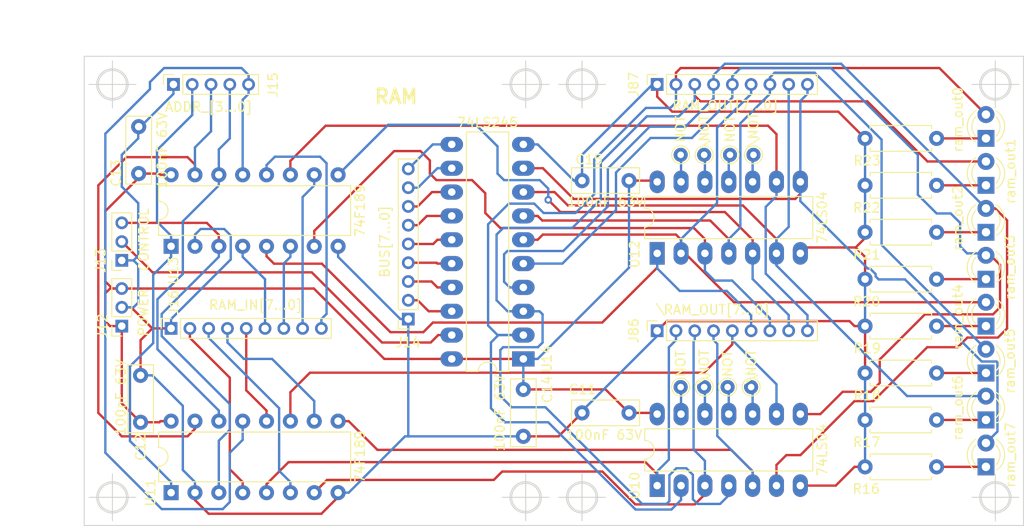
<source format=kicad_pcb>
(kicad_pcb (version 20171130) (host pcbnew 5.1.5+dfsg1-2build2)

  (general
    (thickness 1.6)
    (drawings 26)
    (tracks 554)
    (zones 0)
    (modules 41)
    (nets 57)
  )

  (page A4)
  (title_block
    (title RAM)
    (date 2021-01-26)
    (rev 2)
    (comment 1 "Tac. Henrique Silva")
  )

  (layers
    (0 F.Cu signal)
    (31 B.Cu signal)
    (32 B.Adhes user)
    (33 F.Adhes user)
    (34 B.Paste user)
    (35 F.Paste user)
    (36 B.SilkS user)
    (37 F.SilkS user)
    (38 B.Mask user)
    (39 F.Mask user)
    (40 Dwgs.User user)
    (41 Cmts.User user)
    (42 Eco1.User user)
    (43 Eco2.User user)
    (44 Edge.Cuts user)
    (45 Margin user)
    (46 B.CrtYd user)
    (47 F.CrtYd user)
    (48 B.Fab user)
    (49 F.Fab user)
  )

  (setup
    (last_trace_width 0.25)
    (trace_clearance 0.2)
    (zone_clearance 0.508)
    (zone_45_only no)
    (trace_min 0.2)
    (via_size 0.8)
    (via_drill 0.4)
    (via_min_size 0.4)
    (via_min_drill 0.3)
    (uvia_size 0.3)
    (uvia_drill 0.1)
    (uvias_allowed no)
    (uvia_min_size 0.2)
    (uvia_min_drill 0.1)
    (edge_width 0.1)
    (segment_width 0.2)
    (pcb_text_width 0.3)
    (pcb_text_size 1.5 1.5)
    (mod_edge_width 0.15)
    (mod_text_size 1 1)
    (mod_text_width 0.15)
    (pad_size 1.524 1.524)
    (pad_drill 0.762)
    (pad_to_mask_clearance 0)
    (aux_axis_origin 0 0)
    (visible_elements FFFFFF7F)
    (pcbplotparams
      (layerselection 0x010fc_ffffffff)
      (usegerberextensions false)
      (usegerberattributes false)
      (usegerberadvancedattributes false)
      (creategerberjobfile false)
      (excludeedgelayer true)
      (linewidth 0.100000)
      (plotframeref false)
      (viasonmask false)
      (mode 1)
      (useauxorigin false)
      (hpglpennumber 1)
      (hpglpenspeed 20)
      (hpglpendiameter 15.000000)
      (psnegative false)
      (psa4output false)
      (plotreference true)
      (plotvalue true)
      (plotinvisibletext false)
      (padsonsilk false)
      (subtractmaskfromsilk false)
      (outputformat 1)
      (mirror false)
      (drillshape 1)
      (scaleselection 1)
      (outputdirectory ""))
  )

  (net 0 "")
  (net 1 +5V)
  (net 2 GND)
  (net 3 /ram_out7)
  (net 4 "Net-(D11-Pad1)")
  (net 5 "Net-(D12-Pad1)")
  (net 6 /ram_out6)
  (net 7 /ram_out5)
  (net 8 "Net-(D13-Pad1)")
  (net 9 "Net-(D14-Pad1)")
  (net 10 /ram_out4)
  (net 11 "Net-(D15-Pad1)")
  (net 12 /ram_out3)
  (net 13 /ram_out2)
  (net 14 "Net-(D16-Pad1)")
  (net 15 "Net-(D17-Pad1)")
  (net 16 /ram_out1)
  (net 17 /ram_out0)
  (net 18 "Net-(D18-Pad1)")
  (net 19 \WE)
  (net 20 \RAM_OUT)
  (net 21 bus0)
  (net 22 bus1)
  (net 23 bus2)
  (net 24 bus3)
  (net 25 bus4)
  (net 26 bus5)
  (net 27 bus6)
  (net 28 bus7)
  (net 29 addr_0)
  (net 30 addr_1)
  (net 31 addr_2)
  (net 32 addr_3)
  (net 33 ram_in7)
  (net 34 ram_in6)
  (net 35 ram_in5)
  (net 36 ram_in4)
  (net 37 ram_in3)
  (net 38 ram_in2)
  (net 39 ram_in1)
  (net 40 ram_in0)
  (net 41 /\ram_out7)
  (net 42 /\ram_out6)
  (net 43 /\ram_out5)
  (net 44 /\ram_out4)
  (net 45 /\ram_out3)
  (net 46 /\ram_out2)
  (net 47 /\ram_out1)
  (net 48 /\ram_out0)
  (net 49 "Net-(TP18-Pad1)")
  (net 50 "Net-(TP19-Pad1)")
  (net 51 "Net-(TP20-Pad1)")
  (net 52 "Net-(TP21-Pad1)")
  (net 53 "Net-(TP22-Pad1)")
  (net 54 "Net-(TP23-Pad1)")
  (net 55 "Net-(TP24-Pad1)")
  (net 56 "Net-(TP25-Pad1)")

  (net_class Default "This is the default net class."
    (clearance 0.2)
    (trace_width 0.25)
    (via_dia 0.8)
    (via_drill 0.4)
    (uvia_dia 0.3)
    (uvia_drill 0.1)
    (add_net +5V)
    (add_net /\ram_out0)
    (add_net /\ram_out1)
    (add_net /\ram_out2)
    (add_net /\ram_out3)
    (add_net /\ram_out4)
    (add_net /\ram_out5)
    (add_net /\ram_out6)
    (add_net /\ram_out7)
    (add_net /ram_out0)
    (add_net /ram_out1)
    (add_net /ram_out2)
    (add_net /ram_out3)
    (add_net /ram_out4)
    (add_net /ram_out5)
    (add_net /ram_out6)
    (add_net /ram_out7)
    (add_net GND)
    (add_net "Net-(D11-Pad1)")
    (add_net "Net-(D12-Pad1)")
    (add_net "Net-(D13-Pad1)")
    (add_net "Net-(D14-Pad1)")
    (add_net "Net-(D15-Pad1)")
    (add_net "Net-(D16-Pad1)")
    (add_net "Net-(D17-Pad1)")
    (add_net "Net-(D18-Pad1)")
    (add_net "Net-(TP18-Pad1)")
    (add_net "Net-(TP19-Pad1)")
    (add_net "Net-(TP20-Pad1)")
    (add_net "Net-(TP21-Pad1)")
    (add_net "Net-(TP22-Pad1)")
    (add_net "Net-(TP23-Pad1)")
    (add_net "Net-(TP24-Pad1)")
    (add_net "Net-(TP25-Pad1)")
    (add_net \RAM_OUT)
    (add_net \WE)
    (add_net addr_0)
    (add_net addr_1)
    (add_net addr_2)
    (add_net addr_3)
    (add_net bus0)
    (add_net bus1)
    (add_net bus2)
    (add_net bus3)
    (add_net bus4)
    (add_net bus5)
    (add_net bus6)
    (add_net bus7)
    (add_net ram_in0)
    (add_net ram_in1)
    (add_net ram_in2)
    (add_net ram_in3)
    (add_net ram_in4)
    (add_net ram_in5)
    (add_net ram_in6)
    (add_net ram_in7)
  )

  (module TestPoint:TestPoint_THTPad_D1.5mm_Drill0.7mm (layer F.Cu) (tedit 5A0F774F) (tstamp 60101946)
    (at 150.9 76.4 180)
    (descr "THT pad as test Point, diameter 1.5mm, hole diameter 0.7mm")
    (tags "test point THT pad")
    (path /647CFDAA)
    (attr virtual)
    (fp_text reference TP23 (at 6.2 2.6 90) (layer F.Fab)
      (effects (font (size 1 1) (thickness 0.15)))
    )
    (fp_text value NOT (at 0 2.75 270) (layer F.SilkS)
      (effects (font (size 1 1) (thickness 0.15)))
    )
    (fp_text user %R (at 6.2 2.6 90) (layer F.Fab)
      (effects (font (size 1 1) (thickness 0.15)))
    )
    (fp_circle (center 0 0) (end 1.25 0) (layer F.CrtYd) (width 0.05))
    (fp_circle (center 0 0) (end 0 0.95) (layer F.SilkS) (width 0.12))
    (pad 1 thru_hole circle (at 0 0 180) (size 1.5 1.5) (drill 0.7) (layers *.Cu *.Mask)
      (net 54 "Net-(TP23-Pad1)"))
  )

  (module TestPoint:TestPoint_THTPad_D1.5mm_Drill0.7mm (layer F.Cu) (tedit 5A0F774F) (tstamp 6010194E)
    (at 158.65 76.4 180)
    (descr "THT pad as test Point, diameter 1.5mm, hole diameter 0.7mm")
    (tags "test point THT pad")
    (path /647AECE9)
    (attr virtual)
    (fp_text reference TP24 (at 9.35 2.55 90) (layer F.Fab)
      (effects (font (size 1 1) (thickness 0.15)))
    )
    (fp_text value \NOT (at 0 2.75 270) (layer F.SilkS)
      (effects (font (size 1 1) (thickness 0.15)))
    )
    (fp_circle (center 0 0) (end 0 0.95) (layer F.SilkS) (width 0.12))
    (fp_circle (center 0 0) (end 1.25 0) (layer F.CrtYd) (width 0.05))
    (fp_text user %R (at 9.35 2.55 90) (layer F.Fab)
      (effects (font (size 1 1) (thickness 0.15)))
    )
    (pad 1 thru_hole circle (at 0 0 180) (size 1.5 1.5) (drill 0.7) (layers *.Cu *.Mask)
      (net 55 "Net-(TP24-Pad1)"))
  )

  (module TestPoint:TestPoint_THTPad_D1.5mm_Drill0.7mm (layer F.Cu) (tedit 5A0F774F) (tstamp 602A40C4)
    (at 153.4 76.4 180)
    (descr "THT pad as test Point, diameter 1.5mm, hole diameter 0.7mm")
    (tags "test point THT pad")
    (path /647AECEF)
    (attr virtual)
    (fp_text reference TP25 (at 7.1 2.55 90) (layer F.Fab)
      (effects (font (size 1 1) (thickness 0.15)))
    )
    (fp_text value \NOT (at 0 2.5 270) (layer F.SilkS)
      (effects (font (size 1 1) (thickness 0.15)))
    )
    (fp_text user %R (at 7.1 2.55 90) (layer F.Fab)
      (effects (font (size 1 1) (thickness 0.15)))
    )
    (fp_circle (center 0 0) (end 1.25 0) (layer F.CrtYd) (width 0.05))
    (fp_circle (center 0 0) (end 0 0.95) (layer F.SilkS) (width 0.12))
    (pad 1 thru_hole circle (at 0 0 180) (size 1.5 1.5) (drill 0.7) (layers *.Cu *.Mask)
      (net 56 "Net-(TP25-Pad1)"))
  )

  (module TestPoint:TestPoint_THTPad_D1.5mm_Drill0.7mm (layer F.Cu) (tedit 5A0F774F) (tstamp 6010191E)
    (at 155.9 101.15 180)
    (descr "THT pad as test Point, diameter 1.5mm, hole diameter 0.7mm")
    (tags "test point THT pad")
    (path /647DB85C)
    (attr virtual)
    (fp_text reference TP18 (at 6.65 1.05 90) (layer F.Fab)
      (effects (font (size 1 1) (thickness 0.15)))
    )
    (fp_text value NOT (at 0 2.5 270) (layer F.SilkS)
      (effects (font (size 1 1) (thickness 0.15)))
    )
    (fp_circle (center 0 0) (end 0 0.95) (layer F.SilkS) (width 0.12))
    (fp_circle (center 0 0) (end 1.25 0) (layer F.CrtYd) (width 0.05))
    (fp_text user %R (at 6.65 1.05 90) (layer F.Fab)
      (effects (font (size 1 1) (thickness 0.15)))
    )
    (pad 1 thru_hole circle (at 0 0 180) (size 1.5 1.5) (drill 0.7) (layers *.Cu *.Mask)
      (net 49 "Net-(TP18-Pad1)"))
  )

  (module TestPoint:TestPoint_THTPad_D1.5mm_Drill0.7mm (layer F.Cu) (tedit 5A0F774F) (tstamp 60101926)
    (at 150.9 101.15 180)
    (descr "THT pad as test Point, diameter 1.5mm, hole diameter 0.7mm")
    (tags "test point THT pad")
    (path /647DB862)
    (attr virtual)
    (fp_text reference TP19 (at 4.8 1.05 90) (layer F.Fab)
      (effects (font (size 1 1) (thickness 0.15)))
    )
    (fp_text value NOT (at 0 2.5 270) (layer F.SilkS)
      (effects (font (size 1 1) (thickness 0.15)))
    )
    (fp_circle (center 0 0) (end 0 0.95) (layer F.SilkS) (width 0.12))
    (fp_circle (center 0 0) (end 1.25 0) (layer F.CrtYd) (width 0.05))
    (fp_text user %R (at 4.8 1.05 90) (layer F.Fab)
      (effects (font (size 1 1) (thickness 0.15)))
    )
    (pad 1 thru_hole circle (at 0 0 180) (size 1.5 1.5) (drill 0.7) (layers *.Cu *.Mask)
      (net 50 "Net-(TP19-Pad1)"))
  )

  (module TestPoint:TestPoint_THTPad_D1.5mm_Drill0.7mm (layer F.Cu) (tedit 5A0F774F) (tstamp 602A41BD)
    (at 158.4 101.15 180)
    (descr "THT pad as test Point, diameter 1.5mm, hole diameter 0.7mm")
    (tags "test point THT pad")
    (path /64796CCE)
    (attr virtual)
    (fp_text reference TP20 (at -2.1 1.1 90) (layer F.Fab)
      (effects (font (size 1 1) (thickness 0.15)))
    )
    (fp_text value \NOT (at 0 2.25 270) (layer F.SilkS)
      (effects (font (size 1 1) (thickness 0.15)))
    )
    (fp_text user %R (at -2.1 1.1 90) (layer F.Fab)
      (effects (font (size 1 1) (thickness 0.15)))
    )
    (fp_circle (center 0 0) (end 1.25 0) (layer F.CrtYd) (width 0.05))
    (fp_circle (center 0 0) (end 0 0.95) (layer F.SilkS) (width 0.12))
    (pad 1 thru_hole circle (at 0 0 180) (size 1.5 1.5) (drill 0.7) (layers *.Cu *.Mask)
      (net 51 "Net-(TP20-Pad1)"))
  )

  (module TestPoint:TestPoint_THTPad_D1.5mm_Drill0.7mm (layer F.Cu) (tedit 5A0F774F) (tstamp 60101936)
    (at 153.4 101.15 180)
    (descr "THT pad as test Point, diameter 1.5mm, hole diameter 0.7mm")
    (tags "test point THT pad")
    (path /6479A2D8)
    (attr virtual)
    (fp_text reference TP21 (at 5.75 1.05 90) (layer F.Fab)
      (effects (font (size 1 1) (thickness 0.15)))
    )
    (fp_text value \NOT (at 0 2.25 270) (layer F.SilkS)
      (effects (font (size 1 1) (thickness 0.15)))
    )
    (fp_text user %R (at 5.75 1.05 90) (layer F.Fab)
      (effects (font (size 1 1) (thickness 0.15)))
    )
    (fp_circle (center 0 0) (end 1.25 0) (layer F.CrtYd) (width 0.05))
    (fp_circle (center 0 0) (end 0 0.95) (layer F.SilkS) (width 0.12))
    (pad 1 thru_hole circle (at 0 0 180) (size 1.5 1.5) (drill 0.7) (layers *.Cu *.Mask)
      (net 52 "Net-(TP21-Pad1)"))
  )

  (module TestPoint:TestPoint_THTPad_D1.5mm_Drill0.7mm (layer F.Cu) (tedit 5A0F774F) (tstamp 6010193E)
    (at 156.15 76.4 180)
    (descr "THT pad as test Point, diameter 1.5mm, hole diameter 0.7mm")
    (tags "test point THT pad")
    (path /647CE02B)
    (attr virtual)
    (fp_text reference TP22 (at 8.3 2.55 270) (layer F.Fab)
      (effects (font (size 1 1) (thickness 0.15)))
    )
    (fp_text value NOT (at 0 2.75 270) (layer F.SilkS)
      (effects (font (size 1 1) (thickness 0.15)))
    )
    (fp_circle (center 0 0) (end 0 0.95) (layer F.SilkS) (width 0.12))
    (fp_circle (center 0 0) (end 1.25 0) (layer F.CrtYd) (width 0.05))
    (fp_text user %R (at 8.3 2.6 90) (layer F.Fab)
      (effects (font (size 1 1) (thickness 0.15)))
    )
    (pad 1 thru_hole circle (at 0 0 180) (size 1.5 1.5) (drill 0.7) (layers *.Cu *.Mask)
      (net 53 "Net-(TP22-Pad1)"))
  )

  (module Capacitor_THT:C_Rect_L7.0mm_W2.5mm_P5.00mm (layer F.Cu) (tedit 5AE50EF0) (tstamp 601016BF)
    (at 145.4 103.9 180)
    (descr "C, Rect series, Radial, pin pitch=5.00mm, , length*width=7*2.5mm^2, Capacitor")
    (tags "C Rect series Radial pin pitch 5.00mm  length 7mm width 2.5mm Capacitor")
    (path /60921D21)
    (fp_text reference C11 (at 4.95 2.5) (layer F.SilkS)
      (effects (font (size 1 1) (thickness 0.15)))
    )
    (fp_text value "100nF 63V" (at 2.65 -2.35) (layer F.SilkS)
      (effects (font (size 1 1) (thickness 0.15)))
    )
    (fp_line (start -1 -1.25) (end -1 1.25) (layer F.Fab) (width 0.1))
    (fp_line (start -1 1.25) (end 6 1.25) (layer F.Fab) (width 0.1))
    (fp_line (start 6 1.25) (end 6 -1.25) (layer F.Fab) (width 0.1))
    (fp_line (start 6 -1.25) (end -1 -1.25) (layer F.Fab) (width 0.1))
    (fp_line (start -1.12 -1.37) (end 6.12 -1.37) (layer F.SilkS) (width 0.12))
    (fp_line (start -1.12 1.37) (end 6.12 1.37) (layer F.SilkS) (width 0.12))
    (fp_line (start -1.12 -1.37) (end -1.12 1.37) (layer F.SilkS) (width 0.12))
    (fp_line (start 6.12 -1.37) (end 6.12 1.37) (layer F.SilkS) (width 0.12))
    (fp_line (start -1.25 -1.5) (end -1.25 1.5) (layer F.CrtYd) (width 0.05))
    (fp_line (start -1.25 1.5) (end 6.25 1.5) (layer F.CrtYd) (width 0.05))
    (fp_line (start 6.25 1.5) (end 6.25 -1.5) (layer F.CrtYd) (width 0.05))
    (fp_line (start 6.25 -1.5) (end -1.25 -1.5) (layer F.CrtYd) (width 0.05))
    (fp_text user %R (at 2.5 0) (layer F.Fab)
      (effects (font (size 1 1) (thickness 0.15)))
    )
    (pad 1 thru_hole circle (at 0 0 180) (size 1.6 1.6) (drill 0.8) (layers *.Cu *.Mask)
      (net 1 +5V))
    (pad 2 thru_hole circle (at 5 0 180) (size 1.6 1.6) (drill 0.8) (layers *.Cu *.Mask)
      (net 2 GND))
    (model ${KISYS3DMOD}/Capacitor_THT.3dshapes/C_Rect_L7.0mm_W2.5mm_P5.00mm.wrl
      (at (xyz 0 0 0))
      (scale (xyz 1 1 1))
      (rotate (xyz 0 0 0))
    )
  )

  (module Capacitor_THT:C_Rect_L7.0mm_W2.5mm_P5.00mm (layer F.Cu) (tedit 5AE50EF0) (tstamp 602A3C8A)
    (at 93.4 104.9 90)
    (descr "C, Rect series, Radial, pin pitch=5.00mm, , length*width=7*2.5mm^2, Capacitor")
    (tags "C Rect series Radial pin pitch 5.00mm  length 7mm width 2.5mm Capacitor")
    (path /60921D35)
    (fp_text reference C12 (at -2.65 0 90) (layer F.SilkS)
      (effects (font (size 1 1) (thickness 0.15)))
    )
    (fp_text value "100nF 63V" (at 2.65 -2.1 90) (layer F.SilkS)
      (effects (font (size 1 1) (thickness 0.15)))
    )
    (fp_text user %R (at 2.5 0 90) (layer F.Fab)
      (effects (font (size 1 1) (thickness 0.15)))
    )
    (fp_line (start 6.25 -1.5) (end -1.25 -1.5) (layer F.CrtYd) (width 0.05))
    (fp_line (start 6.25 1.5) (end 6.25 -1.5) (layer F.CrtYd) (width 0.05))
    (fp_line (start -1.25 1.5) (end 6.25 1.5) (layer F.CrtYd) (width 0.05))
    (fp_line (start -1.25 -1.5) (end -1.25 1.5) (layer F.CrtYd) (width 0.05))
    (fp_line (start 6.12 -1.37) (end 6.12 1.37) (layer F.SilkS) (width 0.12))
    (fp_line (start -1.12 -1.37) (end -1.12 1.37) (layer F.SilkS) (width 0.12))
    (fp_line (start -1.12 1.37) (end 6.12 1.37) (layer F.SilkS) (width 0.12))
    (fp_line (start -1.12 -1.37) (end 6.12 -1.37) (layer F.SilkS) (width 0.12))
    (fp_line (start 6 -1.25) (end -1 -1.25) (layer F.Fab) (width 0.1))
    (fp_line (start 6 1.25) (end 6 -1.25) (layer F.Fab) (width 0.1))
    (fp_line (start -1 1.25) (end 6 1.25) (layer F.Fab) (width 0.1))
    (fp_line (start -1 -1.25) (end -1 1.25) (layer F.Fab) (width 0.1))
    (pad 2 thru_hole circle (at 5 0 90) (size 1.6 1.6) (drill 0.8) (layers *.Cu *.Mask)
      (net 2 GND))
    (pad 1 thru_hole circle (at 0 0 90) (size 1.6 1.6) (drill 0.8) (layers *.Cu *.Mask)
      (net 1 +5V))
    (model ${KISYS3DMOD}/Capacitor_THT.3dshapes/C_Rect_L7.0mm_W2.5mm_P5.00mm.wrl
      (at (xyz 0 0 0))
      (scale (xyz 1 1 1))
      (rotate (xyz 0 0 0))
    )
  )

  (module Capacitor_THT:C_Rect_L7.0mm_W2.5mm_P5.00mm (layer F.Cu) (tedit 5AE50EF0) (tstamp 601016E5)
    (at 93.2 78.4 90)
    (descr "C, Rect series, Radial, pin pitch=5.00mm, , length*width=7*2.5mm^2, Capacitor")
    (tags "C Rect series Radial pin pitch 5.00mm  length 7mm width 2.5mm Capacitor")
    (path /60921D49)
    (fp_text reference C13 (at 0.05 -2.4 90) (layer F.SilkS)
      (effects (font (size 1 1) (thickness 0.15)))
    )
    (fp_text value "100nF 63V" (at 2.5 2.5 90) (layer F.SilkS)
      (effects (font (size 1 1) (thickness 0.15)))
    )
    (fp_line (start -1 -1.25) (end -1 1.25) (layer F.Fab) (width 0.1))
    (fp_line (start -1 1.25) (end 6 1.25) (layer F.Fab) (width 0.1))
    (fp_line (start 6 1.25) (end 6 -1.25) (layer F.Fab) (width 0.1))
    (fp_line (start 6 -1.25) (end -1 -1.25) (layer F.Fab) (width 0.1))
    (fp_line (start -1.12 -1.37) (end 6.12 -1.37) (layer F.SilkS) (width 0.12))
    (fp_line (start -1.12 1.37) (end 6.12 1.37) (layer F.SilkS) (width 0.12))
    (fp_line (start -1.12 -1.37) (end -1.12 1.37) (layer F.SilkS) (width 0.12))
    (fp_line (start 6.12 -1.37) (end 6.12 1.37) (layer F.SilkS) (width 0.12))
    (fp_line (start -1.25 -1.5) (end -1.25 1.5) (layer F.CrtYd) (width 0.05))
    (fp_line (start -1.25 1.5) (end 6.25 1.5) (layer F.CrtYd) (width 0.05))
    (fp_line (start 6.25 1.5) (end 6.25 -1.5) (layer F.CrtYd) (width 0.05))
    (fp_line (start 6.25 -1.5) (end -1.25 -1.5) (layer F.CrtYd) (width 0.05))
    (fp_text user %R (at 2.5 -0.15 90) (layer F.Fab)
      (effects (font (size 1 1) (thickness 0.15)))
    )
    (pad 1 thru_hole circle (at 0 0 90) (size 1.6 1.6) (drill 0.8) (layers *.Cu *.Mask)
      (net 1 +5V))
    (pad 2 thru_hole circle (at 5 0 90) (size 1.6 1.6) (drill 0.8) (layers *.Cu *.Mask)
      (net 2 GND))
    (model ${KISYS3DMOD}/Capacitor_THT.3dshapes/C_Rect_L7.0mm_W2.5mm_P5.00mm.wrl
      (at (xyz 0 0 0))
      (scale (xyz 1 1 1))
      (rotate (xyz 0 0 0))
    )
  )

  (module Capacitor_THT:C_Rect_L7.0mm_W2.5mm_P5.00mm (layer F.Cu) (tedit 5AE50EF0) (tstamp 601063DF)
    (at 134.15 101.4 270)
    (descr "C, Rect series, Radial, pin pitch=5.00mm, , length*width=7*2.5mm^2, Capacitor")
    (tags "C Rect series Radial pin pitch 5.00mm  length 7mm width 2.5mm Capacitor")
    (path /60921D5D)
    (fp_text reference C14 (at 0 -2.55 90) (layer F.SilkS)
      (effects (font (size 1 1) (thickness 0.15)))
    )
    (fp_text value "100nF 63V" (at 2.5 2.5 90) (layer F.SilkS)
      (effects (font (size 1 1) (thickness 0.15)))
    )
    (fp_text user %R (at 2.5 0 90) (layer F.Fab)
      (effects (font (size 1 1) (thickness 0.15)))
    )
    (fp_line (start 6.25 -1.5) (end -1.25 -1.5) (layer F.CrtYd) (width 0.05))
    (fp_line (start 6.25 1.5) (end 6.25 -1.5) (layer F.CrtYd) (width 0.05))
    (fp_line (start -1.25 1.5) (end 6.25 1.5) (layer F.CrtYd) (width 0.05))
    (fp_line (start -1.25 -1.5) (end -1.25 1.5) (layer F.CrtYd) (width 0.05))
    (fp_line (start 6.12 -1.37) (end 6.12 1.37) (layer F.SilkS) (width 0.12))
    (fp_line (start -1.12 -1.37) (end -1.12 1.37) (layer F.SilkS) (width 0.12))
    (fp_line (start -1.12 1.37) (end 6.12 1.37) (layer F.SilkS) (width 0.12))
    (fp_line (start -1.12 -1.37) (end 6.12 -1.37) (layer F.SilkS) (width 0.12))
    (fp_line (start 6 -1.25) (end -1 -1.25) (layer F.Fab) (width 0.1))
    (fp_line (start 6 1.25) (end 6 -1.25) (layer F.Fab) (width 0.1))
    (fp_line (start -1 1.25) (end 6 1.25) (layer F.Fab) (width 0.1))
    (fp_line (start -1 -1.25) (end -1 1.25) (layer F.Fab) (width 0.1))
    (pad 2 thru_hole circle (at 5 0 270) (size 1.6 1.6) (drill 0.8) (layers *.Cu *.Mask)
      (net 2 GND))
    (pad 1 thru_hole circle (at 0 0 270) (size 1.6 1.6) (drill 0.8) (layers *.Cu *.Mask)
      (net 1 +5V))
    (model ${KISYS3DMOD}/Capacitor_THT.3dshapes/C_Rect_L7.0mm_W2.5mm_P5.00mm.wrl
      (at (xyz 0 0 0))
      (scale (xyz 1 1 1))
      (rotate (xyz 0 0 0))
    )
  )

  (module Capacitor_THT:C_Rect_L7.0mm_W2.5mm_P5.00mm (layer F.Cu) (tedit 5AE50EF0) (tstamp 60106A00)
    (at 145.4 79.15 180)
    (descr "C, Rect series, Radial, pin pitch=5.00mm, , length*width=7*2.5mm^2, Capacitor")
    (tags "C Rect series Radial pin pitch 5.00mm  length 7mm width 2.5mm Capacitor")
    (path /60950376)
    (fp_text reference C15 (at 4.25 2.25) (layer F.SilkS)
      (effects (font (size 1 1) (thickness 0.15)))
    )
    (fp_text value "100nF 63V" (at 2.5 -2.25 180) (layer F.SilkS)
      (effects (font (size 1 1) (thickness 0.15)))
    )
    (fp_line (start -1 -1.25) (end -1 1.25) (layer F.Fab) (width 0.1))
    (fp_line (start -1 1.25) (end 6 1.25) (layer F.Fab) (width 0.1))
    (fp_line (start 6 1.25) (end 6 -1.25) (layer F.Fab) (width 0.1))
    (fp_line (start 6 -1.25) (end -1 -1.25) (layer F.Fab) (width 0.1))
    (fp_line (start -1.12 -1.37) (end 6.12 -1.37) (layer F.SilkS) (width 0.12))
    (fp_line (start -1.12 1.37) (end 6.12 1.37) (layer F.SilkS) (width 0.12))
    (fp_line (start -1.12 -1.37) (end -1.12 1.37) (layer F.SilkS) (width 0.12))
    (fp_line (start 6.12 -1.37) (end 6.12 1.37) (layer F.SilkS) (width 0.12))
    (fp_line (start -1.25 -1.5) (end -1.25 1.5) (layer F.CrtYd) (width 0.05))
    (fp_line (start -1.25 1.5) (end 6.25 1.5) (layer F.CrtYd) (width 0.05))
    (fp_line (start 6.25 1.5) (end 6.25 -1.5) (layer F.CrtYd) (width 0.05))
    (fp_line (start 6.25 -1.5) (end -1.25 -1.5) (layer F.CrtYd) (width 0.05))
    (fp_text user %R (at 2.5 0 180) (layer F.Fab)
      (effects (font (size 1 1) (thickness 0.15)))
    )
    (pad 1 thru_hole circle (at 0 0 180) (size 1.6 1.6) (drill 0.8) (layers *.Cu *.Mask)
      (net 1 +5V))
    (pad 2 thru_hole circle (at 5 0 180) (size 1.6 1.6) (drill 0.8) (layers *.Cu *.Mask)
      (net 2 GND))
    (model ${KISYS3DMOD}/Capacitor_THT.3dshapes/C_Rect_L7.0mm_W2.5mm_P5.00mm.wrl
      (at (xyz 0 0 0))
      (scale (xyz 1 1 1))
      (rotate (xyz 0 0 0))
    )
  )

  (module LED_THT:LED_D3.0mm (layer F.Cu) (tedit 587A3A7B) (tstamp 60102A17)
    (at 183.4 109.65 90)
    (descr "LED, diameter 3.0mm, 2 pins")
    (tags "LED diameter 3.0mm 2 pins")
    (path /6075380D)
    (fp_text reference D11 (at 1.5 -2.9 90) (layer F.Fab)
      (effects (font (size 1 1) (thickness 0.15)))
    )
    (fp_text value ram_out7 (at 1.27 2.6 90) (layer F.SilkS)
      (effects (font (size 1 1) (thickness 0.15)))
    )
    (fp_line (start 3.7 -2.25) (end -1.15 -2.25) (layer F.CrtYd) (width 0.05))
    (fp_line (start 3.7 2.25) (end 3.7 -2.25) (layer F.CrtYd) (width 0.05))
    (fp_line (start -1.15 2.25) (end 3.7 2.25) (layer F.CrtYd) (width 0.05))
    (fp_line (start -1.15 -2.25) (end -1.15 2.25) (layer F.CrtYd) (width 0.05))
    (fp_line (start -0.29 1.08) (end -0.29 1.236) (layer F.SilkS) (width 0.12))
    (fp_line (start -0.29 -1.236) (end -0.29 -1.08) (layer F.SilkS) (width 0.12))
    (fp_line (start -0.23 -1.16619) (end -0.23 1.16619) (layer F.Fab) (width 0.1))
    (fp_circle (center 1.27 0) (end 2.77 0) (layer F.Fab) (width 0.1))
    (fp_arc (start 1.27 0) (end 0.229039 1.08) (angle -87.9) (layer F.SilkS) (width 0.12))
    (fp_arc (start 1.27 0) (end 0.229039 -1.08) (angle 87.9) (layer F.SilkS) (width 0.12))
    (fp_arc (start 1.27 0) (end -0.29 1.235516) (angle -108.8) (layer F.SilkS) (width 0.12))
    (fp_arc (start 1.27 0) (end -0.29 -1.235516) (angle 108.8) (layer F.SilkS) (width 0.12))
    (fp_arc (start 1.27 0) (end -0.23 -1.16619) (angle 284.3) (layer F.Fab) (width 0.1))
    (pad 2 thru_hole circle (at 2.54 0 90) (size 1.8 1.8) (drill 0.9) (layers *.Cu *.Mask)
      (net 3 /ram_out7))
    (pad 1 thru_hole rect (at 0 0 90) (size 1.8 1.8) (drill 0.9) (layers *.Cu *.Mask)
      (net 4 "Net-(D11-Pad1)"))
    (model ${KISYS3DMOD}/LED_THT.3dshapes/LED_D3.0mm.wrl
      (at (xyz 0 0 0))
      (scale (xyz 1 1 1))
      (rotate (xyz 0 0 0))
    )
  )

  (module LED_THT:LED_D3.0mm (layer F.Cu) (tedit 587A3A7B) (tstamp 60103277)
    (at 183.4 104.65 90)
    (descr "LED, diameter 3.0mm, 2 pins")
    (tags "LED diameter 3.0mm 2 pins")
    (path /60768015)
    (fp_text reference D12 (at 1.5 2.9 90) (layer F.Fab)
      (effects (font (size 1 1) (thickness 0.15)))
    )
    (fp_text value ram_out6 (at 1.27 -3 90) (layer F.SilkS)
      (effects (font (size 1 1) (thickness 0.15)))
    )
    (fp_arc (start 1.27 0) (end -0.23 -1.16619) (angle 284.3) (layer F.Fab) (width 0.1))
    (fp_arc (start 1.27 0) (end -0.29 -1.235516) (angle 108.8) (layer F.SilkS) (width 0.12))
    (fp_arc (start 1.27 0) (end -0.29 1.235516) (angle -108.8) (layer F.SilkS) (width 0.12))
    (fp_arc (start 1.27 0) (end 0.229039 -1.08) (angle 87.9) (layer F.SilkS) (width 0.12))
    (fp_arc (start 1.27 0) (end 0.229039 1.08) (angle -87.9) (layer F.SilkS) (width 0.12))
    (fp_circle (center 1.27 0) (end 2.77 0) (layer F.Fab) (width 0.1))
    (fp_line (start -0.23 -1.16619) (end -0.23 1.16619) (layer F.Fab) (width 0.1))
    (fp_line (start -0.29 -1.236) (end -0.29 -1.08) (layer F.SilkS) (width 0.12))
    (fp_line (start -0.29 1.08) (end -0.29 1.236) (layer F.SilkS) (width 0.12))
    (fp_line (start -1.15 -2.25) (end -1.15 2.25) (layer F.CrtYd) (width 0.05))
    (fp_line (start -1.15 2.25) (end 3.7 2.25) (layer F.CrtYd) (width 0.05))
    (fp_line (start 3.7 2.25) (end 3.7 -2.25) (layer F.CrtYd) (width 0.05))
    (fp_line (start 3.7 -2.25) (end -1.15 -2.25) (layer F.CrtYd) (width 0.05))
    (pad 1 thru_hole rect (at 0 0 90) (size 1.8 1.8) (drill 0.9) (layers *.Cu *.Mask)
      (net 5 "Net-(D12-Pad1)"))
    (pad 2 thru_hole circle (at 2.54 0 90) (size 1.8 1.8) (drill 0.9) (layers *.Cu *.Mask)
      (net 6 /ram_out6))
    (model ${KISYS3DMOD}/LED_THT.3dshapes/LED_D3.0mm.wrl
      (at (xyz 0 0 0))
      (scale (xyz 1 1 1))
      (rotate (xyz 0 0 0))
    )
  )

  (module LED_THT:LED_D3.0mm (layer F.Cu) (tedit 587A3A7B) (tstamp 60102734)
    (at 183.4 99.65 90)
    (descr "LED, diameter 3.0mm, 2 pins")
    (tags "LED diameter 3.0mm 2 pins")
    (path /607AABE3)
    (fp_text reference D13 (at 1.5 -2.9 90) (layer F.Fab)
      (effects (font (size 1 1) (thickness 0.15)))
    )
    (fp_text value ram_out5 (at 1.27 2.55 90) (layer F.SilkS)
      (effects (font (size 1 1) (thickness 0.15)))
    )
    (fp_line (start 3.7 -2.25) (end -1.15 -2.25) (layer F.CrtYd) (width 0.05))
    (fp_line (start 3.7 2.25) (end 3.7 -2.25) (layer F.CrtYd) (width 0.05))
    (fp_line (start -1.15 2.25) (end 3.7 2.25) (layer F.CrtYd) (width 0.05))
    (fp_line (start -1.15 -2.25) (end -1.15 2.25) (layer F.CrtYd) (width 0.05))
    (fp_line (start -0.29 1.08) (end -0.29 1.236) (layer F.SilkS) (width 0.12))
    (fp_line (start -0.29 -1.236) (end -0.29 -1.08) (layer F.SilkS) (width 0.12))
    (fp_line (start -0.23 -1.16619) (end -0.23 1.16619) (layer F.Fab) (width 0.1))
    (fp_circle (center 1.27 0) (end 2.77 0) (layer F.Fab) (width 0.1))
    (fp_arc (start 1.27 0) (end 0.229039 1.08) (angle -87.9) (layer F.SilkS) (width 0.12))
    (fp_arc (start 1.27 0) (end 0.229039 -1.08) (angle 87.9) (layer F.SilkS) (width 0.12))
    (fp_arc (start 1.27 0) (end -0.29 1.235516) (angle -108.8) (layer F.SilkS) (width 0.12))
    (fp_arc (start 1.27 0) (end -0.29 -1.235516) (angle 108.8) (layer F.SilkS) (width 0.12))
    (fp_arc (start 1.27 0) (end -0.23 -1.16619) (angle 284.3) (layer F.Fab) (width 0.1))
    (pad 2 thru_hole circle (at 2.54 0 90) (size 1.8 1.8) (drill 0.9) (layers *.Cu *.Mask)
      (net 7 /ram_out5))
    (pad 1 thru_hole rect (at 0 0 90) (size 1.8 1.8) (drill 0.9) (layers *.Cu *.Mask)
      (net 8 "Net-(D13-Pad1)"))
    (model ${KISYS3DMOD}/LED_THT.3dshapes/LED_D3.0mm.wrl
      (at (xyz 0 0 0))
      (scale (xyz 1 1 1))
      (rotate (xyz 0 0 0))
    )
  )

  (module LED_THT:LED_D3.0mm (layer F.Cu) (tedit 587A3A7B) (tstamp 60101757)
    (at 183.4 94.65 90)
    (descr "LED, diameter 3.0mm, 2 pins")
    (tags "LED diameter 3.0mm 2 pins")
    (path /607AABE9)
    (fp_text reference D14 (at 1.25 2.85 90) (layer F.Fab)
      (effects (font (size 1 1) (thickness 0.15)))
    )
    (fp_text value ram_out4 (at 1 -3 90) (layer F.SilkS)
      (effects (font (size 1 1) (thickness 0.15)))
    )
    (fp_arc (start 1.27 0) (end -0.23 -1.16619) (angle 284.3) (layer F.Fab) (width 0.1))
    (fp_arc (start 1.27 0) (end -0.29 -1.235516) (angle 108.8) (layer F.SilkS) (width 0.12))
    (fp_arc (start 1.27 0) (end -0.29 1.235516) (angle -108.8) (layer F.SilkS) (width 0.12))
    (fp_arc (start 1.27 0) (end 0.229039 -1.08) (angle 87.9) (layer F.SilkS) (width 0.12))
    (fp_arc (start 1.27 0) (end 0.229039 1.08) (angle -87.9) (layer F.SilkS) (width 0.12))
    (fp_circle (center 1.27 0) (end 2.77 0) (layer F.Fab) (width 0.1))
    (fp_line (start -0.23 -1.16619) (end -0.23 1.16619) (layer F.Fab) (width 0.1))
    (fp_line (start -0.29 -1.236) (end -0.29 -1.08) (layer F.SilkS) (width 0.12))
    (fp_line (start -0.29 1.08) (end -0.29 1.236) (layer F.SilkS) (width 0.12))
    (fp_line (start -1.15 -2.25) (end -1.15 2.25) (layer F.CrtYd) (width 0.05))
    (fp_line (start -1.15 2.25) (end 3.7 2.25) (layer F.CrtYd) (width 0.05))
    (fp_line (start 3.7 2.25) (end 3.7 -2.25) (layer F.CrtYd) (width 0.05))
    (fp_line (start 3.7 -2.25) (end -1.15 -2.25) (layer F.CrtYd) (width 0.05))
    (pad 1 thru_hole rect (at 0 0 90) (size 1.8 1.8) (drill 0.9) (layers *.Cu *.Mask)
      (net 9 "Net-(D14-Pad1)"))
    (pad 2 thru_hole circle (at 2.54 0 90) (size 1.8 1.8) (drill 0.9) (layers *.Cu *.Mask)
      (net 10 /ram_out4))
    (model ${KISYS3DMOD}/LED_THT.3dshapes/LED_D3.0mm.wrl
      (at (xyz 0 0 0))
      (scale (xyz 1 1 1))
      (rotate (xyz 0 0 0))
    )
  )

  (module LED_THT:LED_D3.0mm (layer F.Cu) (tedit 587A3A7B) (tstamp 60102880)
    (at 183.4 89.65 90)
    (descr "LED, diameter 3.0mm, 2 pins")
    (tags "LED diameter 3.0mm 2 pins")
    (path /607B358A)
    (fp_text reference D15 (at 1.15 -2.8 90) (layer F.Fab)
      (effects (font (size 1 1) (thickness 0.15)))
    )
    (fp_text value ram_out3 (at 1.27 2.55 90) (layer F.SilkS)
      (effects (font (size 1 1) (thickness 0.15)))
    )
    (fp_arc (start 1.27 0) (end -0.23 -1.16619) (angle 284.3) (layer F.Fab) (width 0.1))
    (fp_arc (start 1.27 0) (end -0.29 -1.235516) (angle 108.8) (layer F.SilkS) (width 0.12))
    (fp_arc (start 1.27 0) (end -0.29 1.235516) (angle -108.8) (layer F.SilkS) (width 0.12))
    (fp_arc (start 1.27 0) (end 0.229039 -1.08) (angle 87.9) (layer F.SilkS) (width 0.12))
    (fp_arc (start 1.27 0) (end 0.229039 1.08) (angle -87.9) (layer F.SilkS) (width 0.12))
    (fp_circle (center 1.27 0) (end 2.77 0) (layer F.Fab) (width 0.1))
    (fp_line (start -0.23 -1.16619) (end -0.23 1.16619) (layer F.Fab) (width 0.1))
    (fp_line (start -0.29 -1.236) (end -0.29 -1.08) (layer F.SilkS) (width 0.12))
    (fp_line (start -0.29 1.08) (end -0.29 1.236) (layer F.SilkS) (width 0.12))
    (fp_line (start -1.15 -2.25) (end -1.15 2.25) (layer F.CrtYd) (width 0.05))
    (fp_line (start -1.15 2.25) (end 3.7 2.25) (layer F.CrtYd) (width 0.05))
    (fp_line (start 3.7 2.25) (end 3.7 -2.25) (layer F.CrtYd) (width 0.05))
    (fp_line (start 3.7 -2.25) (end -1.15 -2.25) (layer F.CrtYd) (width 0.05))
    (pad 1 thru_hole rect (at 0 0 90) (size 1.8 1.8) (drill 0.9) (layers *.Cu *.Mask)
      (net 11 "Net-(D15-Pad1)"))
    (pad 2 thru_hole circle (at 2.54 0 90) (size 1.8 1.8) (drill 0.9) (layers *.Cu *.Mask)
      (net 12 /ram_out3))
    (model ${KISYS3DMOD}/LED_THT.3dshapes/LED_D3.0mm.wrl
      (at (xyz 0 0 0))
      (scale (xyz 1 1 1))
      (rotate (xyz 0 0 0))
    )
  )

  (module LED_THT:LED_D3.0mm (layer F.Cu) (tedit 587A3A7B) (tstamp 601032E7)
    (at 183.4 84.65 90)
    (descr "LED, diameter 3.0mm, 2 pins")
    (tags "LED diameter 3.0mm 2 pins")
    (path /607B3590)
    (fp_text reference D16 (at 1.3 2.95 90) (layer F.Fab)
      (effects (font (size 1 1) (thickness 0.15)))
    )
    (fp_text value ram_out2 (at 1.5 -3 90) (layer F.SilkS)
      (effects (font (size 1 1) (thickness 0.15)))
    )
    (fp_line (start 3.7 -2.25) (end -1.15 -2.25) (layer F.CrtYd) (width 0.05))
    (fp_line (start 3.7 2.25) (end 3.7 -2.25) (layer F.CrtYd) (width 0.05))
    (fp_line (start -1.15 2.25) (end 3.7 2.25) (layer F.CrtYd) (width 0.05))
    (fp_line (start -1.15 -2.25) (end -1.15 2.25) (layer F.CrtYd) (width 0.05))
    (fp_line (start -0.29 1.08) (end -0.29 1.236) (layer F.SilkS) (width 0.12))
    (fp_line (start -0.29 -1.236) (end -0.29 -1.08) (layer F.SilkS) (width 0.12))
    (fp_line (start -0.23 -1.16619) (end -0.23 1.16619) (layer F.Fab) (width 0.1))
    (fp_circle (center 1.27 0) (end 2.77 0) (layer F.Fab) (width 0.1))
    (fp_arc (start 1.27 0) (end 0.229039 1.08) (angle -87.9) (layer F.SilkS) (width 0.12))
    (fp_arc (start 1.27 0) (end 0.229039 -1.08) (angle 87.9) (layer F.SilkS) (width 0.12))
    (fp_arc (start 1.27 0) (end -0.29 1.235516) (angle -108.8) (layer F.SilkS) (width 0.12))
    (fp_arc (start 1.27 0) (end -0.29 -1.235516) (angle 108.8) (layer F.SilkS) (width 0.12))
    (fp_arc (start 1.27 0) (end -0.23 -1.16619) (angle 284.3) (layer F.Fab) (width 0.1))
    (pad 2 thru_hole circle (at 2.54 0 90) (size 1.8 1.8) (drill 0.9) (layers *.Cu *.Mask)
      (net 13 /ram_out2))
    (pad 1 thru_hole rect (at 0 0 90) (size 1.8 1.8) (drill 0.9) (layers *.Cu *.Mask)
      (net 14 "Net-(D16-Pad1)"))
    (model ${KISYS3DMOD}/LED_THT.3dshapes/LED_D3.0mm.wrl
      (at (xyz 0 0 0))
      (scale (xyz 1 1 1))
      (rotate (xyz 0 0 0))
    )
  )

  (module LED_THT:LED_D3.0mm (layer F.Cu) (tedit 587A3A7B) (tstamp 60101790)
    (at 183.4 79.65 90)
    (descr "LED, diameter 3.0mm, 2 pins")
    (tags "LED diameter 3.0mm 2 pins")
    (path /607B3596)
    (fp_text reference D17 (at 1.5 -2.9 90) (layer F.Fab)
      (effects (font (size 1 1) (thickness 0.15)))
    )
    (fp_text value ram_out1 (at 1.5 2.6 90) (layer F.SilkS)
      (effects (font (size 1 1) (thickness 0.15)))
    )
    (fp_arc (start 1.27 0) (end -0.23 -1.16619) (angle 284.3) (layer F.Fab) (width 0.1))
    (fp_arc (start 1.27 0) (end -0.29 -1.235516) (angle 108.8) (layer F.SilkS) (width 0.12))
    (fp_arc (start 1.27 0) (end -0.29 1.235516) (angle -108.8) (layer F.SilkS) (width 0.12))
    (fp_arc (start 1.27 0) (end 0.229039 -1.08) (angle 87.9) (layer F.SilkS) (width 0.12))
    (fp_arc (start 1.27 0) (end 0.229039 1.08) (angle -87.9) (layer F.SilkS) (width 0.12))
    (fp_circle (center 1.27 0) (end 2.77 0) (layer F.Fab) (width 0.1))
    (fp_line (start -0.23 -1.16619) (end -0.23 1.16619) (layer F.Fab) (width 0.1))
    (fp_line (start -0.29 -1.236) (end -0.29 -1.08) (layer F.SilkS) (width 0.12))
    (fp_line (start -0.29 1.08) (end -0.29 1.236) (layer F.SilkS) (width 0.12))
    (fp_line (start -1.15 -2.25) (end -1.15 2.25) (layer F.CrtYd) (width 0.05))
    (fp_line (start -1.15 2.25) (end 3.7 2.25) (layer F.CrtYd) (width 0.05))
    (fp_line (start 3.7 2.25) (end 3.7 -2.25) (layer F.CrtYd) (width 0.05))
    (fp_line (start 3.7 -2.25) (end -1.15 -2.25) (layer F.CrtYd) (width 0.05))
    (pad 1 thru_hole rect (at 0 0 90) (size 1.8 1.8) (drill 0.9) (layers *.Cu *.Mask)
      (net 15 "Net-(D17-Pad1)"))
    (pad 2 thru_hole circle (at 2.54 0 90) (size 1.8 1.8) (drill 0.9) (layers *.Cu *.Mask)
      (net 16 /ram_out1))
    (model ${KISYS3DMOD}/LED_THT.3dshapes/LED_D3.0mm.wrl
      (at (xyz 0 0 0))
      (scale (xyz 1 1 1))
      (rotate (xyz 0 0 0))
    )
  )

  (module LED_THT:LED_D3.0mm (layer F.Cu) (tedit 587A3A7B) (tstamp 601017A3)
    (at 183.4 74.65 90)
    (descr "LED, diameter 3.0mm, 2 pins")
    (tags "LED diameter 3.0mm 2 pins")
    (path /607B359C)
    (fp_text reference D18 (at 1.25 2.95 90) (layer F.Fab)
      (effects (font (size 1 1) (thickness 0.15)))
    )
    (fp_text value ram_out0 (at 2 -3 90) (layer F.SilkS)
      (effects (font (size 1 1) (thickness 0.15)))
    )
    (fp_line (start 3.7 -2.25) (end -1.15 -2.25) (layer F.CrtYd) (width 0.05))
    (fp_line (start 3.7 2.25) (end 3.7 -2.25) (layer F.CrtYd) (width 0.05))
    (fp_line (start -1.15 2.25) (end 3.7 2.25) (layer F.CrtYd) (width 0.05))
    (fp_line (start -1.15 -2.25) (end -1.15 2.25) (layer F.CrtYd) (width 0.05))
    (fp_line (start -0.29 1.08) (end -0.29 1.236) (layer F.SilkS) (width 0.12))
    (fp_line (start -0.29 -1.236) (end -0.29 -1.08) (layer F.SilkS) (width 0.12))
    (fp_line (start -0.23 -1.16619) (end -0.23 1.16619) (layer F.Fab) (width 0.1))
    (fp_circle (center 1.27 0) (end 2.77 0) (layer F.Fab) (width 0.1))
    (fp_arc (start 1.27 0) (end 0.229039 1.08) (angle -87.9) (layer F.SilkS) (width 0.12))
    (fp_arc (start 1.27 0) (end 0.229039 -1.08) (angle 87.9) (layer F.SilkS) (width 0.12))
    (fp_arc (start 1.27 0) (end -0.29 1.235516) (angle -108.8) (layer F.SilkS) (width 0.12))
    (fp_arc (start 1.27 0) (end -0.29 -1.235516) (angle 108.8) (layer F.SilkS) (width 0.12))
    (fp_arc (start 1.27 0) (end -0.23 -1.16619) (angle 284.3) (layer F.Fab) (width 0.1))
    (pad 2 thru_hole circle (at 2.54 0 90) (size 1.8 1.8) (drill 0.9) (layers *.Cu *.Mask)
      (net 17 /ram_out0))
    (pad 1 thru_hole rect (at 0 0 90) (size 1.8 1.8) (drill 0.9) (layers *.Cu *.Mask)
      (net 18 "Net-(D18-Pad1)"))
    (model ${KISYS3DMOD}/LED_THT.3dshapes/LED_D3.0mm.wrl
      (at (xyz 0 0 0))
      (scale (xyz 1 1 1))
      (rotate (xyz 0 0 0))
    )
  )

  (module Connector_PinSocket_2.00mm:PinSocket_1x03_P2.00mm_Vertical (layer F.Cu) (tedit 5A19A42B) (tstamp 60104496)
    (at 91.4 94.65 180)
    (descr "Through hole straight socket strip, 1x03, 2.00mm pitch, single row (from Kicad 4.0.7), script generated")
    (tags "Through hole socket strip THT 1x03 2.00mm single row")
    (path /603E0727)
    (fp_text reference J12 (at 2.05 0 90) (layer F.SilkS)
      (effects (font (size 1 1) (thickness 0.15)))
    )
    (fp_text value POWER (at -2.3 1.45 90) (layer F.SilkS)
      (effects (font (size 1 1) (thickness 0.15)))
    )
    (fp_line (start -1 -1) (end 0.5 -1) (layer F.Fab) (width 0.1))
    (fp_line (start 0.5 -1) (end 1 -0.5) (layer F.Fab) (width 0.1))
    (fp_line (start 1 -0.5) (end 1 5) (layer F.Fab) (width 0.1))
    (fp_line (start 1 5) (end -1 5) (layer F.Fab) (width 0.1))
    (fp_line (start -1 5) (end -1 -1) (layer F.Fab) (width 0.1))
    (fp_line (start -1.06 1) (end 1.06 1) (layer F.SilkS) (width 0.12))
    (fp_line (start -1.06 1) (end -1.06 5.06) (layer F.SilkS) (width 0.12))
    (fp_line (start -1.06 5.06) (end 1.06 5.06) (layer F.SilkS) (width 0.12))
    (fp_line (start 1.06 1) (end 1.06 5.06) (layer F.SilkS) (width 0.12))
    (fp_line (start 1.06 -1.06) (end 1.06 0) (layer F.SilkS) (width 0.12))
    (fp_line (start 0 -1.06) (end 1.06 -1.06) (layer F.SilkS) (width 0.12))
    (fp_line (start -1.5 -1.5) (end 1.5 -1.5) (layer F.CrtYd) (width 0.05))
    (fp_line (start 1.5 -1.5) (end 1.5 5.5) (layer F.CrtYd) (width 0.05))
    (fp_line (start 1.5 5.5) (end -1.5 5.5) (layer F.CrtYd) (width 0.05))
    (fp_line (start -1.5 5.5) (end -1.5 -1.5) (layer F.CrtYd) (width 0.05))
    (fp_text user %R (at 0 2 90) (layer F.Fab)
      (effects (font (size 1 1) (thickness 0.15)))
    )
    (pad 1 thru_hole rect (at 0 0 180) (size 1.35 1.35) (drill 0.8) (layers *.Cu *.Mask)
      (net 1 +5V))
    (pad 2 thru_hole oval (at 0 2 180) (size 1.35 1.35) (drill 0.8) (layers *.Cu *.Mask)
      (net 2 GND))
    (pad 3 thru_hole oval (at 0 4 180) (size 1.35 1.35) (drill 0.8) (layers *.Cu *.Mask)
      (net 1 +5V))
    (model ${KISYS3DMOD}/Connector_PinSocket_2.00mm.3dshapes/PinSocket_1x03_P2.00mm_Vertical.wrl
      (at (xyz 0 0 0))
      (scale (xyz 1 1 1))
      (rotate (xyz 0 0 0))
    )
  )

  (module Connector_PinSocket_2.00mm:PinSocket_1x03_P2.00mm_Vertical (layer F.Cu) (tedit 5A19A42B) (tstamp 60104009)
    (at 91.4 87.65 180)
    (descr "Through hole straight socket strip, 1x03, 2.00mm pitch, single row (from Kicad 4.0.7), script generated")
    (tags "Through hole socket strip THT 1x03 2.00mm single row")
    (path /603E073D)
    (fp_text reference J13 (at 2.25 0 90) (layer F.SilkS)
      (effects (font (size 1 1) (thickness 0.15)))
    )
    (fp_text value CONTROL (at -2.35 2.2 90) (layer F.SilkS)
      (effects (font (size 1 1) (thickness 0.15)))
    )
    (fp_text user %R (at 0 2 90) (layer F.Fab)
      (effects (font (size 1 1) (thickness 0.15)))
    )
    (fp_line (start -1.5 5.5) (end -1.5 -1.5) (layer F.CrtYd) (width 0.05))
    (fp_line (start 1.5 5.5) (end -1.5 5.5) (layer F.CrtYd) (width 0.05))
    (fp_line (start 1.5 -1.5) (end 1.5 5.5) (layer F.CrtYd) (width 0.05))
    (fp_line (start -1.5 -1.5) (end 1.5 -1.5) (layer F.CrtYd) (width 0.05))
    (fp_line (start 0 -1.06) (end 1.06 -1.06) (layer F.SilkS) (width 0.12))
    (fp_line (start 1.06 -1.06) (end 1.06 0) (layer F.SilkS) (width 0.12))
    (fp_line (start 1.06 1) (end 1.06 5.06) (layer F.SilkS) (width 0.12))
    (fp_line (start -1.06 5.06) (end 1.06 5.06) (layer F.SilkS) (width 0.12))
    (fp_line (start -1.06 1) (end -1.06 5.06) (layer F.SilkS) (width 0.12))
    (fp_line (start -1.06 1) (end 1.06 1) (layer F.SilkS) (width 0.12))
    (fp_line (start -1 5) (end -1 -1) (layer F.Fab) (width 0.1))
    (fp_line (start 1 5) (end -1 5) (layer F.Fab) (width 0.1))
    (fp_line (start 1 -0.5) (end 1 5) (layer F.Fab) (width 0.1))
    (fp_line (start 0.5 -1) (end 1 -0.5) (layer F.Fab) (width 0.1))
    (fp_line (start -1 -1) (end 0.5 -1) (layer F.Fab) (width 0.1))
    (pad 3 thru_hole oval (at 0 4 180) (size 1.35 1.35) (drill 0.8) (layers *.Cu *.Mask)
      (net 19 \WE))
    (pad 2 thru_hole oval (at 0 2 180) (size 1.35 1.35) (drill 0.8) (layers *.Cu *.Mask)
      (net 20 \RAM_OUT))
    (pad 1 thru_hole rect (at 0 0 180) (size 1.35 1.35) (drill 0.8) (layers *.Cu *.Mask)
      (net 2 GND))
    (model ${KISYS3DMOD}/Connector_PinSocket_2.00mm.3dshapes/PinSocket_1x03_P2.00mm_Vertical.wrl
      (at (xyz 0 0 0))
      (scale (xyz 1 1 1))
      (rotate (xyz 0 0 0))
    )
  )

  (module Connector_PinSocket_2.00mm:PinSocket_1x09_P2.00mm_Vertical (layer F.Cu) (tedit 5A19A42B) (tstamp 601068BE)
    (at 121.9 93.9 180)
    (descr "Through hole straight socket strip, 1x09, 2.00mm pitch, single row (from Kicad 4.0.7), script generated")
    (tags "Through hole socket strip THT 1x09 2.00mm single row")
    (path /603E075B)
    (fp_text reference J14 (at 0 -2.5) (layer F.SilkS)
      (effects (font (size 1 1) (thickness 0.15)))
    )
    (fp_text value BUS[7...0] (at 2.5 8.25 90) (layer F.SilkS)
      (effects (font (size 1 1) (thickness 0.15)))
    )
    (fp_line (start -1 -1) (end 0.5 -1) (layer F.Fab) (width 0.1))
    (fp_line (start 0.5 -1) (end 1 -0.5) (layer F.Fab) (width 0.1))
    (fp_line (start 1 -0.5) (end 1 17) (layer F.Fab) (width 0.1))
    (fp_line (start 1 17) (end -1 17) (layer F.Fab) (width 0.1))
    (fp_line (start -1 17) (end -1 -1) (layer F.Fab) (width 0.1))
    (fp_line (start -1.06 1) (end 1.06 1) (layer F.SilkS) (width 0.12))
    (fp_line (start -1.06 1) (end -1.06 17.06) (layer F.SilkS) (width 0.12))
    (fp_line (start -1.06 17.06) (end 1.06 17.06) (layer F.SilkS) (width 0.12))
    (fp_line (start 1.06 1) (end 1.06 17.06) (layer F.SilkS) (width 0.12))
    (fp_line (start 1.06 -1.06) (end 1.06 0) (layer F.SilkS) (width 0.12))
    (fp_line (start 0 -1.06) (end 1.06 -1.06) (layer F.SilkS) (width 0.12))
    (fp_line (start -1.5 -1.5) (end 1.5 -1.5) (layer F.CrtYd) (width 0.05))
    (fp_line (start 1.5 -1.5) (end 1.5 17.5) (layer F.CrtYd) (width 0.05))
    (fp_line (start 1.5 17.5) (end -1.5 17.5) (layer F.CrtYd) (width 0.05))
    (fp_line (start -1.5 17.5) (end -1.5 -1.5) (layer F.CrtYd) (width 0.05))
    (fp_text user %R (at 0 8 90) (layer F.Fab)
      (effects (font (size 1 1) (thickness 0.15)))
    )
    (pad 1 thru_hole rect (at 0 0 180) (size 1.35 1.35) (drill 0.8) (layers *.Cu *.Mask)
      (net 2 GND))
    (pad 2 thru_hole oval (at 0 2 180) (size 1.35 1.35) (drill 0.8) (layers *.Cu *.Mask)
      (net 21 bus0))
    (pad 3 thru_hole oval (at 0 4 180) (size 1.35 1.35) (drill 0.8) (layers *.Cu *.Mask)
      (net 22 bus1))
    (pad 4 thru_hole oval (at 0 6 180) (size 1.35 1.35) (drill 0.8) (layers *.Cu *.Mask)
      (net 23 bus2))
    (pad 5 thru_hole oval (at 0 8 180) (size 1.35 1.35) (drill 0.8) (layers *.Cu *.Mask)
      (net 24 bus3))
    (pad 6 thru_hole oval (at 0 10 180) (size 1.35 1.35) (drill 0.8) (layers *.Cu *.Mask)
      (net 25 bus4))
    (pad 7 thru_hole oval (at 0 12 180) (size 1.35 1.35) (drill 0.8) (layers *.Cu *.Mask)
      (net 26 bus5))
    (pad 8 thru_hole oval (at 0 14 180) (size 1.35 1.35) (drill 0.8) (layers *.Cu *.Mask)
      (net 27 bus6))
    (pad 9 thru_hole oval (at 0 16 180) (size 1.35 1.35) (drill 0.8) (layers *.Cu *.Mask)
      (net 28 bus7))
    (model ${KISYS3DMOD}/Connector_PinSocket_2.00mm.3dshapes/PinSocket_1x09_P2.00mm_Vertical.wrl
      (at (xyz 0 0 0))
      (scale (xyz 1 1 1))
      (rotate (xyz 0 0 0))
    )
  )

  (module Connector_PinSocket_2.00mm:PinSocket_1x05_P2.00mm_Vertical (layer F.Cu) (tedit 5A19A42B) (tstamp 60101807)
    (at 96.9 68.9 90)
    (descr "Through hole straight socket strip, 1x05, 2.00mm pitch, single row (from Kicad 4.0.7), script generated")
    (tags "Through hole socket strip THT 1x05 2.00mm single row")
    (path /603E0777)
    (fp_text reference J15 (at -0.05 10.6 90) (layer F.SilkS)
      (effects (font (size 1 1) (thickness 0.15)))
    )
    (fp_text value ADDR_[3...0] (at -2.4 3.75) (layer F.SilkS)
      (effects (font (size 1 1) (thickness 0.15)))
    )
    (fp_line (start -1 -1) (end 0.5 -1) (layer F.Fab) (width 0.1))
    (fp_line (start 0.5 -1) (end 1 -0.5) (layer F.Fab) (width 0.1))
    (fp_line (start 1 -0.5) (end 1 9) (layer F.Fab) (width 0.1))
    (fp_line (start 1 9) (end -1 9) (layer F.Fab) (width 0.1))
    (fp_line (start -1 9) (end -1 -1) (layer F.Fab) (width 0.1))
    (fp_line (start -1.06 1) (end 1.06 1) (layer F.SilkS) (width 0.12))
    (fp_line (start -1.06 1) (end -1.06 9.06) (layer F.SilkS) (width 0.12))
    (fp_line (start -1.06 9.06) (end 1.06 9.06) (layer F.SilkS) (width 0.12))
    (fp_line (start 1.06 1) (end 1.06 9.06) (layer F.SilkS) (width 0.12))
    (fp_line (start 1.06 -1.06) (end 1.06 0) (layer F.SilkS) (width 0.12))
    (fp_line (start 0 -1.06) (end 1.06 -1.06) (layer F.SilkS) (width 0.12))
    (fp_line (start -1.5 -1.5) (end 1.5 -1.5) (layer F.CrtYd) (width 0.05))
    (fp_line (start 1.5 -1.5) (end 1.5 9.5) (layer F.CrtYd) (width 0.05))
    (fp_line (start 1.5 9.5) (end -1.5 9.5) (layer F.CrtYd) (width 0.05))
    (fp_line (start -1.5 9.5) (end -1.5 -1.5) (layer F.CrtYd) (width 0.05))
    (fp_text user %R (at 0 4) (layer F.Fab)
      (effects (font (size 1 1) (thickness 0.15)))
    )
    (pad 1 thru_hole rect (at 0 0 90) (size 1.35 1.35) (drill 0.8) (layers *.Cu *.Mask)
      (net 2 GND))
    (pad 2 thru_hole oval (at 0 2 90) (size 1.35 1.35) (drill 0.8) (layers *.Cu *.Mask)
      (net 29 addr_0))
    (pad 3 thru_hole oval (at 0 4 90) (size 1.35 1.35) (drill 0.8) (layers *.Cu *.Mask)
      (net 30 addr_1))
    (pad 4 thru_hole oval (at 0 6 90) (size 1.35 1.35) (drill 0.8) (layers *.Cu *.Mask)
      (net 31 addr_2))
    (pad 5 thru_hole oval (at 0 8 90) (size 1.35 1.35) (drill 0.8) (layers *.Cu *.Mask)
      (net 32 addr_3))
    (model ${KISYS3DMOD}/Connector_PinSocket_2.00mm.3dshapes/PinSocket_1x05_P2.00mm_Vertical.wrl
      (at (xyz 0 0 0))
      (scale (xyz 1 1 1))
      (rotate (xyz 0 0 0))
    )
  )

  (module Connector_PinSocket_2.00mm:PinSocket_1x09_P2.00mm_Vertical (layer F.Cu) (tedit 5A19A42B) (tstamp 60101824)
    (at 96.65 94.9 90)
    (descr "Through hole straight socket strip, 1x09, 2.00mm pitch, single row (from Kicad 4.0.7), script generated")
    (tags "Through hole socket strip THT 1x09 2.00mm single row")
    (path /604CA483)
    (fp_text reference J16 (at 2.75 0.25 90) (layer F.SilkS)
      (effects (font (size 1 1) (thickness 0.15)))
    )
    (fp_text value RAM_IN[7...0] (at 2.5 9) (layer F.SilkS)
      (effects (font (size 1 1) (thickness 0.15)))
    )
    (fp_text user %R (at 0 8) (layer F.Fab)
      (effects (font (size 1 1) (thickness 0.15)))
    )
    (fp_line (start -1.5 17.5) (end -1.5 -1.5) (layer F.CrtYd) (width 0.05))
    (fp_line (start 1.5 17.5) (end -1.5 17.5) (layer F.CrtYd) (width 0.05))
    (fp_line (start 1.5 -1.5) (end 1.5 17.5) (layer F.CrtYd) (width 0.05))
    (fp_line (start -1.5 -1.5) (end 1.5 -1.5) (layer F.CrtYd) (width 0.05))
    (fp_line (start 0 -1.06) (end 1.06 -1.06) (layer F.SilkS) (width 0.12))
    (fp_line (start 1.06 -1.06) (end 1.06 0) (layer F.SilkS) (width 0.12))
    (fp_line (start 1.06 1) (end 1.06 17.06) (layer F.SilkS) (width 0.12))
    (fp_line (start -1.06 17.06) (end 1.06 17.06) (layer F.SilkS) (width 0.12))
    (fp_line (start -1.06 1) (end -1.06 17.06) (layer F.SilkS) (width 0.12))
    (fp_line (start -1.06 1) (end 1.06 1) (layer F.SilkS) (width 0.12))
    (fp_line (start -1 17) (end -1 -1) (layer F.Fab) (width 0.1))
    (fp_line (start 1 17) (end -1 17) (layer F.Fab) (width 0.1))
    (fp_line (start 1 -0.5) (end 1 17) (layer F.Fab) (width 0.1))
    (fp_line (start 0.5 -1) (end 1 -0.5) (layer F.Fab) (width 0.1))
    (fp_line (start -1 -1) (end 0.5 -1) (layer F.Fab) (width 0.1))
    (pad 9 thru_hole oval (at 0 16 90) (size 1.35 1.35) (drill 0.8) (layers *.Cu *.Mask)
      (net 33 ram_in7))
    (pad 8 thru_hole oval (at 0 14 90) (size 1.35 1.35) (drill 0.8) (layers *.Cu *.Mask)
      (net 34 ram_in6))
    (pad 7 thru_hole oval (at 0 12 90) (size 1.35 1.35) (drill 0.8) (layers *.Cu *.Mask)
      (net 35 ram_in5))
    (pad 6 thru_hole oval (at 0 10 90) (size 1.35 1.35) (drill 0.8) (layers *.Cu *.Mask)
      (net 36 ram_in4))
    (pad 5 thru_hole oval (at 0 8 90) (size 1.35 1.35) (drill 0.8) (layers *.Cu *.Mask)
      (net 37 ram_in3))
    (pad 4 thru_hole oval (at 0 6 90) (size 1.35 1.35) (drill 0.8) (layers *.Cu *.Mask)
      (net 38 ram_in2))
    (pad 3 thru_hole oval (at 0 4 90) (size 1.35 1.35) (drill 0.8) (layers *.Cu *.Mask)
      (net 39 ram_in1))
    (pad 2 thru_hole oval (at 0 2 90) (size 1.35 1.35) (drill 0.8) (layers *.Cu *.Mask)
      (net 40 ram_in0))
    (pad 1 thru_hole rect (at 0 0 90) (size 1.35 1.35) (drill 0.8) (layers *.Cu *.Mask)
      (net 2 GND))
    (model ${KISYS3DMOD}/Connector_PinSocket_2.00mm.3dshapes/PinSocket_1x09_P2.00mm_Vertical.wrl
      (at (xyz 0 0 0))
      (scale (xyz 1 1 1))
      (rotate (xyz 0 0 0))
    )
  )

  (module Connector_PinSocket_2.00mm:PinSocket_1x09_P2.00mm_Vertical (layer F.Cu) (tedit 5A19A42B) (tstamp 60103E55)
    (at 148.4 95.15 90)
    (descr "Through hole straight socket strip, 1x09, 2.00mm pitch, single row (from Kicad 4.0.7), script generated")
    (tags "Through hole socket strip THT 1x09 2.00mm single row")
    (path /63E9A8FD)
    (fp_text reference J86 (at 0 -2.5 90) (layer F.SilkS)
      (effects (font (size 1 1) (thickness 0.15)))
    )
    (fp_text value \RAM_OUT[7...0] (at 2.25 6) (layer F.SilkS)
      (effects (font (size 1 1) (thickness 0.15)))
    )
    (fp_text user %R (at 0 8) (layer F.Fab)
      (effects (font (size 1 1) (thickness 0.15)))
    )
    (fp_line (start -1.5 17.5) (end -1.5 -1.5) (layer F.CrtYd) (width 0.05))
    (fp_line (start 1.5 17.5) (end -1.5 17.5) (layer F.CrtYd) (width 0.05))
    (fp_line (start 1.5 -1.5) (end 1.5 17.5) (layer F.CrtYd) (width 0.05))
    (fp_line (start -1.5 -1.5) (end 1.5 -1.5) (layer F.CrtYd) (width 0.05))
    (fp_line (start 0 -1.06) (end 1.06 -1.06) (layer F.SilkS) (width 0.12))
    (fp_line (start 1.06 -1.06) (end 1.06 0) (layer F.SilkS) (width 0.12))
    (fp_line (start 1.06 1) (end 1.06 17.06) (layer F.SilkS) (width 0.12))
    (fp_line (start -1.06 17.06) (end 1.06 17.06) (layer F.SilkS) (width 0.12))
    (fp_line (start -1.06 1) (end -1.06 17.06) (layer F.SilkS) (width 0.12))
    (fp_line (start -1.06 1) (end 1.06 1) (layer F.SilkS) (width 0.12))
    (fp_line (start -1 17) (end -1 -1) (layer F.Fab) (width 0.1))
    (fp_line (start 1 17) (end -1 17) (layer F.Fab) (width 0.1))
    (fp_line (start 1 -0.5) (end 1 17) (layer F.Fab) (width 0.1))
    (fp_line (start 0.5 -1) (end 1 -0.5) (layer F.Fab) (width 0.1))
    (fp_line (start -1 -1) (end 0.5 -1) (layer F.Fab) (width 0.1))
    (pad 9 thru_hole oval (at 0 16 90) (size 1.35 1.35) (drill 0.8) (layers *.Cu *.Mask)
      (net 41 /\ram_out7))
    (pad 8 thru_hole oval (at 0 14 90) (size 1.35 1.35) (drill 0.8) (layers *.Cu *.Mask)
      (net 42 /\ram_out6))
    (pad 7 thru_hole oval (at 0 12 90) (size 1.35 1.35) (drill 0.8) (layers *.Cu *.Mask)
      (net 43 /\ram_out5))
    (pad 6 thru_hole oval (at 0 10 90) (size 1.35 1.35) (drill 0.8) (layers *.Cu *.Mask)
      (net 44 /\ram_out4))
    (pad 5 thru_hole oval (at 0 8 90) (size 1.35 1.35) (drill 0.8) (layers *.Cu *.Mask)
      (net 45 /\ram_out3))
    (pad 4 thru_hole oval (at 0 6 90) (size 1.35 1.35) (drill 0.8) (layers *.Cu *.Mask)
      (net 46 /\ram_out2))
    (pad 3 thru_hole oval (at 0 4 90) (size 1.35 1.35) (drill 0.8) (layers *.Cu *.Mask)
      (net 47 /\ram_out1))
    (pad 2 thru_hole oval (at 0 2 90) (size 1.35 1.35) (drill 0.8) (layers *.Cu *.Mask)
      (net 48 /\ram_out0))
    (pad 1 thru_hole rect (at 0 0 90) (size 1.35 1.35) (drill 0.8) (layers *.Cu *.Mask)
      (net 2 GND))
    (model ${KISYS3DMOD}/Connector_PinSocket_2.00mm.3dshapes/PinSocket_1x09_P2.00mm_Vertical.wrl
      (at (xyz 0 0 0))
      (scale (xyz 1 1 1))
      (rotate (xyz 0 0 0))
    )
  )

  (module Connector_PinSocket_2.00mm:PinSocket_1x09_P2.00mm_Vertical (layer F.Cu) (tedit 5A19A42B) (tstamp 6010185E)
    (at 148.4 68.9 90)
    (descr "Through hole straight socket strip, 1x09, 2.00mm pitch, single row (from Kicad 4.0.7), script generated")
    (tags "Through hole socket strip THT 1x09 2.00mm single row")
    (path /63E500D8)
    (fp_text reference J87 (at 0 -2.5 90) (layer F.SilkS)
      (effects (font (size 1 1) (thickness 0.15)))
    )
    (fp_text value RAM_OUT[7...0] (at -2.25 7.25) (layer F.SilkS)
      (effects (font (size 1 1) (thickness 0.15)))
    )
    (fp_line (start -1 -1) (end 0.5 -1) (layer F.Fab) (width 0.1))
    (fp_line (start 0.5 -1) (end 1 -0.5) (layer F.Fab) (width 0.1))
    (fp_line (start 1 -0.5) (end 1 17) (layer F.Fab) (width 0.1))
    (fp_line (start 1 17) (end -1 17) (layer F.Fab) (width 0.1))
    (fp_line (start -1 17) (end -1 -1) (layer F.Fab) (width 0.1))
    (fp_line (start -1.06 1) (end 1.06 1) (layer F.SilkS) (width 0.12))
    (fp_line (start -1.06 1) (end -1.06 17.06) (layer F.SilkS) (width 0.12))
    (fp_line (start -1.06 17.06) (end 1.06 17.06) (layer F.SilkS) (width 0.12))
    (fp_line (start 1.06 1) (end 1.06 17.06) (layer F.SilkS) (width 0.12))
    (fp_line (start 1.06 -1.06) (end 1.06 0) (layer F.SilkS) (width 0.12))
    (fp_line (start 0 -1.06) (end 1.06 -1.06) (layer F.SilkS) (width 0.12))
    (fp_line (start -1.5 -1.5) (end 1.5 -1.5) (layer F.CrtYd) (width 0.05))
    (fp_line (start 1.5 -1.5) (end 1.5 17.5) (layer F.CrtYd) (width 0.05))
    (fp_line (start 1.5 17.5) (end -1.5 17.5) (layer F.CrtYd) (width 0.05))
    (fp_line (start -1.5 17.5) (end -1.5 -1.5) (layer F.CrtYd) (width 0.05))
    (fp_text user %R (at 0 8) (layer F.Fab)
      (effects (font (size 1 1) (thickness 0.15)))
    )
    (pad 1 thru_hole rect (at 0 0 90) (size 1.35 1.35) (drill 0.8) (layers *.Cu *.Mask)
      (net 2 GND))
    (pad 2 thru_hole oval (at 0 2 90) (size 1.35 1.35) (drill 0.8) (layers *.Cu *.Mask)
      (net 17 /ram_out0))
    (pad 3 thru_hole oval (at 0 4 90) (size 1.35 1.35) (drill 0.8) (layers *.Cu *.Mask)
      (net 16 /ram_out1))
    (pad 4 thru_hole oval (at 0 6 90) (size 1.35 1.35) (drill 0.8) (layers *.Cu *.Mask)
      (net 13 /ram_out2))
    (pad 5 thru_hole oval (at 0 8 90) (size 1.35 1.35) (drill 0.8) (layers *.Cu *.Mask)
      (net 12 /ram_out3))
    (pad 6 thru_hole oval (at 0 10 90) (size 1.35 1.35) (drill 0.8) (layers *.Cu *.Mask)
      (net 10 /ram_out4))
    (pad 7 thru_hole oval (at 0 12 90) (size 1.35 1.35) (drill 0.8) (layers *.Cu *.Mask)
      (net 7 /ram_out5))
    (pad 8 thru_hole oval (at 0 14 90) (size 1.35 1.35) (drill 0.8) (layers *.Cu *.Mask)
      (net 6 /ram_out6))
    (pad 9 thru_hole oval (at 0 16 90) (size 1.35 1.35) (drill 0.8) (layers *.Cu *.Mask)
      (net 3 /ram_out7))
    (model ${KISYS3DMOD}/Connector_PinSocket_2.00mm.3dshapes/PinSocket_1x09_P2.00mm_Vertical.wrl
      (at (xyz 0 0 0))
      (scale (xyz 1 1 1))
      (rotate (xyz 0 0 0))
    )
  )

  (module Resistor_THT:R_Axial_DIN0207_L6.3mm_D2.5mm_P7.62mm_Horizontal (layer F.Cu) (tedit 5AE5139B) (tstamp 60103818)
    (at 178.15 109.65 180)
    (descr "Resistor, Axial_DIN0207 series, Axial, Horizontal, pin pitch=7.62mm, 0.25W = 1/4W, length*diameter=6.3*2.5mm^2, http://cdn-reichelt.de/documents/datenblatt/B400/1_4W%23YAG.pdf")
    (tags "Resistor Axial_DIN0207 series Axial Horizontal pin pitch 7.62mm 0.25W = 1/4W length 6.3mm diameter 2.5mm")
    (path /60753813)
    (fp_text reference R16 (at 7.5 -2.35) (layer F.SilkS)
      (effects (font (size 1 1) (thickness 0.15)))
    )
    (fp_text value 470 (at 0.15 2.37) (layer F.Fab)
      (effects (font (size 1 1) (thickness 0.15)))
    )
    (fp_text user %R (at 3.81 0) (layer F.Fab)
      (effects (font (size 1 1) (thickness 0.15)))
    )
    (fp_line (start 8.67 -1.5) (end -1.05 -1.5) (layer F.CrtYd) (width 0.05))
    (fp_line (start 8.67 1.5) (end 8.67 -1.5) (layer F.CrtYd) (width 0.05))
    (fp_line (start -1.05 1.5) (end 8.67 1.5) (layer F.CrtYd) (width 0.05))
    (fp_line (start -1.05 -1.5) (end -1.05 1.5) (layer F.CrtYd) (width 0.05))
    (fp_line (start 7.08 1.37) (end 7.08 1.04) (layer F.SilkS) (width 0.12))
    (fp_line (start 0.54 1.37) (end 7.08 1.37) (layer F.SilkS) (width 0.12))
    (fp_line (start 0.54 1.04) (end 0.54 1.37) (layer F.SilkS) (width 0.12))
    (fp_line (start 7.08 -1.37) (end 7.08 -1.04) (layer F.SilkS) (width 0.12))
    (fp_line (start 0.54 -1.37) (end 7.08 -1.37) (layer F.SilkS) (width 0.12))
    (fp_line (start 0.54 -1.04) (end 0.54 -1.37) (layer F.SilkS) (width 0.12))
    (fp_line (start 7.62 0) (end 6.96 0) (layer F.Fab) (width 0.1))
    (fp_line (start 0 0) (end 0.66 0) (layer F.Fab) (width 0.1))
    (fp_line (start 6.96 -1.25) (end 0.66 -1.25) (layer F.Fab) (width 0.1))
    (fp_line (start 6.96 1.25) (end 6.96 -1.25) (layer F.Fab) (width 0.1))
    (fp_line (start 0.66 1.25) (end 6.96 1.25) (layer F.Fab) (width 0.1))
    (fp_line (start 0.66 -1.25) (end 0.66 1.25) (layer F.Fab) (width 0.1))
    (pad 2 thru_hole oval (at 7.62 0 180) (size 1.6 1.6) (drill 0.8) (layers *.Cu *.Mask)
      (net 2 GND))
    (pad 1 thru_hole circle (at 0 0 180) (size 1.6 1.6) (drill 0.8) (layers *.Cu *.Mask)
      (net 4 "Net-(D11-Pad1)"))
    (model ${KISYS3DMOD}/Resistor_THT.3dshapes/R_Axial_DIN0207_L6.3mm_D2.5mm_P7.62mm_Horizontal.wrl
      (at (xyz 0 0 0))
      (scale (xyz 1 1 1))
      (rotate (xyz 0 0 0))
    )
  )

  (module Resistor_THT:R_Axial_DIN0207_L6.3mm_D2.5mm_P7.62mm_Horizontal (layer F.Cu) (tedit 5AE5139B) (tstamp 6010188C)
    (at 178.15 104.65 180)
    (descr "Resistor, Axial_DIN0207 series, Axial, Horizontal, pin pitch=7.62mm, 0.25W = 1/4W, length*diameter=6.3*2.5mm^2, http://cdn-reichelt.de/documents/datenblatt/B400/1_4W%23YAG.pdf")
    (tags "Resistor Axial_DIN0207 series Axial Horizontal pin pitch 7.62mm 0.25W = 1/4W length 6.3mm diameter 2.5mm")
    (path /600D6435)
    (fp_text reference R17 (at 7.45 -2.37) (layer F.SilkS)
      (effects (font (size 1 1) (thickness 0.15)))
    )
    (fp_text value 470 (at 0.15 2.37) (layer F.Fab)
      (effects (font (size 1 1) (thickness 0.15)))
    )
    (fp_line (start 0.66 -1.25) (end 0.66 1.25) (layer F.Fab) (width 0.1))
    (fp_line (start 0.66 1.25) (end 6.96 1.25) (layer F.Fab) (width 0.1))
    (fp_line (start 6.96 1.25) (end 6.96 -1.25) (layer F.Fab) (width 0.1))
    (fp_line (start 6.96 -1.25) (end 0.66 -1.25) (layer F.Fab) (width 0.1))
    (fp_line (start 0 0) (end 0.66 0) (layer F.Fab) (width 0.1))
    (fp_line (start 7.62 0) (end 6.96 0) (layer F.Fab) (width 0.1))
    (fp_line (start 0.54 -1.04) (end 0.54 -1.37) (layer F.SilkS) (width 0.12))
    (fp_line (start 0.54 -1.37) (end 7.08 -1.37) (layer F.SilkS) (width 0.12))
    (fp_line (start 7.08 -1.37) (end 7.08 -1.04) (layer F.SilkS) (width 0.12))
    (fp_line (start 0.54 1.04) (end 0.54 1.37) (layer F.SilkS) (width 0.12))
    (fp_line (start 0.54 1.37) (end 7.08 1.37) (layer F.SilkS) (width 0.12))
    (fp_line (start 7.08 1.37) (end 7.08 1.04) (layer F.SilkS) (width 0.12))
    (fp_line (start -1.05 -1.5) (end -1.05 1.5) (layer F.CrtYd) (width 0.05))
    (fp_line (start -1.05 1.5) (end 8.67 1.5) (layer F.CrtYd) (width 0.05))
    (fp_line (start 8.67 1.5) (end 8.67 -1.5) (layer F.CrtYd) (width 0.05))
    (fp_line (start 8.67 -1.5) (end -1.05 -1.5) (layer F.CrtYd) (width 0.05))
    (fp_text user %R (at 3.81 0) (layer F.Fab)
      (effects (font (size 1 1) (thickness 0.15)))
    )
    (pad 1 thru_hole circle (at 0 0 180) (size 1.6 1.6) (drill 0.8) (layers *.Cu *.Mask)
      (net 5 "Net-(D12-Pad1)"))
    (pad 2 thru_hole oval (at 7.62 0 180) (size 1.6 1.6) (drill 0.8) (layers *.Cu *.Mask)
      (net 2 GND))
    (model ${KISYS3DMOD}/Resistor_THT.3dshapes/R_Axial_DIN0207_L6.3mm_D2.5mm_P7.62mm_Horizontal.wrl
      (at (xyz 0 0 0))
      (scale (xyz 1 1 1))
      (rotate (xyz 0 0 0))
    )
  )

  (module Resistor_THT:R_Axial_DIN0207_L6.3mm_D2.5mm_P7.62mm_Horizontal (layer F.Cu) (tedit 5AE5139B) (tstamp 601033A3)
    (at 178.15 99.65 180)
    (descr "Resistor, Axial_DIN0207 series, Axial, Horizontal, pin pitch=7.62mm, 0.25W = 1/4W, length*diameter=6.3*2.5mm^2, http://cdn-reichelt.de/documents/datenblatt/B400/1_4W%23YAG.pdf")
    (tags "Resistor Axial_DIN0207 series Axial Horizontal pin pitch 7.62mm 0.25W = 1/4W length 6.3mm diameter 2.5mm")
    (path /600D6825)
    (fp_text reference R18 (at 7.4 -2.4) (layer F.SilkS)
      (effects (font (size 1 1) (thickness 0.15)))
    )
    (fp_text value 470 (at 0.15 2.37) (layer F.Fab)
      (effects (font (size 1 1) (thickness 0.15)))
    )
    (fp_line (start 0.66 -1.25) (end 0.66 1.25) (layer F.Fab) (width 0.1))
    (fp_line (start 0.66 1.25) (end 6.96 1.25) (layer F.Fab) (width 0.1))
    (fp_line (start 6.96 1.25) (end 6.96 -1.25) (layer F.Fab) (width 0.1))
    (fp_line (start 6.96 -1.25) (end 0.66 -1.25) (layer F.Fab) (width 0.1))
    (fp_line (start 0 0) (end 0.66 0) (layer F.Fab) (width 0.1))
    (fp_line (start 7.62 0) (end 6.96 0) (layer F.Fab) (width 0.1))
    (fp_line (start 0.54 -1.04) (end 0.54 -1.37) (layer F.SilkS) (width 0.12))
    (fp_line (start 0.54 -1.37) (end 7.08 -1.37) (layer F.SilkS) (width 0.12))
    (fp_line (start 7.08 -1.37) (end 7.08 -1.04) (layer F.SilkS) (width 0.12))
    (fp_line (start 0.54 1.04) (end 0.54 1.37) (layer F.SilkS) (width 0.12))
    (fp_line (start 0.54 1.37) (end 7.08 1.37) (layer F.SilkS) (width 0.12))
    (fp_line (start 7.08 1.37) (end 7.08 1.04) (layer F.SilkS) (width 0.12))
    (fp_line (start -1.05 -1.5) (end -1.05 1.5) (layer F.CrtYd) (width 0.05))
    (fp_line (start -1.05 1.5) (end 8.67 1.5) (layer F.CrtYd) (width 0.05))
    (fp_line (start 8.67 1.5) (end 8.67 -1.5) (layer F.CrtYd) (width 0.05))
    (fp_line (start 8.67 -1.5) (end -1.05 -1.5) (layer F.CrtYd) (width 0.05))
    (fp_text user %R (at 3.81 0) (layer F.Fab)
      (effects (font (size 1 1) (thickness 0.15)))
    )
    (pad 1 thru_hole circle (at 0 0 180) (size 1.6 1.6) (drill 0.8) (layers *.Cu *.Mask)
      (net 8 "Net-(D13-Pad1)"))
    (pad 2 thru_hole oval (at 7.62 0 180) (size 1.6 1.6) (drill 0.8) (layers *.Cu *.Mask)
      (net 2 GND))
    (model ${KISYS3DMOD}/Resistor_THT.3dshapes/R_Axial_DIN0207_L6.3mm_D2.5mm_P7.62mm_Horizontal.wrl
      (at (xyz 0 0 0))
      (scale (xyz 1 1 1))
      (rotate (xyz 0 0 0))
    )
  )

  (module Resistor_THT:R_Axial_DIN0207_L6.3mm_D2.5mm_P7.62mm_Horizontal (layer F.Cu) (tedit 5AE5139B) (tstamp 601018BA)
    (at 178.15 94.65 180)
    (descr "Resistor, Axial_DIN0207 series, Axial, Horizontal, pin pitch=7.62mm, 0.25W = 1/4W, length*diameter=6.3*2.5mm^2, http://cdn-reichelt.de/documents/datenblatt/B400/1_4W%23YAG.pdf")
    (tags "Resistor Axial_DIN0207 series Axial Horizontal pin pitch 7.62mm 0.25W = 1/4W length 6.3mm diameter 2.5mm")
    (path /600D6C6A)
    (fp_text reference R19 (at 7.4 -2.37) (layer F.SilkS)
      (effects (font (size 1 1) (thickness 0.15)))
    )
    (fp_text value 470 (at 0.15 2.37) (layer F.Fab)
      (effects (font (size 1 1) (thickness 0.15)))
    )
    (fp_text user %R (at 3.81 0) (layer F.Fab)
      (effects (font (size 1 1) (thickness 0.15)))
    )
    (fp_line (start 8.67 -1.5) (end -1.05 -1.5) (layer F.CrtYd) (width 0.05))
    (fp_line (start 8.67 1.5) (end 8.67 -1.5) (layer F.CrtYd) (width 0.05))
    (fp_line (start -1.05 1.5) (end 8.67 1.5) (layer F.CrtYd) (width 0.05))
    (fp_line (start -1.05 -1.5) (end -1.05 1.5) (layer F.CrtYd) (width 0.05))
    (fp_line (start 7.08 1.37) (end 7.08 1.04) (layer F.SilkS) (width 0.12))
    (fp_line (start 0.54 1.37) (end 7.08 1.37) (layer F.SilkS) (width 0.12))
    (fp_line (start 0.54 1.04) (end 0.54 1.37) (layer F.SilkS) (width 0.12))
    (fp_line (start 7.08 -1.37) (end 7.08 -1.04) (layer F.SilkS) (width 0.12))
    (fp_line (start 0.54 -1.37) (end 7.08 -1.37) (layer F.SilkS) (width 0.12))
    (fp_line (start 0.54 -1.04) (end 0.54 -1.37) (layer F.SilkS) (width 0.12))
    (fp_line (start 7.62 0) (end 6.96 0) (layer F.Fab) (width 0.1))
    (fp_line (start 0 0) (end 0.66 0) (layer F.Fab) (width 0.1))
    (fp_line (start 6.96 -1.25) (end 0.66 -1.25) (layer F.Fab) (width 0.1))
    (fp_line (start 6.96 1.25) (end 6.96 -1.25) (layer F.Fab) (width 0.1))
    (fp_line (start 0.66 1.25) (end 6.96 1.25) (layer F.Fab) (width 0.1))
    (fp_line (start 0.66 -1.25) (end 0.66 1.25) (layer F.Fab) (width 0.1))
    (pad 2 thru_hole oval (at 7.62 0 180) (size 1.6 1.6) (drill 0.8) (layers *.Cu *.Mask)
      (net 2 GND))
    (pad 1 thru_hole circle (at 0 0 180) (size 1.6 1.6) (drill 0.8) (layers *.Cu *.Mask)
      (net 9 "Net-(D14-Pad1)"))
    (model ${KISYS3DMOD}/Resistor_THT.3dshapes/R_Axial_DIN0207_L6.3mm_D2.5mm_P7.62mm_Horizontal.wrl
      (at (xyz 0 0 0))
      (scale (xyz 1 1 1))
      (rotate (xyz 0 0 0))
    )
  )

  (module Resistor_THT:R_Axial_DIN0207_L6.3mm_D2.5mm_P7.62mm_Horizontal (layer F.Cu) (tedit 5AE5139B) (tstamp 601018D1)
    (at 178.15 89.65 180)
    (descr "Resistor, Axial_DIN0207 series, Axial, Horizontal, pin pitch=7.62mm, 0.25W = 1/4W, length*diameter=6.3*2.5mm^2, http://cdn-reichelt.de/documents/datenblatt/B400/1_4W%23YAG.pdf")
    (tags "Resistor Axial_DIN0207 series Axial Horizontal pin pitch 7.62mm 0.25W = 1/4W length 6.3mm diameter 2.5mm")
    (path /600D9543)
    (fp_text reference R20 (at 7.45 -2.4) (layer F.SilkS)
      (effects (font (size 1 1) (thickness 0.15)))
    )
    (fp_text value 470 (at 0.15 2.37) (layer F.Fab)
      (effects (font (size 1 1) (thickness 0.15)))
    )
    (fp_line (start 0.66 -1.25) (end 0.66 1.25) (layer F.Fab) (width 0.1))
    (fp_line (start 0.66 1.25) (end 6.96 1.25) (layer F.Fab) (width 0.1))
    (fp_line (start 6.96 1.25) (end 6.96 -1.25) (layer F.Fab) (width 0.1))
    (fp_line (start 6.96 -1.25) (end 0.66 -1.25) (layer F.Fab) (width 0.1))
    (fp_line (start 0 0) (end 0.66 0) (layer F.Fab) (width 0.1))
    (fp_line (start 7.62 0) (end 6.96 0) (layer F.Fab) (width 0.1))
    (fp_line (start 0.54 -1.04) (end 0.54 -1.37) (layer F.SilkS) (width 0.12))
    (fp_line (start 0.54 -1.37) (end 7.08 -1.37) (layer F.SilkS) (width 0.12))
    (fp_line (start 7.08 -1.37) (end 7.08 -1.04) (layer F.SilkS) (width 0.12))
    (fp_line (start 0.54 1.04) (end 0.54 1.37) (layer F.SilkS) (width 0.12))
    (fp_line (start 0.54 1.37) (end 7.08 1.37) (layer F.SilkS) (width 0.12))
    (fp_line (start 7.08 1.37) (end 7.08 1.04) (layer F.SilkS) (width 0.12))
    (fp_line (start -1.05 -1.5) (end -1.05 1.5) (layer F.CrtYd) (width 0.05))
    (fp_line (start -1.05 1.5) (end 8.67 1.5) (layer F.CrtYd) (width 0.05))
    (fp_line (start 8.67 1.5) (end 8.67 -1.5) (layer F.CrtYd) (width 0.05))
    (fp_line (start 8.67 -1.5) (end -1.05 -1.5) (layer F.CrtYd) (width 0.05))
    (fp_text user %R (at 3.81 0) (layer F.Fab)
      (effects (font (size 1 1) (thickness 0.15)))
    )
    (pad 1 thru_hole circle (at 0 0 180) (size 1.6 1.6) (drill 0.8) (layers *.Cu *.Mask)
      (net 11 "Net-(D15-Pad1)"))
    (pad 2 thru_hole oval (at 7.62 0 180) (size 1.6 1.6) (drill 0.8) (layers *.Cu *.Mask)
      (net 2 GND))
    (model ${KISYS3DMOD}/Resistor_THT.3dshapes/R_Axial_DIN0207_L6.3mm_D2.5mm_P7.62mm_Horizontal.wrl
      (at (xyz 0 0 0))
      (scale (xyz 1 1 1))
      (rotate (xyz 0 0 0))
    )
  )

  (module Resistor_THT:R_Axial_DIN0207_L6.3mm_D2.5mm_P7.62mm_Horizontal (layer F.Cu) (tedit 5AE5139B) (tstamp 60103685)
    (at 178.15 84.65 180)
    (descr "Resistor, Axial_DIN0207 series, Axial, Horizontal, pin pitch=7.62mm, 0.25W = 1/4W, length*diameter=6.3*2.5mm^2, http://cdn-reichelt.de/documents/datenblatt/B400/1_4W%23YAG.pdf")
    (tags "Resistor Axial_DIN0207 series Axial Horizontal pin pitch 7.62mm 0.25W = 1/4W length 6.3mm diameter 2.5mm")
    (path /600D9549)
    (fp_text reference R21 (at 7.45 -2.4) (layer F.SilkS)
      (effects (font (size 1 1) (thickness 0.15)))
    )
    (fp_text value 470 (at 0.15 2.37) (layer F.Fab)
      (effects (font (size 1 1) (thickness 0.15)))
    )
    (fp_text user %R (at 3.81 0) (layer F.Fab)
      (effects (font (size 1 1) (thickness 0.15)))
    )
    (fp_line (start 8.67 -1.5) (end -1.05 -1.5) (layer F.CrtYd) (width 0.05))
    (fp_line (start 8.67 1.5) (end 8.67 -1.5) (layer F.CrtYd) (width 0.05))
    (fp_line (start -1.05 1.5) (end 8.67 1.5) (layer F.CrtYd) (width 0.05))
    (fp_line (start -1.05 -1.5) (end -1.05 1.5) (layer F.CrtYd) (width 0.05))
    (fp_line (start 7.08 1.37) (end 7.08 1.04) (layer F.SilkS) (width 0.12))
    (fp_line (start 0.54 1.37) (end 7.08 1.37) (layer F.SilkS) (width 0.12))
    (fp_line (start 0.54 1.04) (end 0.54 1.37) (layer F.SilkS) (width 0.12))
    (fp_line (start 7.08 -1.37) (end 7.08 -1.04) (layer F.SilkS) (width 0.12))
    (fp_line (start 0.54 -1.37) (end 7.08 -1.37) (layer F.SilkS) (width 0.12))
    (fp_line (start 0.54 -1.04) (end 0.54 -1.37) (layer F.SilkS) (width 0.12))
    (fp_line (start 7.62 0) (end 6.96 0) (layer F.Fab) (width 0.1))
    (fp_line (start 0 0) (end 0.66 0) (layer F.Fab) (width 0.1))
    (fp_line (start 6.96 -1.25) (end 0.66 -1.25) (layer F.Fab) (width 0.1))
    (fp_line (start 6.96 1.25) (end 6.96 -1.25) (layer F.Fab) (width 0.1))
    (fp_line (start 0.66 1.25) (end 6.96 1.25) (layer F.Fab) (width 0.1))
    (fp_line (start 0.66 -1.25) (end 0.66 1.25) (layer F.Fab) (width 0.1))
    (pad 2 thru_hole oval (at 7.62 0 180) (size 1.6 1.6) (drill 0.8) (layers *.Cu *.Mask)
      (net 2 GND))
    (pad 1 thru_hole circle (at 0 0 180) (size 1.6 1.6) (drill 0.8) (layers *.Cu *.Mask)
      (net 14 "Net-(D16-Pad1)"))
    (model ${KISYS3DMOD}/Resistor_THT.3dshapes/R_Axial_DIN0207_L6.3mm_D2.5mm_P7.62mm_Horizontal.wrl
      (at (xyz 0 0 0))
      (scale (xyz 1 1 1))
      (rotate (xyz 0 0 0))
    )
  )

  (module Resistor_THT:R_Axial_DIN0207_L6.3mm_D2.5mm_P7.62mm_Horizontal (layer F.Cu) (tedit 5AE5139B) (tstamp 601018FF)
    (at 178.15 79.65 180)
    (descr "Resistor, Axial_DIN0207 series, Axial, Horizontal, pin pitch=7.62mm, 0.25W = 1/4W, length*diameter=6.3*2.5mm^2, http://cdn-reichelt.de/documents/datenblatt/B400/1_4W%23YAG.pdf")
    (tags "Resistor Axial_DIN0207 series Axial Horizontal pin pitch 7.62mm 0.25W = 1/4W length 6.3mm diameter 2.5mm")
    (path /600D954F)
    (fp_text reference R22 (at 7.45 -2.4) (layer F.SilkS)
      (effects (font (size 1 1) (thickness 0.15)))
    )
    (fp_text value 470 (at 0.15 2.37) (layer F.Fab)
      (effects (font (size 1 1) (thickness 0.15)))
    )
    (fp_line (start 0.66 -1.25) (end 0.66 1.25) (layer F.Fab) (width 0.1))
    (fp_line (start 0.66 1.25) (end 6.96 1.25) (layer F.Fab) (width 0.1))
    (fp_line (start 6.96 1.25) (end 6.96 -1.25) (layer F.Fab) (width 0.1))
    (fp_line (start 6.96 -1.25) (end 0.66 -1.25) (layer F.Fab) (width 0.1))
    (fp_line (start 0 0) (end 0.66 0) (layer F.Fab) (width 0.1))
    (fp_line (start 7.62 0) (end 6.96 0) (layer F.Fab) (width 0.1))
    (fp_line (start 0.54 -1.04) (end 0.54 -1.37) (layer F.SilkS) (width 0.12))
    (fp_line (start 0.54 -1.37) (end 7.08 -1.37) (layer F.SilkS) (width 0.12))
    (fp_line (start 7.08 -1.37) (end 7.08 -1.04) (layer F.SilkS) (width 0.12))
    (fp_line (start 0.54 1.04) (end 0.54 1.37) (layer F.SilkS) (width 0.12))
    (fp_line (start 0.54 1.37) (end 7.08 1.37) (layer F.SilkS) (width 0.12))
    (fp_line (start 7.08 1.37) (end 7.08 1.04) (layer F.SilkS) (width 0.12))
    (fp_line (start -1.05 -1.5) (end -1.05 1.5) (layer F.CrtYd) (width 0.05))
    (fp_line (start -1.05 1.5) (end 8.67 1.5) (layer F.CrtYd) (width 0.05))
    (fp_line (start 8.67 1.5) (end 8.67 -1.5) (layer F.CrtYd) (width 0.05))
    (fp_line (start 8.67 -1.5) (end -1.05 -1.5) (layer F.CrtYd) (width 0.05))
    (fp_text user %R (at 3.81 0) (layer F.Fab)
      (effects (font (size 1 1) (thickness 0.15)))
    )
    (pad 1 thru_hole circle (at 0 0 180) (size 1.6 1.6) (drill 0.8) (layers *.Cu *.Mask)
      (net 15 "Net-(D17-Pad1)"))
    (pad 2 thru_hole oval (at 7.62 0 180) (size 1.6 1.6) (drill 0.8) (layers *.Cu *.Mask)
      (net 2 GND))
    (model ${KISYS3DMOD}/Resistor_THT.3dshapes/R_Axial_DIN0207_L6.3mm_D2.5mm_P7.62mm_Horizontal.wrl
      (at (xyz 0 0 0))
      (scale (xyz 1 1 1))
      (rotate (xyz 0 0 0))
    )
  )

  (module Resistor_THT:R_Axial_DIN0207_L6.3mm_D2.5mm_P7.62mm_Horizontal (layer F.Cu) (tedit 5AE5139B) (tstamp 602A440D)
    (at 178.15 74.65 180)
    (descr "Resistor, Axial_DIN0207 series, Axial, Horizontal, pin pitch=7.62mm, 0.25W = 1/4W, length*diameter=6.3*2.5mm^2, http://cdn-reichelt.de/documents/datenblatt/B400/1_4W%23YAG.pdf")
    (tags "Resistor Axial_DIN0207 series Axial Horizontal pin pitch 7.62mm 0.25W = 1/4W length 6.3mm diameter 2.5mm")
    (path /600D9555)
    (fp_text reference R23 (at 7.4 -2.37) (layer F.SilkS)
      (effects (font (size 1 1) (thickness 0.15)))
    )
    (fp_text value 470 (at 0.15 2.37) (layer F.Fab)
      (effects (font (size 1 1) (thickness 0.15)))
    )
    (fp_text user %R (at 3.81 0) (layer F.Fab)
      (effects (font (size 1 1) (thickness 0.15)))
    )
    (fp_line (start 8.67 -1.5) (end -1.05 -1.5) (layer F.CrtYd) (width 0.05))
    (fp_line (start 8.67 1.5) (end 8.67 -1.5) (layer F.CrtYd) (width 0.05))
    (fp_line (start -1.05 1.5) (end 8.67 1.5) (layer F.CrtYd) (width 0.05))
    (fp_line (start -1.05 -1.5) (end -1.05 1.5) (layer F.CrtYd) (width 0.05))
    (fp_line (start 7.08 1.37) (end 7.08 1.04) (layer F.SilkS) (width 0.12))
    (fp_line (start 0.54 1.37) (end 7.08 1.37) (layer F.SilkS) (width 0.12))
    (fp_line (start 0.54 1.04) (end 0.54 1.37) (layer F.SilkS) (width 0.12))
    (fp_line (start 7.08 -1.37) (end 7.08 -1.04) (layer F.SilkS) (width 0.12))
    (fp_line (start 0.54 -1.37) (end 7.08 -1.37) (layer F.SilkS) (width 0.12))
    (fp_line (start 0.54 -1.04) (end 0.54 -1.37) (layer F.SilkS) (width 0.12))
    (fp_line (start 7.62 0) (end 6.96 0) (layer F.Fab) (width 0.1))
    (fp_line (start 0 0) (end 0.66 0) (layer F.Fab) (width 0.1))
    (fp_line (start 6.96 -1.25) (end 0.66 -1.25) (layer F.Fab) (width 0.1))
    (fp_line (start 6.96 1.25) (end 6.96 -1.25) (layer F.Fab) (width 0.1))
    (fp_line (start 0.66 1.25) (end 6.96 1.25) (layer F.Fab) (width 0.1))
    (fp_line (start 0.66 -1.25) (end 0.66 1.25) (layer F.Fab) (width 0.1))
    (pad 2 thru_hole oval (at 7.62 0 180) (size 1.6 1.6) (drill 0.8) (layers *.Cu *.Mask)
      (net 2 GND))
    (pad 1 thru_hole circle (at 0 0 180) (size 1.6 1.6) (drill 0.8) (layers *.Cu *.Mask)
      (net 18 "Net-(D18-Pad1)"))
    (model ${KISYS3DMOD}/Resistor_THT.3dshapes/R_Axial_DIN0207_L6.3mm_D2.5mm_P7.62mm_Horizontal.wrl
      (at (xyz 0 0 0))
      (scale (xyz 1 1 1))
      (rotate (xyz 0 0 0))
    )
  )

  (module Package_DIP:DIP-14_W7.62mm_LongPads (layer F.Cu) (tedit 5A02E8C5) (tstamp 60101978)
    (at 148.4 111.65 90)
    (descr "14-lead though-hole mounted DIP package, row spacing 7.62 mm (300 mils), LongPads")
    (tags "THT DIP DIL PDIP 2.54mm 7.62mm 300mil LongPads")
    (path /600344CD)
    (fp_text reference U10 (at 0 -2.4 90) (layer F.SilkS)
      (effects (font (size 1 1) (thickness 0.15)))
    )
    (fp_text value 74LS04 (at 3.81 17.57 90) (layer F.SilkS)
      (effects (font (size 1 1) (thickness 0.15)))
    )
    (fp_arc (start 3.81 -1.33) (end 2.81 -1.33) (angle -180) (layer F.SilkS) (width 0.12))
    (fp_line (start 1.635 -1.27) (end 6.985 -1.27) (layer F.Fab) (width 0.1))
    (fp_line (start 6.985 -1.27) (end 6.985 16.51) (layer F.Fab) (width 0.1))
    (fp_line (start 6.985 16.51) (end 0.635 16.51) (layer F.Fab) (width 0.1))
    (fp_line (start 0.635 16.51) (end 0.635 -0.27) (layer F.Fab) (width 0.1))
    (fp_line (start 0.635 -0.27) (end 1.635 -1.27) (layer F.Fab) (width 0.1))
    (fp_line (start 2.81 -1.33) (end 1.56 -1.33) (layer F.SilkS) (width 0.12))
    (fp_line (start 1.56 -1.33) (end 1.56 16.57) (layer F.SilkS) (width 0.12))
    (fp_line (start 1.56 16.57) (end 6.06 16.57) (layer F.SilkS) (width 0.12))
    (fp_line (start 6.06 16.57) (end 6.06 -1.33) (layer F.SilkS) (width 0.12))
    (fp_line (start 6.06 -1.33) (end 4.81 -1.33) (layer F.SilkS) (width 0.12))
    (fp_line (start -1.45 -1.55) (end -1.45 16.8) (layer F.CrtYd) (width 0.05))
    (fp_line (start -1.45 16.8) (end 9.1 16.8) (layer F.CrtYd) (width 0.05))
    (fp_line (start 9.1 16.8) (end 9.1 -1.55) (layer F.CrtYd) (width 0.05))
    (fp_line (start 9.1 -1.55) (end -1.45 -1.55) (layer F.CrtYd) (width 0.05))
    (fp_text user %R (at 3.81 7.62 90) (layer F.Fab)
      (effects (font (size 1 1) (thickness 0.15)))
    )
    (pad 1 thru_hole rect (at 0 0 90) (size 2.4 1.6) (drill 0.8) (layers *.Cu *.Mask)
      (net 48 /\ram_out0))
    (pad 8 thru_hole oval (at 7.62 15.24 90) (size 2.4 1.6) (drill 0.8) (layers *.Cu *.Mask)
      (net 12 /ram_out3))
    (pad 2 thru_hole oval (at 0 2.54 90) (size 2.4 1.6) (drill 0.8) (layers *.Cu *.Mask)
      (net 17 /ram_out0))
    (pad 9 thru_hole oval (at 7.62 12.7 90) (size 2.4 1.6) (drill 0.8) (layers *.Cu *.Mask)
      (net 45 /\ram_out3))
    (pad 3 thru_hole oval (at 0 5.08 90) (size 2.4 1.6) (drill 0.8) (layers *.Cu *.Mask)
      (net 47 /\ram_out1))
    (pad 10 thru_hole oval (at 7.62 10.16 90) (size 2.4 1.6) (drill 0.8) (layers *.Cu *.Mask)
      (net 51 "Net-(TP20-Pad1)"))
    (pad 4 thru_hole oval (at 0 7.62 90) (size 2.4 1.6) (drill 0.8) (layers *.Cu *.Mask)
      (net 16 /ram_out1))
    (pad 11 thru_hole oval (at 7.62 7.62 90) (size 2.4 1.6) (drill 0.8) (layers *.Cu *.Mask)
      (net 49 "Net-(TP18-Pad1)"))
    (pad 5 thru_hole oval (at 0 10.16 90) (size 2.4 1.6) (drill 0.8) (layers *.Cu *.Mask)
      (net 46 /\ram_out2))
    (pad 12 thru_hole oval (at 7.62 5.08 90) (size 2.4 1.6) (drill 0.8) (layers *.Cu *.Mask)
      (net 52 "Net-(TP21-Pad1)"))
    (pad 6 thru_hole oval (at 0 12.7 90) (size 2.4 1.6) (drill 0.8) (layers *.Cu *.Mask)
      (net 13 /ram_out2))
    (pad 13 thru_hole oval (at 7.62 2.54 90) (size 2.4 1.6) (drill 0.8) (layers *.Cu *.Mask)
      (net 50 "Net-(TP19-Pad1)"))
    (pad 7 thru_hole oval (at 0 15.24 90) (size 2.4 1.6) (drill 0.8) (layers *.Cu *.Mask)
      (net 2 GND))
    (pad 14 thru_hole oval (at 7.62 0 90) (size 2.4 1.6) (drill 0.8) (layers *.Cu *.Mask)
      (net 1 +5V))
    (model ${KISYS3DMOD}/Package_DIP.3dshapes/DIP-14_W7.62mm.wrl
      (at (xyz 0 0 0))
      (scale (xyz 1 1 1))
      (rotate (xyz 0 0 0))
    )
  )

  (module Package_DIP:DIP-16_W7.62mm (layer F.Cu) (tedit 5A02E8C5) (tstamp 6010199C)
    (at 96.65 112.4 90)
    (descr "16-lead though-hole mounted DIP package, row spacing 7.62 mm (300 mils)")
    (tags "THT DIP DIL PDIP 2.54mm 7.62mm 300mil")
    (path /600E42A0)
    (fp_text reference U11 (at 0 -2.2 90) (layer F.SilkS)
      (effects (font (size 1 1) (thickness 0.15)))
    )
    (fp_text value 74F189 (at 3.81 20.11 90) (layer F.SilkS)
      (effects (font (size 1 1) (thickness 0.15)))
    )
    (fp_arc (start 3.81 -1.33) (end 2.81 -1.33) (angle -180) (layer F.SilkS) (width 0.12))
    (fp_line (start 1.635 -1.27) (end 6.985 -1.27) (layer F.Fab) (width 0.1))
    (fp_line (start 6.985 -1.27) (end 6.985 19.05) (layer F.Fab) (width 0.1))
    (fp_line (start 6.985 19.05) (end 0.635 19.05) (layer F.Fab) (width 0.1))
    (fp_line (start 0.635 19.05) (end 0.635 -0.27) (layer F.Fab) (width 0.1))
    (fp_line (start 0.635 -0.27) (end 1.635 -1.27) (layer F.Fab) (width 0.1))
    (fp_line (start 2.81 -1.33) (end 1.16 -1.33) (layer F.SilkS) (width 0.12))
    (fp_line (start 1.16 -1.33) (end 1.16 19.11) (layer F.SilkS) (width 0.12))
    (fp_line (start 1.16 19.11) (end 6.46 19.11) (layer F.SilkS) (width 0.12))
    (fp_line (start 6.46 19.11) (end 6.46 -1.33) (layer F.SilkS) (width 0.12))
    (fp_line (start 6.46 -1.33) (end 4.81 -1.33) (layer F.SilkS) (width 0.12))
    (fp_line (start -1.1 -1.55) (end -1.1 19.3) (layer F.CrtYd) (width 0.05))
    (fp_line (start -1.1 19.3) (end 8.7 19.3) (layer F.CrtYd) (width 0.05))
    (fp_line (start 8.7 19.3) (end 8.7 -1.55) (layer F.CrtYd) (width 0.05))
    (fp_line (start 8.7 -1.55) (end -1.1 -1.55) (layer F.CrtYd) (width 0.05))
    (fp_text user %R (at 3.81 8.89 90) (layer F.Fab)
      (effects (font (size 1 1) (thickness 0.15)))
    )
    (pad 1 thru_hole rect (at 0 0 90) (size 1.6 1.6) (drill 0.8) (layers *.Cu *.Mask)
      (net 29 addr_0))
    (pad 9 thru_hole oval (at 7.62 17.78 90) (size 1.6 1.6) (drill 0.8) (layers *.Cu *.Mask)
      (net 46 /\ram_out2))
    (pad 2 thru_hole oval (at 0 2.54 90) (size 1.6 1.6) (drill 0.8) (layers *.Cu *.Mask)
      (net 2 GND))
    (pad 10 thru_hole oval (at 7.62 15.24 90) (size 1.6 1.6) (drill 0.8) (layers *.Cu *.Mask)
      (net 38 ram_in2))
    (pad 3 thru_hole oval (at 0 5.08 90) (size 1.6 1.6) (drill 0.8) (layers *.Cu *.Mask)
      (net 19 \WE))
    (pad 11 thru_hole oval (at 7.62 12.7 90) (size 1.6 1.6) (drill 0.8) (layers *.Cu *.Mask)
      (net 45 /\ram_out3))
    (pad 4 thru_hole oval (at 0 7.62 90) (size 1.6 1.6) (drill 0.8) (layers *.Cu *.Mask)
      (net 40 ram_in0))
    (pad 12 thru_hole oval (at 7.62 10.16 90) (size 1.6 1.6) (drill 0.8) (layers *.Cu *.Mask)
      (net 37 ram_in3))
    (pad 5 thru_hole oval (at 0 10.16 90) (size 1.6 1.6) (drill 0.8) (layers *.Cu *.Mask)
      (net 48 /\ram_out0))
    (pad 13 thru_hole oval (at 7.62 7.62 90) (size 1.6 1.6) (drill 0.8) (layers *.Cu *.Mask)
      (net 32 addr_3))
    (pad 6 thru_hole oval (at 0 12.7 90) (size 1.6 1.6) (drill 0.8) (layers *.Cu *.Mask)
      (net 39 ram_in1))
    (pad 14 thru_hole oval (at 7.62 5.08 90) (size 1.6 1.6) (drill 0.8) (layers *.Cu *.Mask)
      (net 31 addr_2))
    (pad 7 thru_hole oval (at 0 15.24 90) (size 1.6 1.6) (drill 0.8) (layers *.Cu *.Mask)
      (net 47 /\ram_out1))
    (pad 15 thru_hole oval (at 7.62 2.54 90) (size 1.6 1.6) (drill 0.8) (layers *.Cu *.Mask)
      (net 30 addr_1))
    (pad 8 thru_hole oval (at 0 17.78 90) (size 1.6 1.6) (drill 0.8) (layers *.Cu *.Mask)
      (net 2 GND))
    (pad 16 thru_hole oval (at 7.62 0 90) (size 1.6 1.6) (drill 0.8) (layers *.Cu *.Mask)
      (net 1 +5V))
    (model ${KISYS3DMOD}/Package_DIP.3dshapes/DIP-16_W7.62mm.wrl
      (at (xyz 0 0 0))
      (scale (xyz 1 1 1))
      (rotate (xyz 0 0 0))
    )
  )

  (module Package_DIP:DIP-14_W7.62mm_LongPads (layer F.Cu) (tedit 5A02E8C5) (tstamp 601019BE)
    (at 148.4 86.9 90)
    (descr "14-lead though-hole mounted DIP package, row spacing 7.62 mm (300 mils), LongPads")
    (tags "THT DIP DIL PDIP 2.54mm 7.62mm 300mil LongPads")
    (path /60129992)
    (fp_text reference U12 (at -0.1 -2.4 90) (layer F.SilkS)
      (effects (font (size 1 1) (thickness 0.15)))
    )
    (fp_text value 74LS04 (at 3.81 17.57 90) (layer F.SilkS)
      (effects (font (size 1 1) (thickness 0.15)))
    )
    (fp_text user %R (at 3.81 7.62 90) (layer F.Fab)
      (effects (font (size 1 1) (thickness 0.15)))
    )
    (fp_line (start 9.1 -1.55) (end -1.45 -1.55) (layer F.CrtYd) (width 0.05))
    (fp_line (start 9.1 16.8) (end 9.1 -1.55) (layer F.CrtYd) (width 0.05))
    (fp_line (start -1.45 16.8) (end 9.1 16.8) (layer F.CrtYd) (width 0.05))
    (fp_line (start -1.45 -1.55) (end -1.45 16.8) (layer F.CrtYd) (width 0.05))
    (fp_line (start 6.06 -1.33) (end 4.81 -1.33) (layer F.SilkS) (width 0.12))
    (fp_line (start 6.06 16.57) (end 6.06 -1.33) (layer F.SilkS) (width 0.12))
    (fp_line (start 1.56 16.57) (end 6.06 16.57) (layer F.SilkS) (width 0.12))
    (fp_line (start 1.56 -1.33) (end 1.56 16.57) (layer F.SilkS) (width 0.12))
    (fp_line (start 2.81 -1.33) (end 1.56 -1.33) (layer F.SilkS) (width 0.12))
    (fp_line (start 0.635 -0.27) (end 1.635 -1.27) (layer F.Fab) (width 0.1))
    (fp_line (start 0.635 16.51) (end 0.635 -0.27) (layer F.Fab) (width 0.1))
    (fp_line (start 6.985 16.51) (end 0.635 16.51) (layer F.Fab) (width 0.1))
    (fp_line (start 6.985 -1.27) (end 6.985 16.51) (layer F.Fab) (width 0.1))
    (fp_line (start 1.635 -1.27) (end 6.985 -1.27) (layer F.Fab) (width 0.1))
    (fp_arc (start 3.81 -1.33) (end 2.81 -1.33) (angle -180) (layer F.SilkS) (width 0.12))
    (pad 14 thru_hole oval (at 7.62 0 90) (size 2.4 1.6) (drill 0.8) (layers *.Cu *.Mask)
      (net 1 +5V))
    (pad 7 thru_hole oval (at 0 15.24 90) (size 2.4 1.6) (drill 0.8) (layers *.Cu *.Mask)
      (net 2 GND))
    (pad 13 thru_hole oval (at 7.62 2.54 90) (size 2.4 1.6) (drill 0.8) (layers *.Cu *.Mask)
      (net 54 "Net-(TP23-Pad1)"))
    (pad 6 thru_hole oval (at 0 12.7 90) (size 2.4 1.6) (drill 0.8) (layers *.Cu *.Mask)
      (net 6 /ram_out6))
    (pad 12 thru_hole oval (at 7.62 5.08 90) (size 2.4 1.6) (drill 0.8) (layers *.Cu *.Mask)
      (net 56 "Net-(TP25-Pad1)"))
    (pad 5 thru_hole oval (at 0 10.16 90) (size 2.4 1.6) (drill 0.8) (layers *.Cu *.Mask)
      (net 42 /\ram_out6))
    (pad 11 thru_hole oval (at 7.62 7.62 90) (size 2.4 1.6) (drill 0.8) (layers *.Cu *.Mask)
      (net 53 "Net-(TP22-Pad1)"))
    (pad 4 thru_hole oval (at 0 7.62 90) (size 2.4 1.6) (drill 0.8) (layers *.Cu *.Mask)
      (net 7 /ram_out5))
    (pad 10 thru_hole oval (at 7.62 10.16 90) (size 2.4 1.6) (drill 0.8) (layers *.Cu *.Mask)
      (net 55 "Net-(TP24-Pad1)"))
    (pad 3 thru_hole oval (at 0 5.08 90) (size 2.4 1.6) (drill 0.8) (layers *.Cu *.Mask)
      (net 43 /\ram_out5))
    (pad 9 thru_hole oval (at 7.62 12.7 90) (size 2.4 1.6) (drill 0.8) (layers *.Cu *.Mask)
      (net 41 /\ram_out7))
    (pad 2 thru_hole oval (at 0 2.54 90) (size 2.4 1.6) (drill 0.8) (layers *.Cu *.Mask)
      (net 10 /ram_out4))
    (pad 8 thru_hole oval (at 7.62 15.24 90) (size 2.4 1.6) (drill 0.8) (layers *.Cu *.Mask)
      (net 3 /ram_out7))
    (pad 1 thru_hole rect (at 0 0 90) (size 2.4 1.6) (drill 0.8) (layers *.Cu *.Mask)
      (net 44 /\ram_out4))
    (model ${KISYS3DMOD}/Package_DIP.3dshapes/DIP-14_W7.62mm.wrl
      (at (xyz 0 0 0))
      (scale (xyz 1 1 1))
      (rotate (xyz 0 0 0))
    )
  )

  (module Package_DIP:DIP-16_W7.62mm (layer F.Cu) (tedit 5A02E8C5) (tstamp 60103B57)
    (at 96.65 86.15 90)
    (descr "16-lead though-hole mounted DIP package, row spacing 7.62 mm (300 mils)")
    (tags "THT DIP DIL PDIP 2.54mm 7.62mm 300mil")
    (path /602C3F34)
    (fp_text reference U13 (at -2.6 0.25 90) (layer F.SilkS)
      (effects (font (size 1 1) (thickness 0.15)))
    )
    (fp_text value 74F189 (at 3.81 20.11 90) (layer F.SilkS)
      (effects (font (size 1 1) (thickness 0.15)))
    )
    (fp_text user %R (at 3.81 8.89 90) (layer F.Fab)
      (effects (font (size 1 1) (thickness 0.15)))
    )
    (fp_line (start 8.7 -1.55) (end -1.1 -1.55) (layer F.CrtYd) (width 0.05))
    (fp_line (start 8.7 19.3) (end 8.7 -1.55) (layer F.CrtYd) (width 0.05))
    (fp_line (start -1.1 19.3) (end 8.7 19.3) (layer F.CrtYd) (width 0.05))
    (fp_line (start -1.1 -1.55) (end -1.1 19.3) (layer F.CrtYd) (width 0.05))
    (fp_line (start 6.46 -1.33) (end 4.81 -1.33) (layer F.SilkS) (width 0.12))
    (fp_line (start 6.46 19.11) (end 6.46 -1.33) (layer F.SilkS) (width 0.12))
    (fp_line (start 1.16 19.11) (end 6.46 19.11) (layer F.SilkS) (width 0.12))
    (fp_line (start 1.16 -1.33) (end 1.16 19.11) (layer F.SilkS) (width 0.12))
    (fp_line (start 2.81 -1.33) (end 1.16 -1.33) (layer F.SilkS) (width 0.12))
    (fp_line (start 0.635 -0.27) (end 1.635 -1.27) (layer F.Fab) (width 0.1))
    (fp_line (start 0.635 19.05) (end 0.635 -0.27) (layer F.Fab) (width 0.1))
    (fp_line (start 6.985 19.05) (end 0.635 19.05) (layer F.Fab) (width 0.1))
    (fp_line (start 6.985 -1.27) (end 6.985 19.05) (layer F.Fab) (width 0.1))
    (fp_line (start 1.635 -1.27) (end 6.985 -1.27) (layer F.Fab) (width 0.1))
    (fp_arc (start 3.81 -1.33) (end 2.81 -1.33) (angle -180) (layer F.SilkS) (width 0.12))
    (pad 16 thru_hole oval (at 7.62 0 90) (size 1.6 1.6) (drill 0.8) (layers *.Cu *.Mask)
      (net 1 +5V))
    (pad 8 thru_hole oval (at 0 17.78 90) (size 1.6 1.6) (drill 0.8) (layers *.Cu *.Mask)
      (net 2 GND))
    (pad 15 thru_hole oval (at 7.62 2.54 90) (size 1.6 1.6) (drill 0.8) (layers *.Cu *.Mask)
      (net 30 addr_1))
    (pad 7 thru_hole oval (at 0 15.24 90) (size 1.6 1.6) (drill 0.8) (layers *.Cu *.Mask)
      (net 43 /\ram_out5))
    (pad 14 thru_hole oval (at 7.62 5.08 90) (size 1.6 1.6) (drill 0.8) (layers *.Cu *.Mask)
      (net 31 addr_2))
    (pad 6 thru_hole oval (at 0 12.7 90) (size 1.6 1.6) (drill 0.8) (layers *.Cu *.Mask)
      (net 35 ram_in5))
    (pad 13 thru_hole oval (at 7.62 7.62 90) (size 1.6 1.6) (drill 0.8) (layers *.Cu *.Mask)
      (net 32 addr_3))
    (pad 5 thru_hole oval (at 0 10.16 90) (size 1.6 1.6) (drill 0.8) (layers *.Cu *.Mask)
      (net 44 /\ram_out4))
    (pad 12 thru_hole oval (at 7.62 10.16 90) (size 1.6 1.6) (drill 0.8) (layers *.Cu *.Mask)
      (net 33 ram_in7))
    (pad 4 thru_hole oval (at 0 7.62 90) (size 1.6 1.6) (drill 0.8) (layers *.Cu *.Mask)
      (net 36 ram_in4))
    (pad 11 thru_hole oval (at 7.62 12.7 90) (size 1.6 1.6) (drill 0.8) (layers *.Cu *.Mask)
      (net 41 /\ram_out7))
    (pad 3 thru_hole oval (at 0 5.08 90) (size 1.6 1.6) (drill 0.8) (layers *.Cu *.Mask)
      (net 19 \WE))
    (pad 10 thru_hole oval (at 7.62 15.24 90) (size 1.6 1.6) (drill 0.8) (layers *.Cu *.Mask)
      (net 34 ram_in6))
    (pad 2 thru_hole oval (at 0 2.54 90) (size 1.6 1.6) (drill 0.8) (layers *.Cu *.Mask)
      (net 2 GND))
    (pad 9 thru_hole oval (at 7.62 17.78 90) (size 1.6 1.6) (drill 0.8) (layers *.Cu *.Mask)
      (net 42 /\ram_out6))
    (pad 1 thru_hole rect (at 0 0 90) (size 1.6 1.6) (drill 0.8) (layers *.Cu *.Mask)
      (net 29 addr_0))
    (model ${KISYS3DMOD}/Package_DIP.3dshapes/DIP-16_W7.62mm.wrl
      (at (xyz 0 0 0))
      (scale (xyz 1 1 1))
      (rotate (xyz 0 0 0))
    )
  )

  (module Package_DIP:DIP-20_W7.62mm_LongPads (layer F.Cu) (tedit 5A02E8C5) (tstamp 6010637F)
    (at 134.15 98.15 180)
    (descr "20-lead though-hole mounted DIP package, row spacing 7.62 mm (300 mils), LongPads")
    (tags "THT DIP DIL PDIP 2.54mm 7.62mm 300mil LongPads")
    (path /5FFDBDC6)
    (fp_text reference U14 (at -2.5 0 270) (layer F.SilkS)
      (effects (font (size 1 1) (thickness 0.15)))
    )
    (fp_text value 74LS245 (at 3.81 25.19 180) (layer F.SilkS)
      (effects (font (size 1 1) (thickness 0.15)))
    )
    (fp_arc (start 3.81 -1.33) (end 2.81 -1.33) (angle -180) (layer F.SilkS) (width 0.12))
    (fp_line (start 1.635 -1.27) (end 6.985 -1.27) (layer F.Fab) (width 0.1))
    (fp_line (start 6.985 -1.27) (end 6.985 24.13) (layer F.Fab) (width 0.1))
    (fp_line (start 6.985 24.13) (end 0.635 24.13) (layer F.Fab) (width 0.1))
    (fp_line (start 0.635 24.13) (end 0.635 -0.27) (layer F.Fab) (width 0.1))
    (fp_line (start 0.635 -0.27) (end 1.635 -1.27) (layer F.Fab) (width 0.1))
    (fp_line (start 2.81 -1.33) (end 1.56 -1.33) (layer F.SilkS) (width 0.12))
    (fp_line (start 1.56 -1.33) (end 1.56 24.19) (layer F.SilkS) (width 0.12))
    (fp_line (start 1.56 24.19) (end 6.06 24.19) (layer F.SilkS) (width 0.12))
    (fp_line (start 6.06 24.19) (end 6.06 -1.33) (layer F.SilkS) (width 0.12))
    (fp_line (start 6.06 -1.33) (end 4.81 -1.33) (layer F.SilkS) (width 0.12))
    (fp_line (start -1.45 -1.55) (end -1.45 24.4) (layer F.CrtYd) (width 0.05))
    (fp_line (start -1.45 24.4) (end 9.1 24.4) (layer F.CrtYd) (width 0.05))
    (fp_line (start 9.1 24.4) (end 9.1 -1.55) (layer F.CrtYd) (width 0.05))
    (fp_line (start 9.1 -1.55) (end -1.45 -1.55) (layer F.CrtYd) (width 0.05))
    (fp_text user %R (at 3.81 11.43) (layer F.Fab)
      (effects (font (size 1 1) (thickness 0.15)))
    )
    (pad 1 thru_hole rect (at 0 0 180) (size 2.4 1.6) (drill 0.8) (layers *.Cu *.Mask)
      (net 1 +5V))
    (pad 11 thru_hole oval (at 7.62 22.86 180) (size 2.4 1.6) (drill 0.8) (layers *.Cu *.Mask)
      (net 28 bus7))
    (pad 2 thru_hole oval (at 0 2.54 180) (size 2.4 1.6) (drill 0.8) (layers *.Cu *.Mask)
      (net 17 /ram_out0))
    (pad 12 thru_hole oval (at 7.62 20.32 180) (size 2.4 1.6) (drill 0.8) (layers *.Cu *.Mask)
      (net 27 bus6))
    (pad 3 thru_hole oval (at 0 5.08 180) (size 2.4 1.6) (drill 0.8) (layers *.Cu *.Mask)
      (net 16 /ram_out1))
    (pad 13 thru_hole oval (at 7.62 17.78 180) (size 2.4 1.6) (drill 0.8) (layers *.Cu *.Mask)
      (net 26 bus5))
    (pad 4 thru_hole oval (at 0 7.62 180) (size 2.4 1.6) (drill 0.8) (layers *.Cu *.Mask)
      (net 13 /ram_out2))
    (pad 14 thru_hole oval (at 7.62 15.24 180) (size 2.4 1.6) (drill 0.8) (layers *.Cu *.Mask)
      (net 25 bus4))
    (pad 5 thru_hole oval (at 0 10.16 180) (size 2.4 1.6) (drill 0.8) (layers *.Cu *.Mask)
      (net 12 /ram_out3))
    (pad 15 thru_hole oval (at 7.62 12.7 180) (size 2.4 1.6) (drill 0.8) (layers *.Cu *.Mask)
      (net 24 bus3))
    (pad 6 thru_hole oval (at 0 12.7 180) (size 2.4 1.6) (drill 0.8) (layers *.Cu *.Mask)
      (net 10 /ram_out4))
    (pad 16 thru_hole oval (at 7.62 10.16 180) (size 2.4 1.6) (drill 0.8) (layers *.Cu *.Mask)
      (net 23 bus2))
    (pad 7 thru_hole oval (at 0 15.24 180) (size 2.4 1.6) (drill 0.8) (layers *.Cu *.Mask)
      (net 7 /ram_out5))
    (pad 17 thru_hole oval (at 7.62 7.62 180) (size 2.4 1.6) (drill 0.8) (layers *.Cu *.Mask)
      (net 22 bus1))
    (pad 8 thru_hole oval (at 0 17.78 180) (size 2.4 1.6) (drill 0.8) (layers *.Cu *.Mask)
      (net 6 /ram_out6))
    (pad 18 thru_hole oval (at 7.62 5.08 180) (size 2.4 1.6) (drill 0.8) (layers *.Cu *.Mask)
      (net 21 bus0))
    (pad 9 thru_hole oval (at 0 20.32 180) (size 2.4 1.6) (drill 0.8) (layers *.Cu *.Mask)
      (net 3 /ram_out7))
    (pad 19 thru_hole oval (at 7.62 2.54 180) (size 2.4 1.6) (drill 0.8) (layers *.Cu *.Mask)
      (net 20 \RAM_OUT))
    (pad 10 thru_hole oval (at 0 22.86 180) (size 2.4 1.6) (drill 0.8) (layers *.Cu *.Mask)
      (net 2 GND))
    (pad 20 thru_hole oval (at 7.62 0 180) (size 2.4 1.6) (drill 0.8) (layers *.Cu *.Mask)
      (net 1 +5V))
    (model ${KISYS3DMOD}/Package_DIP.3dshapes/DIP-20_W7.62mm.wrl
      (at (xyz 0 0 0))
      (scale (xyz 1 1 1))
      (rotate (xyz 0 0 0))
    )
  )

  (gr_text RAM (at 120.6 70.2) (layer F.SilkS)
    (effects (font (size 1.5 1.5) (thickness 0.3)))
  )
  (target plus (at 140.4 112.9) (size 5) (width 0.1) (layer Edge.Cuts) (tstamp 60104F01))
  (target plus (at 184.4 112.9) (size 5) (width 0.1) (layer Edge.Cuts) (tstamp 60104F00))
  (target plus (at 184.4 68.9) (size 5) (width 0.1) (layer Edge.Cuts) (tstamp 60104EFF))
  (target plus (at 140.4 68.9) (size 5) (width 0.1) (layer Edge.Cuts) (tstamp 60104EFE))
  (dimension 50 (width 0.15) (layer Dwgs.User) (tstamp 60104EFB)
    (gr_text "50,000 mm" (at 162.4 60.6) (layer Dwgs.User) (tstamp 60104EFB)
      (effects (font (size 1 1) (thickness 0.15)))
    )
    (feature1 (pts (xy 187.4 63.9) (xy 187.4 61.313579)))
    (feature2 (pts (xy 137.4 63.9) (xy 137.4 61.313579)))
    (crossbar (pts (xy 137.4 61.9) (xy 187.4 61.9)))
    (arrow1a (pts (xy 187.4 61.9) (xy 186.273496 62.486421)))
    (arrow1b (pts (xy 187.4 61.9) (xy 186.273496 61.313579)))
    (arrow2a (pts (xy 137.4 61.9) (xy 138.526504 62.486421)))
    (arrow2b (pts (xy 137.4 61.9) (xy 138.526504 61.313579)))
  )
  (gr_circle (center 140.4 112.9) (end 140.4 111.4) (layer Edge.Cuts) (width 0.1) (tstamp 60104EFA))
  (gr_line (start 187.4 65.9) (end 187.4 115.9) (layer Edge.Cuts) (width 0.1) (tstamp 60104EF9))
  (gr_line (start 187.4 115.9) (end 137.4 115.9) (layer Edge.Cuts) (width 0.1) (tstamp 60104EF8))
  (gr_circle (center 184.4 112.9) (end 184.4 111.4) (layer Edge.Cuts) (width 0.1) (tstamp 60104EF7))
  (gr_circle (center 184.4 68.9) (end 184.4 67.4) (layer Edge.Cuts) (width 0.1) (tstamp 60104EF6))
  (gr_circle (center 140.4 68.9) (end 140.4 67.4) (layer Edge.Cuts) (width 0.1) (tstamp 60104EF5))
  (gr_line (start 137.4 65.9) (end 187.4 65.9) (layer Edge.Cuts) (width 0.1) (tstamp 60104EF4))
  (target plus (at 90.4 112.9) (size 5) (width 0.1) (layer Edge.Cuts) (tstamp 60100065))
  (gr_circle (center 90.4 112.9) (end 90.4 111.4) (layer Edge.Cuts) (width 0.1) (tstamp 60100064))
  (gr_line (start 137.4 115.9) (end 87.4 115.9) (layer Edge.Cuts) (width 0.1))
  (target plus (at 134.4 112.9) (size 5) (width 0.1) (layer Edge.Cuts) (tstamp 60100065))
  (gr_circle (center 134.4 112.9) (end 134.4 111.4) (layer Edge.Cuts) (width 0.1) (tstamp 60100064))
  (target plus (at 134.4 68.9) (size 5) (width 0.1) (layer Edge.Cuts) (tstamp 60100065))
  (gr_circle (center 134.4 68.9) (end 134.4 67.4) (layer Edge.Cuts) (width 0.1) (tstamp 60100064))
  (gr_circle (center 90.4 68.9) (end 90.4 67.4) (layer Edge.Cuts) (width 0.1))
  (target plus (at 90.4 68.9) (size 5) (width 0.1) (layer Edge.Cuts))
  (gr_line (start 87.4 65.9) (end 137.4 65.9) (layer Edge.Cuts) (width 0.1))
  (gr_line (start 87.4 115.9) (end 87.4 65.9) (layer Edge.Cuts) (width 0.1))
  (dimension 50 (width 0.15) (layer Dwgs.User)
    (gr_text "50,000 mm" (at 112.4 60.6) (layer Dwgs.User)
      (effects (font (size 1 1) (thickness 0.15)))
    )
    (feature1 (pts (xy 137.4 63.9) (xy 137.4 61.313579)))
    (feature2 (pts (xy 87.4 63.9) (xy 87.4 61.313579)))
    (crossbar (pts (xy 87.4 61.9) (xy 137.4 61.9)))
    (arrow1a (pts (xy 137.4 61.9) (xy 136.273496 62.486421)))
    (arrow1b (pts (xy 137.4 61.9) (xy 136.273496 61.313579)))
    (arrow2a (pts (xy 87.4 61.9) (xy 88.526504 62.486421)))
    (arrow2b (pts (xy 87.4 61.9) (xy 88.526504 61.313579)))
  )
  (dimension 50 (width 0.15) (layer Dwgs.User)
    (gr_text "50,000 mm" (at 82.1 90.9 90) (layer Dwgs.User)
      (effects (font (size 1 1) (thickness 0.15)))
    )
    (feature1 (pts (xy 85.4 65.9) (xy 82.813579 65.9)))
    (feature2 (pts (xy 85.4 115.9) (xy 82.813579 115.9)))
    (crossbar (pts (xy 83.4 115.9) (xy 83.4 65.9)))
    (arrow1a (pts (xy 83.4 65.9) (xy 83.986421 67.026504)))
    (arrow1b (pts (xy 83.4 65.9) (xy 82.813579 67.026504)))
    (arrow2a (pts (xy 83.4 115.9) (xy 83.986421 114.773496)))
    (arrow2b (pts (xy 83.4 115.9) (xy 82.813579 114.773496)))
  )

  (segment (start 134.15 98.15) (end 126.53 98.15) (width 0.25) (layer F.Cu) (net 1))
  (segment (start 95.5247 78.53) (end 95.3947 78.4) (width 0.25) (layer F.Cu) (net 1))
  (segment (start 95.3947 78.4) (end 93.65 78.4) (width 0.25) (layer F.Cu) (net 1))
  (segment (start 134.15 98.15) (end 135.6753 98.15) (width 0.25) (layer B.Cu) (net 1))
  (segment (start 145.4 79.15) (end 145.4 88.4253) (width 0.25) (layer B.Cu) (net 1))
  (segment (start 145.4 88.4253) (end 135.6753 98.15) (width 0.25) (layer B.Cu) (net 1))
  (segment (start 134.15 98.15) (end 134.15 101.4) (width 0.25) (layer B.Cu) (net 1))
  (segment (start 91.4 94.65) (end 91.4 102.9) (width 0.25) (layer F.Cu) (net 1))
  (segment (start 91.4 102.9) (end 93.4 104.9) (width 0.25) (layer F.Cu) (net 1))
  (segment (start 134.15 101.4) (end 142.9 101.4) (width 0.25) (layer F.Cu) (net 1))
  (segment (start 142.9 101.4) (end 145.4 103.9) (width 0.25) (layer F.Cu) (net 1))
  (segment (start 148.4 104.03) (end 148.27 103.9) (width 0.25) (layer F.Cu) (net 1))
  (segment (start 148.27 103.9) (end 145.4 103.9) (width 0.25) (layer F.Cu) (net 1))
  (segment (start 96.65 104.78) (end 95.5247 104.78) (width 0.25) (layer F.Cu) (net 1))
  (segment (start 95.5247 104.78) (end 95.4047 104.9) (width 0.25) (layer F.Cu) (net 1))
  (segment (start 95.4047 104.9) (end 93.4 104.9) (width 0.25) (layer F.Cu) (net 1))
  (segment (start 148.4 79.28) (end 148.27 79.15) (width 0.25) (layer F.Cu) (net 1))
  (segment (start 148.27 79.15) (end 145.4 79.15) (width 0.25) (layer F.Cu) (net 1))
  (segment (start 96.65 78.53) (end 95.5247 78.53) (width 0.25) (layer F.Cu) (net 1))
  (segment (start 90.15 94.65) (end 91.4 94.65) (width 0.25) (layer F.Cu) (net 1))
  (segment (start 89.65 94.15) (end 90.15 94.65) (width 0.25) (layer F.Cu) (net 1))
  (segment (start 89.65 91.15) (end 89.65 94.15) (width 0.25) (layer F.Cu) (net 1))
  (segment (start 90.15 90.65) (end 89.65 91.15) (width 0.25) (layer F.Cu) (net 1))
  (segment (start 91.4 90.65) (end 90.15 90.65) (width 0.25) (layer F.Cu) (net 1))
  (segment (start 89.65 82.4) (end 93.65 78.4) (width 0.25) (layer F.Cu) (net 1))
  (segment (start 89.65 89.9) (end 89.65 82.4) (width 0.25) (layer F.Cu) (net 1))
  (segment (start 90.4 90.65) (end 89.65 89.9) (width 0.25) (layer F.Cu) (net 1))
  (segment (start 91.4 90.65) (end 90.4 90.65) (width 0.25) (layer F.Cu) (net 1))
  (segment (start 92.354594 90.65) (end 91.4 90.65) (width 0.25) (layer F.Cu) (net 1))
  (segment (start 111.85 90.65) (end 92.354594 90.65) (width 0.25) (layer F.Cu) (net 1))
  (segment (start 119.35 98.15) (end 111.85 90.65) (width 0.25) (layer F.Cu) (net 1))
  (segment (start 126.53 98.15) (end 119.35 98.15) (width 0.25) (layer F.Cu) (net 1))
  (segment (start 170.53 94.65) (end 170.53 89.65) (width 0.25) (layer B.Cu) (net 2))
  (segment (start 168.2797 86.2744) (end 164.2656 86.2744) (width 0.25) (layer F.Cu) (net 2))
  (segment (start 164.2656 86.2744) (end 163.64 86.9) (width 0.25) (layer F.Cu) (net 2))
  (segment (start 121.9 106.4) (end 134.15 106.4) (width 0.25) (layer B.Cu) (net 2))
  (segment (start 115.5553 112.4) (end 121.5553 106.4) (width 0.25) (layer B.Cu) (net 2))
  (segment (start 121.5553 106.4) (end 121.9 106.4) (width 0.25) (layer B.Cu) (net 2))
  (segment (start 121.9 106.4) (end 121.9 93.9) (width 0.25) (layer B.Cu) (net 2))
  (segment (start 169.9673 94.65) (end 169.4047 94.65) (width 0.25) (layer F.Cu) (net 2))
  (segment (start 170.53 94.65) (end 169.9673 94.65) (width 0.25) (layer F.Cu) (net 2))
  (segment (start 148.4 95.15) (end 149.43 94.12) (width 0.25) (layer F.Cu) (net 2))
  (segment (start 149.43 94.12) (end 168.8747 94.12) (width 0.25) (layer F.Cu) (net 2))
  (segment (start 168.8747 94.12) (end 169.4047 94.65) (width 0.25) (layer F.Cu) (net 2))
  (segment (start 96.65 94.9) (end 94.6503 94.9) (width 0.25) (layer F.Cu) (net 2))
  (segment (start 93.4 99.9) (end 93.4 96.1503) (width 0.25) (layer F.Cu) (net 2))
  (segment (start 93.4 96.1503) (end 94.6503 94.9) (width 0.25) (layer F.Cu) (net 2))
  (segment (start 114.43 112.4) (end 115.5553 112.4) (width 0.25) (layer B.Cu) (net 2))
  (segment (start 170.53 109.65) (end 169.4047 109.65) (width 0.25) (layer F.Cu) (net 2))
  (segment (start 169.4047 109.65) (end 167.4047 111.65) (width 0.25) (layer F.Cu) (net 2))
  (segment (start 167.4047 111.65) (end 163.64 111.65) (width 0.25) (layer F.Cu) (net 2))
  (segment (start 134.15 106.4) (end 137.9 106.4) (width 0.25) (layer F.Cu) (net 2))
  (segment (start 137.9 106.4) (end 140.4 103.9) (width 0.25) (layer F.Cu) (net 2))
  (segment (start 170.53 79.65) (end 170.53 84.65) (width 0.25) (layer B.Cu) (net 2))
  (segment (start 170.53 74.65) (end 170.53 79.65) (width 0.25) (layer B.Cu) (net 2))
  (segment (start 170.53 104.65) (end 170.53 109.65) (width 0.25) (layer B.Cu) (net 2))
  (segment (start 170.53 99.65) (end 170.53 104.65) (width 0.25) (layer B.Cu) (net 2))
  (segment (start 170.53 98.5247) (end 170.53 99.65) (width 0.25) (layer F.Cu) (net 2))
  (segment (start 170.53 95.2127) (end 170.53 98.5247) (width 0.25) (layer F.Cu) (net 2))
  (segment (start 169.9673 94.65) (end 170.53 95.2127) (width 0.25) (layer F.Cu) (net 2))
  (segment (start 169.5256 86.2744) (end 168.2797 86.2744) (width 0.25) (layer F.Cu) (net 2))
  (segment (start 170.53 85.27) (end 169.5256 86.2744) (width 0.25) (layer F.Cu) (net 2))
  (segment (start 170.53 84.65) (end 170.53 85.27) (width 0.25) (layer F.Cu) (net 2))
  (segment (start 170.53 87.2788) (end 170.53 89.65) (width 0.25) (layer F.Cu) (net 2))
  (segment (start 169.5256 86.2744) (end 170.53 87.2788) (width 0.25) (layer F.Cu) (net 2))
  (segment (start 135.6753 75.29) (end 134.15 75.29) (width 0.25) (layer B.Cu) (net 2))
  (segment (start 139.5353 79.15) (end 135.6753 75.29) (width 0.25) (layer B.Cu) (net 2))
  (segment (start 140.4 79.15) (end 139.5353 79.15) (width 0.25) (layer B.Cu) (net 2))
  (segment (start 140.4 79.15) (end 140.4 78.295) (width 0.25) (layer B.Cu) (net 2))
  (segment (start 140.4 76.4) (end 140.4 79.15) (width 0.25) (layer B.Cu) (net 2))
  (segment (start 147.9 68.9) (end 140.4 76.4) (width 0.25) (layer B.Cu) (net 2))
  (segment (start 148.4 68.9) (end 147.9 68.9) (width 0.25) (layer B.Cu) (net 2))
  (segment (start 99.19 113.19) (end 99.19 112.4) (width 0.25) (layer F.Cu) (net 2))
  (segment (start 100.65 114.65) (end 99.19 113.19) (width 0.25) (layer F.Cu) (net 2))
  (segment (start 112.65 114.65) (end 100.65 114.65) (width 0.25) (layer F.Cu) (net 2))
  (segment (start 114.43 112.87) (end 112.65 114.65) (width 0.25) (layer F.Cu) (net 2))
  (segment (start 114.43 112.4) (end 114.43 112.87) (width 0.25) (layer F.Cu) (net 2))
  (segment (start 99.19 111.2747) (end 99.19 112.4) (width 0.25) (layer B.Cu) (net 2))
  (segment (start 97.9 103.15) (end 97.9 109.9847) (width 0.25) (layer B.Cu) (net 2))
  (segment (start 94.65 99.9) (end 97.9 103.15) (width 0.25) (layer B.Cu) (net 2))
  (segment (start 97.9 109.9847) (end 99.19 111.2747) (width 0.25) (layer B.Cu) (net 2))
  (segment (start 93.4 99.9) (end 94.65 99.9) (width 0.25) (layer B.Cu) (net 2))
  (segment (start 92.65 87.65) (end 91.4 87.65) (width 0.25) (layer B.Cu) (net 2))
  (segment (start 93.15 88.15) (end 92.65 87.65) (width 0.25) (layer B.Cu) (net 2))
  (segment (start 93.15 92.15) (end 93.15 88.15) (width 0.25) (layer B.Cu) (net 2))
  (segment (start 92.65 92.65) (end 93.15 92.15) (width 0.25) (layer B.Cu) (net 2))
  (segment (start 91.4 92.65) (end 92.65 92.65) (width 0.25) (layer B.Cu) (net 2))
  (segment (start 92.4003 92.65) (end 91.4 92.65) (width 0.25) (layer F.Cu) (net 2))
  (segment (start 94.6503 94.9) (end 92.4003 92.65) (width 0.25) (layer F.Cu) (net 2))
  (segment (start 99.19 84.91) (end 99.19 86.15) (width 0.25) (layer B.Cu) (net 2))
  (segment (start 99.8 84.3) (end 99.19 84.91) (width 0.25) (layer B.Cu) (net 2))
  (segment (start 102.3 84.3) (end 99.8 84.3) (width 0.25) (layer B.Cu) (net 2))
  (segment (start 103 87.5497) (end 103 85) (width 0.25) (layer B.Cu) (net 2))
  (segment (start 103 85) (end 102.3 84.3) (width 0.25) (layer B.Cu) (net 2))
  (segment (start 96.65 93.8997) (end 103 87.5497) (width 0.25) (layer B.Cu) (net 2))
  (segment (start 96.65 94.9) (end 96.65 93.8997) (width 0.25) (layer B.Cu) (net 2))
  (segment (start 114.43 87.2753) (end 114.43 86.15) (width 0.25) (layer B.Cu) (net 2))
  (segment (start 121.0547 93.9) (end 114.43 87.2753) (width 0.25) (layer B.Cu) (net 2))
  (segment (start 121.9 93.9) (end 121.0547 93.9) (width 0.25) (layer B.Cu) (net 2))
  (segment (start 167.68 71.8) (end 170.53 74.65) (width 0.25) (layer F.Cu) (net 2))
  (segment (start 150 71.8) (end 167.68 71.8) (width 0.25) (layer F.Cu) (net 2))
  (segment (start 148.4 70.2) (end 150 71.8) (width 0.25) (layer F.Cu) (net 2))
  (segment (start 148.4 68.9) (end 148.4 70.2) (width 0.25) (layer F.Cu) (net 2))
  (segment (start 148.4 95.7) (end 140.4 103.7) (width 0.25) (layer B.Cu) (net 2))
  (segment (start 140.4 103.7) (end 140.4 103.9) (width 0.25) (layer B.Cu) (net 2))
  (segment (start 148.4 95.15) (end 148.4 95.7) (width 0.25) (layer B.Cu) (net 2))
  (segment (start 93.15 87.15) (end 92.65 87.65) (width 0.25) (layer B.Cu) (net 2))
  (segment (start 93.15 81.55) (end 93.15 87.15) (width 0.25) (layer B.Cu) (net 2))
  (segment (start 93.15 74.65) (end 91.4 76.4) (width 0.25) (layer B.Cu) (net 2))
  (segment (start 93.15 73.9) (end 93.15 74.65) (width 0.25) (layer B.Cu) (net 2))
  (segment (start 93.65 73.4) (end 93.15 73.9) (width 0.25) (layer B.Cu) (net 2))
  (segment (start 93.65 73.1503) (end 93.65 73.4) (width 0.25) (layer B.Cu) (net 2))
  (segment (start 91.4 79.8) (end 93.15 81.55) (width 0.25) (layer B.Cu) (net 2))
  (segment (start 91.4 76.4) (end 91.4 79.8) (width 0.25) (layer B.Cu) (net 2))
  (segment (start 96.9 69.9003) (end 93.65 73.1503) (width 0.25) (layer B.Cu) (net 2))
  (segment (start 96.9 68.9) (end 96.9 69.9003) (width 0.25) (layer B.Cu) (net 2))
  (segment (start 163.64 79.28) (end 163.64 70.6603) (width 0.25) (layer B.Cu) (net 3))
  (segment (start 163.64 70.6603) (end 164.4 69.9003) (width 0.25) (layer B.Cu) (net 3))
  (segment (start 164.4 68.9) (end 164.4 69.9003) (width 0.25) (layer B.Cu) (net 3))
  (segment (start 184.6254 105.8846) (end 183.4 107.11) (width 0.25) (layer B.Cu) (net 3))
  (segment (start 171.655001 89.109999) (end 171.655001 89.355001) (width 0.25) (layer B.Cu) (net 3))
  (segment (start 184.6254 98.5295) (end 184.6254 105.8846) (width 0.25) (layer B.Cu) (net 3))
  (segment (start 163.64 81.34) (end 170.824999 88.524999) (width 0.25) (layer B.Cu) (net 3))
  (segment (start 170.824999 88.524999) (end 171.070001 88.524999) (width 0.25) (layer B.Cu) (net 3))
  (segment (start 171.070001 88.524999) (end 171.655001 89.109999) (width 0.25) (layer B.Cu) (net 3))
  (segment (start 184.5205 98.4246) (end 184.6254 98.5295) (width 0.25) (layer B.Cu) (net 3))
  (segment (start 171.655001 89.355001) (end 171.9783 89.6783) (width 0.25) (layer B.Cu) (net 3))
  (segment (start 163.64 79.28) (end 163.64 81.34) (width 0.25) (layer B.Cu) (net 3))
  (segment (start 171.9783 89.6783) (end 174.7787 89.6783) (width 0.25) (layer B.Cu) (net 3))
  (segment (start 174.7787 89.6783) (end 180.7969 95.6965) (width 0.25) (layer B.Cu) (net 3))
  (segment (start 180.7969 95.6965) (end 180.7969 96.2739) (width 0.25) (layer B.Cu) (net 3))
  (segment (start 180.7969 96.2739) (end 182.9476 98.4246) (width 0.25) (layer B.Cu) (net 3))
  (segment (start 182.9476 98.4246) (end 184.5205 98.4246) (width 0.25) (layer B.Cu) (net 3))
  (segment (start 136.23 77.83) (end 134.15 77.83) (width 0.25) (layer F.Cu) (net 3))
  (segment (start 139.5 81.1) (end 136.23 77.83) (width 0.25) (layer F.Cu) (net 3))
  (segment (start 163.1 81.1) (end 139.5 81.1) (width 0.25) (layer F.Cu) (net 3))
  (segment (start 163.64 80.56) (end 163.1 81.1) (width 0.25) (layer F.Cu) (net 3))
  (segment (start 163.64 79.28) (end 163.64 80.56) (width 0.25) (layer F.Cu) (net 3))
  (segment (start 178.15 109.65) (end 183.4 109.65) (width 0.25) (layer F.Cu) (net 4))
  (segment (start 178.15 104.65) (end 183.4 104.65) (width 0.25) (layer F.Cu) (net 5))
  (segment (start 161.1 86.4665) (end 161.1 86.9) (width 0.25) (layer B.Cu) (net 6))
  (segment (start 161.1 86.4665) (end 161.1 85.3747) (width 0.25) (layer B.Cu) (net 6))
  (segment (start 161.1 85.3747) (end 162.4 84.0747) (width 0.25) (layer B.Cu) (net 6))
  (segment (start 162.4 84.0747) (end 162.4 68.9) (width 0.25) (layer B.Cu) (net 6))
  (segment (start 175.01 102.11) (end 183.4 102.11) (width 0.25) (layer B.Cu) (net 6))
  (segment (start 161.1 88.2) (end 175.01 102.11) (width 0.25) (layer B.Cu) (net 6))
  (segment (start 161.1 86.9) (end 161.1 88.2) (width 0.25) (layer B.Cu) (net 6))
  (segment (start 135.6753 80.37) (end 134.15 80.37) (width 0.25) (layer F.Cu) (net 6))
  (segment (start 137.47 80.37) (end 135.6753 80.37) (width 0.25) (layer F.Cu) (net 6))
  (segment (start 157.5253 81.8) (end 138.9 81.8) (width 0.25) (layer F.Cu) (net 6))
  (segment (start 138.9 81.8) (end 137.47 80.37) (width 0.25) (layer F.Cu) (net 6))
  (segment (start 161.1 85.3747) (end 157.5253 81.8) (width 0.25) (layer F.Cu) (net 6))
  (segment (start 161.1 86.9) (end 161.1 85.3747) (width 0.25) (layer F.Cu) (net 6))
  (segment (start 160.4 68.9) (end 160.4 69.9003) (width 0.25) (layer B.Cu) (net 7))
  (segment (start 156.02 86.9) (end 156.02 85.3747) (width 0.25) (layer B.Cu) (net 7))
  (segment (start 156.02 85.3747) (end 157.2558 84.1389) (width 0.25) (layer B.Cu) (net 7))
  (segment (start 157.2558 84.1389) (end 157.2558 73.0445) (width 0.25) (layer B.Cu) (net 7))
  (segment (start 157.2558 73.0445) (end 160.4 69.9003) (width 0.25) (layer B.Cu) (net 7))
  (segment (start 160.4 68.15) (end 160.4 68.9) (width 0.25) (layer B.Cu) (net 7))
  (segment (start 160.9 67.65) (end 160.4 68.15) (width 0.25) (layer B.Cu) (net 7))
  (segment (start 165.1556 67.65) (end 160.9 67.65) (width 0.25) (layer B.Cu) (net 7))
  (segment (start 172.2895 74.7839) (end 165.1556 67.65) (width 0.25) (layer B.Cu) (net 7))
  (segment (start 172.2895 85.9995) (end 172.2895 74.7839) (width 0.25) (layer B.Cu) (net 7))
  (segment (start 183.4 97.11) (end 172.2895 85.9995) (width 0.25) (layer B.Cu) (net 7))
  (segment (start 156.02 85.3747) (end 156.02 86.9) (width 0.25) (layer F.Cu) (net 7))
  (segment (start 136.1653 83.4) (end 154.0453 83.4) (width 0.25) (layer F.Cu) (net 7))
  (segment (start 135.6753 82.91) (end 136.1653 83.4) (width 0.25) (layer F.Cu) (net 7))
  (segment (start 154.0453 83.4) (end 156.02 85.3747) (width 0.25) (layer F.Cu) (net 7))
  (segment (start 134.15 82.91) (end 135.6753 82.91) (width 0.25) (layer F.Cu) (net 7))
  (segment (start 178.15 99.65) (end 183.4 99.65) (width 0.25) (layer F.Cu) (net 8))
  (segment (start 178.15 94.65) (end 183.4 94.65) (width 0.25) (layer F.Cu) (net 9))
  (segment (start 158.4 68.9) (end 158.4 69.9003) (width 0.25) (layer B.Cu) (net 10))
  (segment (start 150.94 86.9) (end 150.94 85.3747) (width 0.25) (layer B.Cu) (net 10))
  (segment (start 150.94 85.3747) (end 154.775 81.5397) (width 0.25) (layer B.Cu) (net 10))
  (segment (start 154.775 81.5397) (end 154.775 73.5253) (width 0.25) (layer B.Cu) (net 10))
  (segment (start 154.775 73.5253) (end 158.4 69.9003) (width 0.25) (layer B.Cu) (net 10))
  (segment (start 150.94 86.4665) (end 156.5835 92.11) (width 0.25) (layer F.Cu) (net 10))
  (segment (start 156.5835 92.11) (end 183.4 92.11) (width 0.25) (layer F.Cu) (net 10))
  (segment (start 150.94 86.9) (end 150.94 86.4665) (width 0.25) (layer F.Cu) (net 10))
  (segment (start 150.94 85.44) (end 150.94 86.4665) (width 0.25) (layer F.Cu) (net 10))
  (segment (start 150.4 84.9) (end 150.94 85.44) (width 0.25) (layer F.Cu) (net 10))
  (segment (start 136.2253 84.9) (end 150.4 84.9) (width 0.25) (layer F.Cu) (net 10))
  (segment (start 135.6753 85.45) (end 136.2253 84.9) (width 0.25) (layer F.Cu) (net 10))
  (segment (start 134.15 85.45) (end 135.6753 85.45) (width 0.25) (layer F.Cu) (net 10))
  (segment (start 178.15 89.65) (end 183.4 89.65) (width 0.25) (layer F.Cu) (net 11))
  (segment (start 165.77 104.03) (end 163.64 104.03) (width 0.25) (layer F.Cu) (net 12))
  (segment (start 172.0937 100.7063) (end 171.15 101.65) (width 0.25) (layer F.Cu) (net 12))
  (segment (start 172.0937 98.2063) (end 172.0937 100.7063) (width 0.25) (layer F.Cu) (net 12))
  (segment (start 176.9 93.4) (end 172.0937 98.2063) (width 0.25) (layer F.Cu) (net 12))
  (segment (start 184.15 93.4) (end 176.9 93.4) (width 0.25) (layer F.Cu) (net 12))
  (segment (start 184.9 92.65) (end 184.15 93.4) (width 0.25) (layer F.Cu) (net 12))
  (segment (start 168.15 101.65) (end 165.77 104.03) (width 0.25) (layer F.Cu) (net 12))
  (segment (start 184.9 88.13) (end 184.9 92.65) (width 0.25) (layer F.Cu) (net 12))
  (segment (start 171.15 101.65) (end 168.15 101.65) (width 0.25) (layer F.Cu) (net 12))
  (segment (start 183.88 87.11) (end 184.9 88.13) (width 0.25) (layer F.Cu) (net 12))
  (segment (start 183.4 87.11) (end 183.88 87.11) (width 0.25) (layer F.Cu) (net 12))
  (segment (start 157.275 67.15) (end 156.4 68.025) (width 0.25) (layer B.Cu) (net 12))
  (segment (start 166.9 67.15) (end 157.275 67.15) (width 0.25) (layer B.Cu) (net 12))
  (segment (start 176.15 80.65) (end 176.15 76.4) (width 0.25) (layer B.Cu) (net 12))
  (segment (start 156.4 68.025) (end 156.4 68.9) (width 0.25) (layer B.Cu) (net 12))
  (segment (start 178.15 82.65) (end 176.15 80.65) (width 0.25) (layer B.Cu) (net 12))
  (segment (start 179.65 82.65) (end 178.15 82.65) (width 0.25) (layer B.Cu) (net 12))
  (segment (start 180.65 83.65) (end 179.65 82.65) (width 0.25) (layer B.Cu) (net 12))
  (segment (start 176.15 76.4) (end 166.9 67.15) (width 0.25) (layer B.Cu) (net 12))
  (segment (start 181.4 86.9) (end 180.65 86.15) (width 0.25) (layer B.Cu) (net 12))
  (segment (start 183.19 86.9) (end 181.4 86.9) (width 0.25) (layer B.Cu) (net 12))
  (segment (start 180.65 86.15) (end 180.65 83.65) (width 0.25) (layer B.Cu) (net 12))
  (segment (start 183.4 87.11) (end 183.19 86.9) (width 0.25) (layer B.Cu) (net 12))
  (segment (start 156.4 70.3) (end 156.4 68.9) (width 0.25) (layer B.Cu) (net 12))
  (segment (start 152.1 74.6) (end 156.4 70.3) (width 0.25) (layer B.Cu) (net 12))
  (segment (start 147.7 74.6) (end 152.1 74.6) (width 0.25) (layer B.Cu) (net 12))
  (segment (start 144.0162 78.2838) (end 147.7 74.6) (width 0.25) (layer B.Cu) (net 12))
  (segment (start 144.0162 82.2838) (end 144.0162 78.2838) (width 0.25) (layer B.Cu) (net 12))
  (segment (start 138.31 87.99) (end 144.0162 82.2838) (width 0.25) (layer B.Cu) (net 12))
  (segment (start 134.15 87.99) (end 138.31 87.99) (width 0.25) (layer B.Cu) (net 12))
  (segment (start 163.65 108.4) (end 162.15 108.4) (width 0.25) (layer F.Cu) (net 13))
  (segment (start 171.4 102.65) (end 169.4 102.65) (width 0.25) (layer F.Cu) (net 13))
  (segment (start 177.15 96.9) (end 171.4 102.65) (width 0.25) (layer F.Cu) (net 13))
  (segment (start 180.4 96.9) (end 177.15 96.9) (width 0.25) (layer F.Cu) (net 13))
  (segment (start 181.4246 95.8754) (end 180.4 96.9) (width 0.25) (layer F.Cu) (net 13))
  (segment (start 161.1 109.45) (end 161.1 111.65) (width 0.25) (layer F.Cu) (net 13))
  (segment (start 184.6746 95.8754) (end 181.4246 95.8754) (width 0.25) (layer F.Cu) (net 13))
  (segment (start 185.65 94.9) (end 184.6746 95.8754) (width 0.25) (layer F.Cu) (net 13))
  (segment (start 162.15 108.4) (end 161.1 109.45) (width 0.25) (layer F.Cu) (net 13))
  (segment (start 169.4 102.65) (end 163.65 108.4) (width 0.25) (layer F.Cu) (net 13))
  (segment (start 185.65 83.38) (end 185.65 94.9) (width 0.25) (layer F.Cu) (net 13))
  (segment (start 184.38 82.11) (end 185.65 83.38) (width 0.25) (layer F.Cu) (net 13))
  (segment (start 183.4 82.11) (end 184.38 82.11) (width 0.25) (layer F.Cu) (net 13))
  (segment (start 132.7 90.53) (end 134.15 90.53) (width 0.25) (layer B.Cu) (net 13))
  (segment (start 132.1 87) (end 132.1 89.93) (width 0.25) (layer B.Cu) (net 13))
  (segment (start 132.45 86.65) (end 132.1 87) (width 0.25) (layer B.Cu) (net 13))
  (segment (start 138.4 86.65) (end 132.45 86.65) (width 0.25) (layer B.Cu) (net 13))
  (segment (start 143.15 81.9) (end 138.4 86.65) (width 0.25) (layer B.Cu) (net 13))
  (segment (start 143.15 77.85) (end 143.15 81.9) (width 0.25) (layer B.Cu) (net 13))
  (segment (start 147.6 73.4) (end 143.15 77.85) (width 0.25) (layer B.Cu) (net 13))
  (segment (start 151.4 73.4) (end 147.6 73.4) (width 0.25) (layer B.Cu) (net 13))
  (segment (start 132.1 89.93) (end 132.7 90.53) (width 0.25) (layer B.Cu) (net 13))
  (segment (start 154.4 70.4) (end 151.4 73.4) (width 0.25) (layer B.Cu) (net 13))
  (segment (start 154.4 68.9) (end 154.4 70.4) (width 0.25) (layer B.Cu) (net 13))
  (segment (start 167.99 66.7) (end 183.4 82.11) (width 0.25) (layer B.Cu) (net 13))
  (segment (start 155.6 66.7) (end 167.99 66.7) (width 0.25) (layer B.Cu) (net 13))
  (segment (start 154.4 67.9) (end 155.6 66.7) (width 0.25) (layer B.Cu) (net 13))
  (segment (start 154.4 68.9) (end 154.4 67.9) (width 0.25) (layer B.Cu) (net 13))
  (segment (start 178.15 84.65) (end 183.4 84.65) (width 0.25) (layer F.Cu) (net 14))
  (segment (start 178.15 79.65) (end 183.4 79.65) (width 0.25) (layer F.Cu) (net 15))
  (segment (start 134.15 93.07) (end 134.5152 93.07) (width 0.25) (layer B.Cu) (net 16))
  (segment (start 152.2 113.1) (end 152.7 113.6) (width 0.25) (layer B.Cu) (net 16))
  (segment (start 152.2 110.5) (end 152.2 113.1) (width 0.25) (layer B.Cu) (net 16))
  (segment (start 155.1 113.6) (end 156.02 112.68) (width 0.25) (layer B.Cu) (net 16))
  (segment (start 150.4416 109.8) (end 151.5 109.8) (width 0.25) (layer B.Cu) (net 16))
  (segment (start 149.7 110.5416) (end 150.4416 109.8) (width 0.25) (layer B.Cu) (net 16))
  (segment (start 134.5152 93.07) (end 135.87 93.07) (width 0.25) (layer B.Cu) (net 16))
  (segment (start 136.2 93.4) (end 136.2 96.4) (width 0.25) (layer B.Cu) (net 16))
  (segment (start 132 96.9) (end 131.7 97.2) (width 0.25) (layer B.Cu) (net 16))
  (segment (start 135.7 96.9) (end 132 96.9) (width 0.25) (layer B.Cu) (net 16))
  (segment (start 136.2 96.4) (end 135.7 96.9) (width 0.25) (layer B.Cu) (net 16))
  (segment (start 131.7 102.1) (end 132.9 103.3) (width 0.25) (layer B.Cu) (net 16))
  (segment (start 136.5 103.3) (end 146.8 113.6) (width 0.25) (layer B.Cu) (net 16))
  (segment (start 151.5 109.8) (end 152.2 110.5) (width 0.25) (layer B.Cu) (net 16))
  (segment (start 149.7 113.3) (end 149.7 110.5416) (width 0.25) (layer B.Cu) (net 16))
  (segment (start 132.9 103.3) (end 136.5 103.3) (width 0.25) (layer B.Cu) (net 16))
  (segment (start 152.7 113.6) (end 155.1 113.6) (width 0.25) (layer B.Cu) (net 16))
  (segment (start 135.87 93.07) (end 136.2 93.4) (width 0.25) (layer B.Cu) (net 16))
  (segment (start 146.8 113.6) (end 149.4 113.6) (width 0.25) (layer B.Cu) (net 16))
  (segment (start 156.02 112.68) (end 156.02 111.65) (width 0.25) (layer B.Cu) (net 16))
  (segment (start 131.7 97.2) (end 131.7 102.1) (width 0.25) (layer B.Cu) (net 16))
  (segment (start 149.4 113.6) (end 149.7 113.3) (width 0.25) (layer B.Cu) (net 16))
  (segment (start 152.4 70.1) (end 152.4 68.9) (width 0.25) (layer F.Cu) (net 16))
  (segment (start 153 70.7) (end 152.4 70.1) (width 0.25) (layer F.Cu) (net 16))
  (segment (start 170.7706 70.7) (end 153 70.7) (width 0.25) (layer F.Cu) (net 16))
  (segment (start 177.1806 77.11) (end 170.7706 70.7) (width 0.25) (layer F.Cu) (net 16))
  (segment (start 183.4 77.11) (end 177.1806 77.11) (width 0.25) (layer F.Cu) (net 16))
  (segment (start 132.47 93.07) (end 134.5152 93.07) (width 0.25) (layer B.Cu) (net 16))
  (segment (start 131.3 84.9) (end 131.3 91.9) (width 0.25) (layer B.Cu) (net 16))
  (segment (start 132.02 84.18) (end 131.3 84.9) (width 0.25) (layer B.Cu) (net 16))
  (segment (start 139.37 84.18) (end 132.02 84.18) (width 0.25) (layer B.Cu) (net 16))
  (segment (start 131.3 91.9) (end 132.47 93.07) (width 0.25) (layer B.Cu) (net 16))
  (segment (start 142.4 81.15) (end 139.37 84.18) (width 0.25) (layer B.Cu) (net 16))
  (segment (start 142.4 77.2) (end 142.4 81.15) (width 0.25) (layer B.Cu) (net 16))
  (segment (start 147.3 72.3) (end 142.4 77.2) (width 0.25) (layer B.Cu) (net 16))
  (segment (start 150.7 72.3) (end 147.3 72.3) (width 0.25) (layer B.Cu) (net 16))
  (segment (start 152.4 70.6) (end 150.7 72.3) (width 0.25) (layer B.Cu) (net 16))
  (segment (start 152.4 68.9) (end 152.4 70.6) (width 0.25) (layer B.Cu) (net 16))
  (segment (start 134.15 95.61) (end 133.1706 95.61) (width 0.25) (layer B.Cu) (net 17))
  (segment (start 178.44 67.15) (end 183.4 72.11) (width 0.25) (layer F.Cu) (net 17))
  (segment (start 150.9 67.15) (end 178.44 67.15) (width 0.25) (layer F.Cu) (net 17))
  (segment (start 150.4 67.65) (end 150.9 67.15) (width 0.25) (layer F.Cu) (net 17))
  (segment (start 150.4 68.9) (end 150.4 67.65) (width 0.25) (layer F.Cu) (net 17))
  (segment (start 149.9153 114.2) (end 150.94 113.1753) (width 0.25) (layer B.Cu) (net 17))
  (segment (start 150.94 113.1753) (end 150.94 111.65) (width 0.25) (layer B.Cu) (net 17))
  (segment (start 146.1 114.2) (end 149.9153 114.2) (width 0.25) (layer B.Cu) (net 17))
  (segment (start 136.8 104.9) (end 146.1 114.2) (width 0.25) (layer B.Cu) (net 17))
  (segment (start 132.2 104.9) (end 136.8 104.9) (width 0.25) (layer B.Cu) (net 17))
  (segment (start 130.7 96.4) (end 130.7 103.4) (width 0.25) (layer B.Cu) (net 17))
  (segment (start 130.7 103.4) (end 132.2 104.9) (width 0.25) (layer B.Cu) (net 17))
  (segment (start 131.49 95.61) (end 130.7 96.4) (width 0.25) (layer B.Cu) (net 17))
  (segment (start 133.1706 95.61) (end 131.49 95.61) (width 0.25) (layer B.Cu) (net 17))
  (segment (start 150.4 70.8) (end 150.4 68.9) (width 0.25) (layer B.Cu) (net 17))
  (segment (start 149.8 71.4) (end 150.4 70.8) (width 0.25) (layer B.Cu) (net 17))
  (segment (start 147.2 71.4) (end 149.8 71.4) (width 0.25) (layer B.Cu) (net 17))
  (segment (start 141.7 76.9) (end 147.2 71.4) (width 0.25) (layer B.Cu) (net 17))
  (segment (start 141.7 80.6) (end 141.7 76.9) (width 0.25) (layer B.Cu) (net 17))
  (segment (start 139.7 82.6) (end 141.7 80.6) (width 0.25) (layer B.Cu) (net 17))
  (segment (start 136.3091 82.6) (end 139.7 82.6) (width 0.25) (layer B.Cu) (net 17))
  (segment (start 135.3091 81.6) (end 136.3091 82.6) (width 0.25) (layer B.Cu) (net 17))
  (segment (start 132.6 81.6) (end 135.3091 81.6) (width 0.25) (layer B.Cu) (net 17))
  (segment (start 130.4 83.8) (end 132.6 81.6) (width 0.25) (layer B.Cu) (net 17))
  (segment (start 130.4 94.6) (end 130.4 83.8) (width 0.25) (layer B.Cu) (net 17))
  (segment (start 131.41 95.61) (end 130.4 94.6) (width 0.25) (layer B.Cu) (net 17))
  (segment (start 133.1706 95.61) (end 131.41 95.61) (width 0.25) (layer B.Cu) (net 17))
  (segment (start 178.15 74.65) (end 183.4 74.65) (width 0.25) (layer F.Cu) (net 18))
  (segment (start 102.9 102.9677) (end 102.9 105.6997) (width 0.25) (layer B.Cu) (net 19))
  (segment (start 101.73 106.8697) (end 101.73 112.4) (width 0.25) (layer B.Cu) (net 19))
  (segment (start 95.6496 95.7173) (end 102.9 102.9677) (width 0.25) (layer B.Cu) (net 19))
  (segment (start 95.6496 93.3557) (end 95.6496 95.7173) (width 0.25) (layer B.Cu) (net 19))
  (segment (start 101.73 87.2753) (end 95.6496 93.3557) (width 0.25) (layer B.Cu) (net 19))
  (segment (start 102.9 105.6997) (end 101.73 106.8697) (width 0.25) (layer B.Cu) (net 19))
  (segment (start 101.73 86.15) (end 101.73 87.2753) (width 0.25) (layer B.Cu) (net 19))
  (segment (start 100.45 83.65) (end 98.386 83.65) (width 0.25) (layer F.Cu) (net 19))
  (segment (start 101.73 84.93) (end 100.45 83.65) (width 0.25) (layer F.Cu) (net 19))
  (segment (start 98.386 83.65) (end 91.4 83.65) (width 0.25) (layer F.Cu) (net 19))
  (segment (start 101.73 86.15) (end 101.73 84.93) (width 0.25) (layer F.Cu) (net 19))
  (segment (start 125.08 95.61) (end 126.53 95.61) (width 0.25) (layer F.Cu) (net 20))
  (segment (start 119.1 96.4) (end 124.29 96.4) (width 0.25) (layer F.Cu) (net 20))
  (segment (start 111.6241 88.9241) (end 119.1 96.4) (width 0.25) (layer F.Cu) (net 20))
  (segment (start 94.6741 88.9241) (end 111.6241 88.9241) (width 0.25) (layer F.Cu) (net 20))
  (segment (start 124.29 96.4) (end 125.08 95.61) (width 0.25) (layer F.Cu) (net 20))
  (segment (start 91.4 85.65) (end 94.6741 88.9241) (width 0.25) (layer F.Cu) (net 20))
  (segment (start 121.9 91.9) (end 122.9003 91.9) (width 0.25) (layer F.Cu) (net 21))
  (segment (start 122.9003 91.9) (end 124.0703 93.07) (width 0.25) (layer F.Cu) (net 21))
  (segment (start 124.0703 93.07) (end 125.0047 93.07) (width 0.25) (layer F.Cu) (net 21))
  (segment (start 126.53 93.07) (end 125.0047 93.07) (width 0.25) (layer F.Cu) (net 21))
  (segment (start 126.53 90.53) (end 125.0047 90.53) (width 0.25) (layer F.Cu) (net 22))
  (segment (start 125.0047 90.53) (end 124.3747 89.9) (width 0.25) (layer F.Cu) (net 22))
  (segment (start 124.3747 89.9) (end 121.9 89.9) (width 0.25) (layer F.Cu) (net 22))
  (segment (start 126.53 87.99) (end 125.0047 87.99) (width 0.25) (layer F.Cu) (net 23))
  (segment (start 125.0047 87.99) (end 124.9147 87.9) (width 0.25) (layer F.Cu) (net 23))
  (segment (start 124.9147 87.9) (end 121.9 87.9) (width 0.25) (layer F.Cu) (net 23))
  (segment (start 126.53 85.45) (end 125.0047 85.45) (width 0.25) (layer F.Cu) (net 24))
  (segment (start 125.0047 85.45) (end 124.5547 85.9) (width 0.25) (layer F.Cu) (net 24))
  (segment (start 124.5547 85.9) (end 121.9 85.9) (width 0.25) (layer F.Cu) (net 24))
  (segment (start 121.9 83.9) (end 122.9003 83.9) (width 0.25) (layer F.Cu) (net 25))
  (segment (start 126.53 82.91) (end 123.8903 82.91) (width 0.25) (layer F.Cu) (net 25))
  (segment (start 123.8903 82.91) (end 122.9003 83.9) (width 0.25) (layer F.Cu) (net 25))
  (segment (start 121.9 81.9) (end 122.9003 81.9) (width 0.25) (layer F.Cu) (net 26))
  (segment (start 126.53 80.37) (end 124.4303 80.37) (width 0.25) (layer F.Cu) (net 26))
  (segment (start 124.4303 80.37) (end 122.9003 81.9) (width 0.25) (layer F.Cu) (net 26))
  (segment (start 126.53 77.83) (end 125.0047 77.83) (width 0.25) (layer B.Cu) (net 27))
  (segment (start 125.0047 77.83) (end 122.9347 79.9) (width 0.25) (layer B.Cu) (net 27))
  (segment (start 122.9347 79.9) (end 121.9 79.9) (width 0.25) (layer B.Cu) (net 27))
  (segment (start 124.51 75.29) (end 121.9 77.9) (width 0.25) (layer B.Cu) (net 28))
  (segment (start 126.53 75.29) (end 124.51 75.29) (width 0.25) (layer B.Cu) (net 28))
  (segment (start 96.65 86.7126) (end 96.65 86.15) (width 0.25) (layer B.Cu) (net 29))
  (segment (start 96.65 86.7126) (end 96.65 87.2753) (width 0.25) (layer B.Cu) (net 29))
  (segment (start 96.65 112.4) (end 96.65 111.2747) (width 0.25) (layer B.Cu) (net 29))
  (segment (start 96.65 87.2753) (end 94.746 89.1793) (width 0.25) (layer B.Cu) (net 29))
  (segment (start 94.746 89.1793) (end 94.746 96.4653) (width 0.25) (layer B.Cu) (net 29))
  (segment (start 94.746 96.4653) (end 92.2716 98.9397) (width 0.25) (layer B.Cu) (net 29))
  (segment (start 92.2716 98.9397) (end 92.2716 106.8963) (width 0.25) (layer B.Cu) (net 29))
  (segment (start 92.2716 106.8963) (end 96.65 111.2747) (width 0.25) (layer B.Cu) (net 29))
  (segment (start 98.9 72.15) (end 98.9 68.9) (width 0.25) (layer B.Cu) (net 29))
  (segment (start 95.15 75.9) (end 98.9 72.15) (width 0.25) (layer B.Cu) (net 29))
  (segment (start 96.65 85.0247) (end 95.15 83.5247) (width 0.25) (layer B.Cu) (net 29))
  (segment (start 95.15 83.5247) (end 95.15 75.9) (width 0.25) (layer B.Cu) (net 29))
  (segment (start 96.65 86.15) (end 96.65 85.0247) (width 0.25) (layer B.Cu) (net 29))
  (segment (start 98.4 106.4) (end 99.19 105.61) (width 0.25) (layer F.Cu) (net 30))
  (segment (start 91.4 106.4) (end 98.4 106.4) (width 0.25) (layer F.Cu) (net 30))
  (segment (start 88.9 103.9) (end 91.4 106.4) (width 0.25) (layer F.Cu) (net 30))
  (segment (start 88.9 79.65) (end 88.9 103.9) (width 0.25) (layer F.Cu) (net 30))
  (segment (start 91.9 76.65) (end 88.9 79.65) (width 0.25) (layer F.Cu) (net 30))
  (segment (start 99.19 77.44) (end 98.4 76.65) (width 0.25) (layer F.Cu) (net 30))
  (segment (start 99.19 105.61) (end 99.19 104.78) (width 0.25) (layer F.Cu) (net 30))
  (segment (start 98.4 76.65) (end 91.9 76.65) (width 0.25) (layer F.Cu) (net 30))
  (segment (start 99.19 78.53) (end 99.19 77.44) (width 0.25) (layer F.Cu) (net 30))
  (segment (start 99.19 75.61) (end 99.19 78.53) (width 0.25) (layer B.Cu) (net 30))
  (segment (start 100.9 73.9) (end 99.19 75.61) (width 0.25) (layer B.Cu) (net 30))
  (segment (start 100.9 68.9) (end 100.9 73.9) (width 0.25) (layer B.Cu) (net 30))
  (segment (start 101.73 75.82) (end 101.73 78.53) (width 0.25) (layer B.Cu) (net 31))
  (segment (start 102.9 74.65) (end 101.73 75.82) (width 0.25) (layer B.Cu) (net 31))
  (segment (start 102.9 68.9) (end 102.9 74.65) (width 0.25) (layer B.Cu) (net 31))
  (segment (start 101.73 103.6547) (end 101.73 104.78) (width 0.25) (layer B.Cu) (net 31))
  (segment (start 95.1964 97.1211) (end 101.73 103.6547) (width 0.25) (layer B.Cu) (net 31))
  (segment (start 95.1964 91.8013) (end 95.1964 97.1211) (width 0.25) (layer B.Cu) (net 31))
  (segment (start 97.9 89.0977) (end 95.1964 91.8013) (width 0.25) (layer B.Cu) (net 31))
  (segment (start 97.9 83.4853) (end 97.9 89.0977) (width 0.25) (layer B.Cu) (net 31))
  (segment (start 101.73 79.6553) (end 97.9 83.4853) (width 0.25) (layer B.Cu) (net 31))
  (segment (start 101.73 78.53) (end 101.73 79.6553) (width 0.25) (layer B.Cu) (net 31))
  (segment (start 104.9 68.9) (end 104.9 69.9003) (width 0.25) (layer B.Cu) (net 32))
  (segment (start 104.27 78.53) (end 104.27 70.5303) (width 0.25) (layer B.Cu) (net 32))
  (segment (start 104.27 70.5303) (end 104.9 69.9003) (width 0.25) (layer B.Cu) (net 32))
  (segment (start 102.9 113.4) (end 102.9 108.15) (width 0.25) (layer B.Cu) (net 32))
  (segment (start 102.15 114.15) (end 102.9 113.4) (width 0.25) (layer B.Cu) (net 32))
  (segment (start 102.9 108.15) (end 104.27 106.78) (width 0.25) (layer B.Cu) (net 32))
  (segment (start 95.65 114.15) (end 102.15 114.15) (width 0.25) (layer B.Cu) (net 32))
  (segment (start 89.65 108.15) (end 95.65 114.15) (width 0.25) (layer B.Cu) (net 32))
  (segment (start 89.65 74.15) (end 89.65 108.15) (width 0.25) (layer B.Cu) (net 32))
  (segment (start 94.4 69.4) (end 89.65 74.15) (width 0.25) (layer B.Cu) (net 32))
  (segment (start 94.4 68.65) (end 94.4 69.4) (width 0.25) (layer B.Cu) (net 32))
  (segment (start 95.9 67.15) (end 94.4 68.65) (width 0.25) (layer B.Cu) (net 32))
  (segment (start 104.27 106.78) (end 104.27 104.78) (width 0.25) (layer B.Cu) (net 32))
  (segment (start 104.9 67.9) (end 104.15 67.15) (width 0.25) (layer B.Cu) (net 32))
  (segment (start 104.15 67.15) (end 95.9 67.15) (width 0.25) (layer B.Cu) (net 32))
  (segment (start 104.9 68.9) (end 104.9 67.9) (width 0.25) (layer B.Cu) (net 32))
  (segment (start 112.65 93.8997) (end 112.65 94.9) (width 0.25) (layer B.Cu) (net 33))
  (segment (start 112.5 76.6) (end 113.2 77.3) (width 0.25) (layer B.Cu) (net 33))
  (segment (start 107.7 76.6) (end 112.5 76.6) (width 0.25) (layer B.Cu) (net 33))
  (segment (start 113.2 93.3497) (end 112.65 93.8997) (width 0.25) (layer B.Cu) (net 33))
  (segment (start 106.81 77.49) (end 107.7 76.6) (width 0.25) (layer B.Cu) (net 33))
  (segment (start 113.2 77.3) (end 113.2 93.3497) (width 0.25) (layer B.Cu) (net 33))
  (segment (start 106.81 78.53) (end 106.81 77.49) (width 0.25) (layer B.Cu) (net 33))
  (segment (start 111.89 78.53) (end 111.89 79.6553) (width 0.25) (layer B.Cu) (net 34))
  (segment (start 111.89 79.6553) (end 110.65 80.8953) (width 0.25) (layer B.Cu) (net 34))
  (segment (start 110.65 80.8953) (end 110.65 94.9) (width 0.25) (layer B.Cu) (net 34))
  (segment (start 109.35 86.15) (end 109.35 87.2753) (width 0.25) (layer B.Cu) (net 35))
  (segment (start 109.35 87.2753) (end 108.65 87.9753) (width 0.25) (layer B.Cu) (net 35))
  (segment (start 108.65 87.9753) (end 108.65 93.8997) (width 0.25) (layer B.Cu) (net 35))
  (segment (start 108.65 94.9) (end 108.65 93.8997) (width 0.25) (layer B.Cu) (net 35))
  (segment (start 104.27 86.15) (end 104.27 87.2753) (width 0.25) (layer B.Cu) (net 36))
  (segment (start 104.27 87.2753) (end 106.65 89.6553) (width 0.25) (layer B.Cu) (net 36))
  (segment (start 106.65 89.6553) (end 106.65 94.9) (width 0.25) (layer B.Cu) (net 36))
  (segment (start 106.81 104.78) (end 106.81 103.6547) (width 0.25) (layer F.Cu) (net 37))
  (segment (start 104.65 94.9) (end 104.65 101.4947) (width 0.25) (layer F.Cu) (net 37))
  (segment (start 104.65 101.4947) (end 106.81 103.6547) (width 0.25) (layer F.Cu) (net 37))
  (segment (start 102.65 96.4) (end 102.65 94.9) (width 0.25) (layer B.Cu) (net 38))
  (segment (start 104.4 98.15) (end 102.65 96.4) (width 0.25) (layer B.Cu) (net 38))
  (segment (start 111.89 102.64) (end 107.4 98.15) (width 0.25) (layer B.Cu) (net 38))
  (segment (start 107.4 98.15) (end 104.4 98.15) (width 0.25) (layer B.Cu) (net 38))
  (segment (start 111.89 104.78) (end 111.89 102.64) (width 0.25) (layer B.Cu) (net 38))
  (segment (start 109.35 111.2747) (end 109.35 112.4) (width 0.25) (layer B.Cu) (net 39))
  (segment (start 108.15 110.0747) (end 109.35 111.2747) (width 0.25) (layer B.Cu) (net 39))
  (segment (start 108.15 103.4003) (end 108.15 110.0747) (width 0.25) (layer B.Cu) (net 39))
  (segment (start 100.65 95.9003) (end 108.15 103.4003) (width 0.25) (layer B.Cu) (net 39))
  (segment (start 100.65 94.9) (end 100.65 95.9003) (width 0.25) (layer B.Cu) (net 39))
  (segment (start 98.65 95.9003) (end 98.65 94.9) (width 0.25) (layer F.Cu) (net 40))
  (segment (start 102.9 100.1503) (end 98.65 95.9003) (width 0.25) (layer F.Cu) (net 40))
  (segment (start 102.9 109.9047) (end 102.9 100.1503) (width 0.25) (layer F.Cu) (net 40))
  (segment (start 104.27 111.2747) (end 102.9 109.9047) (width 0.25) (layer F.Cu) (net 40))
  (segment (start 104.27 112.4) (end 104.27 111.2747) (width 0.25) (layer F.Cu) (net 40))
  (segment (start 109.35 77.05) (end 109.35 78.53) (width 0.25) (layer F.Cu) (net 41))
  (segment (start 113.1 73.3) (end 109.35 77.05) (width 0.25) (layer F.Cu) (net 41))
  (segment (start 160.2 73.3) (end 113.1 73.3) (width 0.25) (layer F.Cu) (net 41))
  (segment (start 161.1 74.2) (end 160.2 73.3) (width 0.25) (layer F.Cu) (net 41))
  (segment (start 161.1 79.28) (end 161.1 74.2) (width 0.25) (layer F.Cu) (net 41))
  (segment (start 164.4 93.5) (end 164.4 95.15) (width 0.25) (layer B.Cu) (net 41))
  (segment (start 159.9506 81.9547) (end 159.9506 89.0506) (width 0.25) (layer B.Cu) (net 41))
  (segment (start 159.9506 89.0506) (end 164.4 93.5) (width 0.25) (layer B.Cu) (net 41))
  (segment (start 161.1 80.8053) (end 159.9506 81.9547) (width 0.25) (layer B.Cu) (net 41))
  (segment (start 161.1 79.28) (end 161.1 80.8053) (width 0.25) (layer B.Cu) (net 41))
  (via (at 136.8 81.2) (size 0.8) (drill 0.4) (layers F.Cu B.Cu) (net 42))
  (segment (start 135.9 79.1) (end 136.8 80) (width 0.25) (layer B.Cu) (net 42))
  (segment (start 132.1 79.1) (end 135.9 79.1) (width 0.25) (layer B.Cu) (net 42))
  (segment (start 131.4 78.4) (end 132.1 79.1) (width 0.25) (layer B.Cu) (net 42))
  (segment (start 131.4 75.5) (end 131.4 78.4) (width 0.25) (layer B.Cu) (net 42))
  (segment (start 129.1 73.2) (end 131.4 75.5) (width 0.25) (layer B.Cu) (net 42))
  (segment (start 119.76 73.2) (end 129.1 73.2) (width 0.25) (layer B.Cu) (net 42))
  (segment (start 136.8 80) (end 136.8 81.2) (width 0.25) (layer B.Cu) (net 42))
  (segment (start 114.43 78.53) (end 119.76 73.2) (width 0.25) (layer B.Cu) (net 42))
  (segment (start 137.199999 81.599999) (end 136.8 81.2) (width 0.25) (layer F.Cu) (net 42))
  (segment (start 138.1 82.5) (end 137.199999 81.599999) (width 0.25) (layer F.Cu) (net 42))
  (segment (start 155.61 82.5) (end 138.1 82.5) (width 0.25) (layer F.Cu) (net 42))
  (segment (start 158.56 85.45) (end 155.61 82.5) (width 0.25) (layer F.Cu) (net 42))
  (segment (start 158.56 86.9) (end 158.56 85.45) (width 0.25) (layer F.Cu) (net 42))
  (segment (start 162.4 93.47485) (end 162.4 95.15) (width 0.25) (layer B.Cu) (net 42))
  (segment (start 158.56 89.63485) (end 162.4 93.47485) (width 0.25) (layer B.Cu) (net 42))
  (segment (start 158.56 86.9) (end 158.56 89.63485) (width 0.25) (layer B.Cu) (net 42))
  (segment (start 153.48 85.3747) (end 153.48 86.9) (width 0.25) (layer F.Cu) (net 43))
  (segment (start 152.3135 84.2082) (end 153.48 85.3747) (width 0.25) (layer F.Cu) (net 43))
  (segment (start 131.7082 84.2082) (end 152.3135 84.2082) (width 0.25) (layer F.Cu) (net 43))
  (segment (start 130.1 82.6) (end 131.7082 84.2082) (width 0.25) (layer F.Cu) (net 43))
  (segment (start 124.9 79.1) (end 128.7 79.1) (width 0.25) (layer F.Cu) (net 43))
  (segment (start 124.2 77) (end 124.2 78.4) (width 0.25) (layer F.Cu) (net 43))
  (segment (start 123.2 76) (end 124.2 77) (width 0.25) (layer F.Cu) (net 43))
  (segment (start 130.1 80.5) (end 130.1 82.6) (width 0.25) (layer F.Cu) (net 43))
  (segment (start 128.7 79.1) (end 130.1 80.5) (width 0.25) (layer F.Cu) (net 43))
  (segment (start 120.4 76) (end 123.2 76) (width 0.25) (layer F.Cu) (net 43))
  (segment (start 111.89 84.51) (end 120.4 76) (width 0.25) (layer F.Cu) (net 43))
  (segment (start 124.2 78.4) (end 124.9 79.1) (width 0.25) (layer F.Cu) (net 43))
  (segment (start 111.89 86.15) (end 111.89 84.51) (width 0.25) (layer F.Cu) (net 43))
  (segment (start 153.48 88.78) (end 153.48 86.9) (width 0.25) (layer B.Cu) (net 43))
  (segment (start 154.5 89.8) (end 153.48 88.78) (width 0.25) (layer B.Cu) (net 43))
  (segment (start 156.38 89.8) (end 154.5 89.8) (width 0.25) (layer B.Cu) (net 43))
  (segment (start 160.4 93.82) (end 156.38 89.8) (width 0.25) (layer B.Cu) (net 43))
  (segment (start 160.4 95.15) (end 160.4 93.82) (width 0.25) (layer B.Cu) (net 43))
  (segment (start 148.4 88.4253) (end 148.4 86.9) (width 0.25) (layer F.Cu) (net 44))
  (segment (start 123.5 95.3) (end 124.5263 94.2737) (width 0.25) (layer F.Cu) (net 44))
  (segment (start 120 95.3) (end 123.5 95.3) (width 0.25) (layer F.Cu) (net 44))
  (segment (start 112.7 88) (end 120 95.3) (width 0.25) (layer F.Cu) (net 44))
  (segment (start 142.5516 94.2737) (end 148.4 88.4253) (width 0.25) (layer F.Cu) (net 44))
  (segment (start 124.5263 94.2737) (end 142.5516 94.2737) (width 0.25) (layer F.Cu) (net 44))
  (segment (start 107.6 88) (end 112.7 88) (width 0.25) (layer F.Cu) (net 44))
  (segment (start 106.81 87.21) (end 107.6 88) (width 0.25) (layer F.Cu) (net 44))
  (segment (start 106.81 86.15) (end 106.81 87.21) (width 0.25) (layer F.Cu) (net 44))
  (segment (start 158.4 93.5) (end 158.4 95.15) (width 0.25) (layer B.Cu) (net 44))
  (segment (start 150.8 90.9) (end 155.8 90.9) (width 0.25) (layer B.Cu) (net 44))
  (segment (start 148.4 88.5) (end 150.8 90.9) (width 0.25) (layer B.Cu) (net 44))
  (segment (start 148.4 86.9) (end 148.4 88.5) (width 0.25) (layer B.Cu) (net 44))
  (segment (start 155.8 90.9) (end 158.4 93.5) (width 0.25) (layer B.Cu) (net 44))
  (segment (start 156.4 95.15) (end 156.4 96.1503) (width 0.25) (layer B.Cu) (net 45))
  (segment (start 161.1 104.03) (end 161.1 100.8503) (width 0.25) (layer B.Cu) (net 45))
  (segment (start 161.1 100.8503) (end 156.4 96.1503) (width 0.25) (layer B.Cu) (net 45))
  (segment (start 156.4 96.6) (end 156.4 95.15) (width 0.25) (layer F.Cu) (net 45))
  (segment (start 153.3843 99.6157) (end 156.4 96.6) (width 0.25) (layer F.Cu) (net 45))
  (segment (start 111.4343 99.6157) (end 153.3843 99.6157) (width 0.25) (layer F.Cu) (net 45))
  (segment (start 109.35 101.7) (end 111.4343 99.6157) (width 0.25) (layer F.Cu) (net 45))
  (segment (start 109.35 104.78) (end 109.35 101.7) (width 0.25) (layer F.Cu) (net 45))
  (segment (start 158.56 111.65) (end 158.56 110.1247) (width 0.25) (layer F.Cu) (net 46))
  (segment (start 114.43 104.78) (end 115.5553 104.78) (width 0.25) (layer F.Cu) (net 46))
  (segment (start 115.5553 104.78) (end 118.6153 107.84) (width 0.25) (layer F.Cu) (net 46))
  (segment (start 118.6153 107.84) (end 156.2753 107.84) (width 0.25) (layer F.Cu) (net 46))
  (segment (start 156.2753 107.84) (end 158.56 110.1247) (width 0.25) (layer F.Cu) (net 46))
  (segment (start 154.4 96.1503) (end 154.4 95.15) (width 0.25) (layer B.Cu) (net 46))
  (segment (start 154.8 96.5503) (end 154.4 96.1503) (width 0.25) (layer B.Cu) (net 46))
  (segment (start 154.8 106.3647) (end 154.8 96.5503) (width 0.25) (layer B.Cu) (net 46))
  (segment (start 158.56 110.1247) (end 154.8 106.3647) (width 0.25) (layer B.Cu) (net 46))
  (segment (start 158.56 111.65) (end 158.56 110.1247) (width 0.25) (layer B.Cu) (net 46))
  (segment (start 152.4 95.15) (end 152.4 96.1503) (width 0.25) (layer B.Cu) (net 47))
  (segment (start 153.48 111.65) (end 153.48 109.0133) (width 0.25) (layer B.Cu) (net 47))
  (segment (start 153.48 109.0133) (end 152.275 107.8083) (width 0.25) (layer B.Cu) (net 47))
  (segment (start 152.275 107.8083) (end 152.275 96.2753) (width 0.25) (layer B.Cu) (net 47))
  (segment (start 152.275 96.2753) (end 152.4 96.1503) (width 0.25) (layer B.Cu) (net 47))
  (segment (start 153.48 112.57) (end 153.48 111.65) (width 0.25) (layer F.Cu) (net 47))
  (segment (start 152.4 113.65) (end 153.48 112.57) (width 0.25) (layer F.Cu) (net 47))
  (segment (start 146.0645 113.65) (end 152.4 113.65) (width 0.25) (layer F.Cu) (net 47))
  (segment (start 142.5645 110.15) (end 146.0645 113.65) (width 0.25) (layer F.Cu) (net 47))
  (segment (start 131.9 110.15) (end 142.5645 110.15) (width 0.25) (layer F.Cu) (net 47))
  (segment (start 131.0051 111.0449) (end 131.9 110.15) (width 0.25) (layer F.Cu) (net 47))
  (segment (start 113.2451 111.0449) (end 131.0051 111.0449) (width 0.25) (layer F.Cu) (net 47))
  (segment (start 111.89 112.4) (end 113.2451 111.0449) (width 0.25) (layer F.Cu) (net 47))
  (segment (start 150.4 95.15) (end 150.4 96.1503) (width 0.25) (layer B.Cu) (net 48))
  (segment (start 148.4 111.65) (end 148.4 110.1247) (width 0.25) (layer B.Cu) (net 48))
  (segment (start 148.4 110.1247) (end 149.641 108.8837) (width 0.25) (layer B.Cu) (net 48))
  (segment (start 149.641 108.8837) (end 149.641 96.9093) (width 0.25) (layer B.Cu) (net 48))
  (segment (start 149.641 96.9093) (end 150.4 96.1503) (width 0.25) (layer B.Cu) (net 48))
  (segment (start 148.4 110.4) (end 148.4 111.65) (width 0.25) (layer F.Cu) (net 48))
  (segment (start 147.15 109.15) (end 148.4 110.4) (width 0.25) (layer F.Cu) (net 48))
  (segment (start 106.81 111.49) (end 109.15 109.15) (width 0.25) (layer F.Cu) (net 48))
  (segment (start 109.15 109.15) (end 147.15 109.15) (width 0.25) (layer F.Cu) (net 48))
  (segment (start 106.81 112.4) (end 106.81 111.49) (width 0.25) (layer F.Cu) (net 48))
  (segment (start 156.02 104.03) (end 156.02 101.27) (width 0.25) (layer B.Cu) (net 49))
  (segment (start 156.02 101.27) (end 155.9 101.15) (width 0.25) (layer B.Cu) (net 49))
  (segment (start 150.94 104.03) (end 150.94 101.19) (width 0.25) (layer B.Cu) (net 50))
  (segment (start 150.94 101.19) (end 150.9 101.15) (width 0.25) (layer B.Cu) (net 50))
  (segment (start 158.56 104.03) (end 158.56 101.31) (width 0.25) (layer B.Cu) (net 51))
  (segment (start 158.56 101.31) (end 158.4 101.15) (width 0.25) (layer B.Cu) (net 51))
  (segment (start 153.48 104.03) (end 153.48 101.23) (width 0.25) (layer B.Cu) (net 52))
  (segment (start 153.48 101.23) (end 153.4 101.15) (width 0.25) (layer B.Cu) (net 52))
  (segment (start 156.02 79.28) (end 156.02 76.53) (width 0.25) (layer B.Cu) (net 53))
  (segment (start 156.02 76.53) (end 156.15 76.4) (width 0.25) (layer B.Cu) (net 53))
  (segment (start 150.94 79.28) (end 150.94 76.44) (width 0.25) (layer B.Cu) (net 54))
  (segment (start 150.94 76.44) (end 150.9 76.4) (width 0.25) (layer B.Cu) (net 54))
  (segment (start 158.56 79.28) (end 158.56 76.49) (width 0.25) (layer B.Cu) (net 55))
  (segment (start 158.56 76.49) (end 158.65 76.4) (width 0.25) (layer B.Cu) (net 55))
  (segment (start 153.48 79.28) (end 153.48 76.48) (width 0.25) (layer B.Cu) (net 56))
  (segment (start 153.48 76.48) (end 153.4 76.4) (width 0.25) (layer B.Cu) (net 56))

)

</source>
